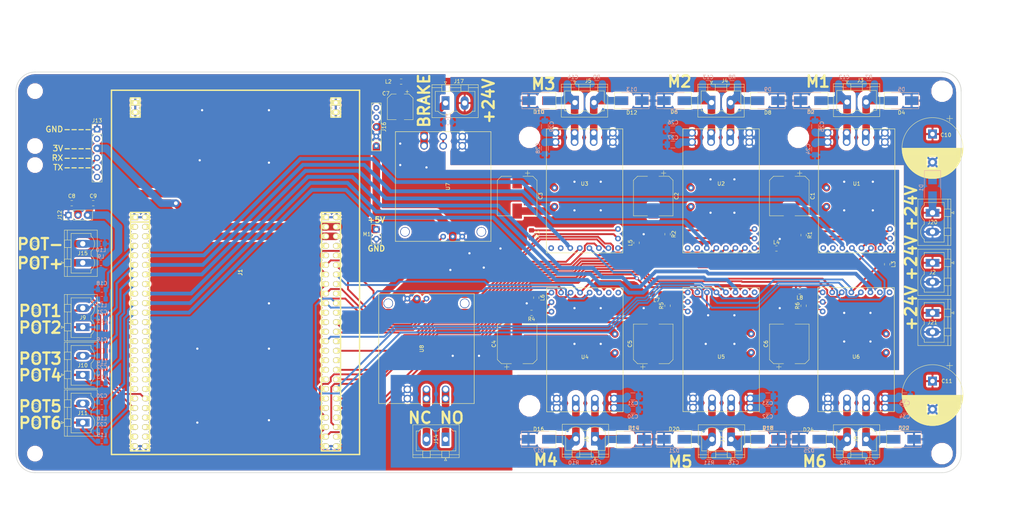
<source format=kicad_pcb>
(kicad_pcb (version 20171130) (host pcbnew 5.0.0)
  (title_block (title "Roboarm motor controller") (date 2018-09-21) (rev A) (company "Guild of Automation and Systems Technology") (comment 1 "Aapo 'Eipou' Oksman"))
  (layers (0 F.Cu signal) (31 B.Cu signal) (34 B.Paste user) (35 F.Paste user) (36 B.SilkS user hide) (37 F.SilkS user) (38 B.Mask user) (39 F.Mask user) (44 Edge.Cuts user))
  (net 0 "")
  (net 1 "Net-(C1-Pad2)")
  (net 2 "Net-(C1-Pad1)")
  (net 3 "Net-(C2-Pad2)")
  (net 4 "Net-(C2-Pad1)")
  (net 5 "Net-(C3-Pad2)")
  (net 6 "Net-(C3-Pad1)")
  (net 7 "Net-(C4-Pad1)")
  (net 8 "Net-(C4-Pad2)")
  (net 9 "Net-(C5-Pad1)")
  (net 10 "Net-(C5-Pad2)")
  (net 11 "Net-(C6-Pad1)")
  (net 12 "Net-(C6-Pad2)")
  (net 13 "Net-(R1-Pad2)")
  (net 14 "Net-(R1-Pad1)")
  (net 15 "Net-(R2-Pad1)")
  (net 16 "Net-(R2-Pad2)")
  (net 17 "Net-(R3-Pad2)")
  (net 18 "Net-(R3-Pad1)")
  (net 19 "Net-(R4-Pad1)")
  (net 20 "Net-(R4-Pad2)")
  (net 21 "Net-(R5-Pad2)")
  (net 22 "Net-(R5-Pad1)")
  (net 23 "Net-(R6-Pad1)")
  (net 24 "Net-(R6-Pad2)")
  (net 25 "Net-(U1-Pad1)")
  (net 26 "Net-(U1-Pad2)")
  (net 27 motor_current_1)
  (net 28 motor_sleep_all)
  (net 29 motor_pwm_1)
  (net 30 motor_dir_1)
  (net 31 GND)
  (net 32 "Net-(U2-Pad1)")
  (net 33 "Net-(U2-Pad2)")
  (net 34 motor_current_2)
  (net 35 motor_pwm_2)
  (net 36 motor_dir_2)
  (net 37 "Net-(U3-Pad1)")
  (net 38 "Net-(U3-Pad2)")
  (net 39 motor_current_3)
  (net 40 motor_pwm_3)
  (net 41 motor_dir_3)
  (net 42 motor_dir_4)
  (net 43 motor_pwm_4)
  (net 44 motor_current_4)
  (net 45 "Net-(U4-Pad2)")
  (net 46 "Net-(U4-Pad1)")
  (net 47 motor_dir_5)
  (net 48 motor_pwm_5)
  (net 49 motor_current_5)
  (net 50 "Net-(U5-Pad2)")
  (net 51 "Net-(U5-Pad1)")
  (net 52 motor_dir_6)
  (net 53 motor_pwm_6)
  (net 54 motor_current_6)
  (net 55 "Net-(U6-Pad2)")
  (net 56 "Net-(U6-Pad1)")
  (net 57 "Net-(J1-Pad59)")
  (net 58 "Net-(J1-Pad61)")
  (net 59 "Net-(J1-Pad63)")
  (net 60 "Net-(J1-Pad65)")
  (net 61 "Net-(J1-Pad67)")
  (net 62 "Net-(J1-Pad69)")
  (net 63 "Net-(J1-Pad71)")
  (net 64 "Net-(J1-Pad75)")
  (net 65 "Net-(J1-Pad77)")
  (net 66 "Net-(J1-Pad79)")
  (net 67 "Net-(J1-Pad91)")
  (net 68 "Net-(J1-Pad93)")
  (net 69 "Net-(J1-Pad94)")
  (net 70 "Net-(J1-Pad92)")
  (net 71 "Net-(J1-Pad86)")
  (net 72 "Net-(J1-Pad84)")
  (net 73 "Net-(J1-Pad80)")
  (net 74 "Net-(J1-Pad74)")
  (net 75 "Net-(J1-Pad70)")
  (net 76 "Net-(J1-Pad58)")
  (net 77 "Net-(J1-Pad54)")
  (net 78 "Net-(J1-Pad48)")
  (net 79 "Net-(J1-Pad46)")
  (net 80 "Net-(J1-Pad44)")
  (net 81 "Net-(J1-Pad42)")
  (net 82 "Net-(J1-Pad38)")
  (net 83 "Net-(J1-Pad36)")
  (net 84 "Net-(J1-Pad34)")
  (net 85 "Net-(J1-Pad32)")
  (net 86 "Net-(J1-Pad30)")
  (net 87 "Net-(J1-Pad28)")
  (net 88 "Net-(J1-Pad26)")
  (net 89 "Net-(J1-Pad24)")
  (net 90 "Net-(J1-Pad16)")
  (net 91 "Net-(J1-Pad8)")
  (net 92 "Net-(J1-Pad6)")
  (net 93 "Net-(J1-Pad9)")
  (net 94 "Net-(J1-Pad17)")
  (net 95 "Net-(J1-Pad25)")
  (net 96 "Net-(J1-Pad27)")
  (net 97 "Net-(J1-Pad29)")
  (net 98 "Net-(J1-Pad31)")
  (net 99 "Net-(J1-Pad33)")
  (net 100 "Net-(J1-Pad35)")
  (net 101 "Net-(J1-Pad37)")
  (net 102 "Net-(J1-Pad39)")
  (net 103 "Net-(J1-Pad43)")
  (net 104 "Net-(J1-Pad45)")
  (net 105 "Net-(J1-Pad47)")
  (net 106 +24V)
  (net 107 VDD)
  (net 108 +5V)
  (net 109 "Net-(J16-Pad4)")
  (net 110 "Net-(J16-Pad5)")
  (net 111 "Net-(J17-Pad1)")
  (net 112 "Net-(J1-Pad3)")
  (net 113 "Net-(J1-Pad4)")
  (net 114 POT+)
  (net 115 relay_brake)
  (net 116 relay_gripper)
  (net 117 uart_rx)
  (net 118 motor_pot_5)
  (net 119 motor_pot_4)
  (net 120 motor_pot_3)
  (net 121 motor_pot_2)
  (net 122 motor_pot_1)
  (net 123 motor_pot_6)
  (net 124 uart_tx)
  (net 125 "Net-(J13-Pad2)")
  (net 126 "Net-(J13-Pad6)")
  (net 127 motor_fault_4)
  (net 128 motor_fault_1)
  (net 129 motor_fault_3)
  (net 130 motor_fault_2)
  (net 131 motor_fault_6)
  (net 132 motor_fault_5)
  (net 133 GNDPWR)
  (net 134 "Net-(C7-Pad1)")
  (net 135 "Net-(J14-Pad1)")
  (net 136 "Net-(J14-Pad2)")
  (net 137 "Net-(U7-Pad5)")
  (net 138 "Net-(C12-Pad2)")
  (net 139 "Net-(C12-Pad1)")
  (net 140 "Net-(C13-Pad2)")
  (net 141 "Net-(C13-Pad1)")
  (net 142 "Net-(C14-Pad2)")
  (net 143 "Net-(C14-Pad1)")
  (net 144 "Net-(C15-Pad1)")
  (net 145 "Net-(C15-Pad2)")
  (net 146 "Net-(C16-Pad1)")
  (net 147 "Net-(C16-Pad2)")
  (net 148 "Net-(C17-Pad1)")
  (net 149 "Net-(C17-Pad2)")
  (net 150 "Net-(D4-Pad1)")
  (net 151 "Net-(D8-Pad1)")
  (net 152 "Net-(D12-Pad1)")
  (net 153 "Net-(D16-Pad1)")
  (net 154 "Net-(D20-Pad1)")
  (net 155 "Net-(D24-Pad1)")
  (net 156 "Net-(L3-Pad1)")
  (net 157 "Net-(L4-Pad1)")
  (net 158 "Net-(L5-Pad1)")
  (net 159 "Net-(L6-Pad1)")
  (net 160 "Net-(L7-Pad1)")
  (net 161 "Net-(L8-Pad1)")
  (net 162 "Net-(J9-Pad2)")
  (net 163 "Net-(J9-Pad1)")
  (net 164 "Net-(J10-Pad2)")
  (net 165 "Net-(J10-Pad1)")
  (net 166 "Net-(J11-Pad2)")
  (net 167 "Net-(J11-Pad1)")
  (net 168 "Net-(J15-Pad2)")
  (net 169 "Net-(J15-Pad1)")
  (module roboarm_kicadlib:pololu_g2_samtec_hpf_hpm (layer F.Cu) (at 239.268 84.328 180)
    (fp_text reference U1 (at 0.368748 1.261284 180) (layer F.SilkS))
    (fp_text value pololu-g2)
    (pad 14 thru_hole circle (at 8.101748 14.812184 180) (size 2.032 2.032) (drill 1.3462) (layers *.Cu *.Mask) (net 106 +24V))
    (pad 14 thru_hole circle (at 8.101748 12.348384 180) (size 2.032 2.032) (drill 1.3462) (layers *.Cu *.Mask) (net 106 +24V))
    (pad 13 thru_hole circle (at 3.021748 14.812184 180) (size 2.032 2.032) (drill 1.3462) (layers *.Cu *.Mask) (net 138 "Net-(C12-Pad2)"))
    (pad 13 thru_hole circle (at 3.021748 12.348384 180) (size 2.032 2.032) (drill 1.3462) (layers *.Cu *.Mask) (net 138 "Net-(C12-Pad2)"))
    (pad 12 thru_hole circle (at -2.058252 14.812184 180) (size 2.032 2.032) (drill 1.3462) (layers *.Cu *.Mask) (net 150 "Net-(D4-Pad1)"))
    (pad 12 thru_hole circle (at -2.058252 12.348384 180) (size 2.032 2.032) (drill 1.3462) (layers *.Cu *.Mask) (net 150 "Net-(D4-Pad1)"))
    (pad 11 thru_hole circle (at -7.138252 14.812184 180) (size 2.032 2.032) (drill 1.3462) (layers *.Cu *.Mask) (net 133 GNDPWR))
    (pad 11 thru_hole circle (at -7.138252 12.348384 180) (size 2.032 2.032) (drill 1.3462) (layers *.Cu *.Mask) (net 133 GNDPWR))
    (pad 15 thru_hole circle (at 8.369748 0.165284 180) (size 1.524 1.524) (drill 0.762) (layers *.Cu *.Mask) (net 2 "Net-(C1-Pad1)"))
    (pad 16 thru_hole circle (at 8.369748 -4.834716 180) (size 1.524 1.524) (drill 0.762) (layers *.Cu *.Mask) (net 1 "Net-(C1-Pad2)"))
    (pad 10 thru_hole circle (at -8.521252 -10.803716 180) (size 1.524 1.524) (drill 0.762) (layers *.Cu *.Mask) (net 14 "Net-(R1-Pad1)"))
    (pad 9 thru_hole circle (at -8.521252 -13.343716 180) (size 1.524 1.524) (drill 0.762) (layers *.Cu *.Mask) (net 13 "Net-(R1-Pad2)"))
    (pad 8 thru_hole circle (at -8.521252 -15.883716 180) (size 1.524 1.524) (drill 0.762) (layers *.Cu *.Mask) (net 156 "Net-(L3-Pad1)"))
    (pad 7 thru_hole circle (at -5.981252 -15.883716 180) (size 1.524 1.524) (drill 0.762) (layers *.Cu *.Mask) (net 30 motor_dir_1))
    (pad 6 thru_hole circle (at -3.441252 -15.883716 180) (size 1.524 1.524) (drill 0.762) (layers *.Cu *.Mask) (net 29 motor_pwm_1))
    (pad 5 thru_hole circle (at -0.901252 -15.883716 180) (size 1.524 1.524) (drill 0.762) (layers *.Cu *.Mask) (net 28 motor_sleep_all))
    (pad 4 thru_hole circle (at 1.638748 -15.883716 180) (size 1.524 1.524) (drill 0.762) (layers *.Cu *.Mask) (net 128 motor_fault_1))
    (pad 3 thru_hole circle (at 4.178748 -15.883716 180) (size 1.524 1.524) (drill 0.762) (layers *.Cu *.Mask) (net 27 motor_current_1))
    (pad 2 thru_hole circle (at 6.718748 -15.883716 180) (size 1.524 1.524) (drill 0.762) (layers *.Cu *.Mask) (net 26 "Net-(U1-Pad2)"))
    (pad 1 thru_hole circle (at 9.258748 -15.883716 180) (size 1.524 1.524) (drill 0.762) (layers *.Cu *.Mask) (net 25 "Net-(U1-Pad1)"))
  )
  (module roboarm_kicadlib:stm32f4_discovery_header (layer F.Cu) (at 73.66 106.68 90)
    (fp_text reference J1 (at 0 1.27 90) (layer F.SilkS) (effects (font (size 1.016 1.016) (thickness 0.2032))))
    (fp_text value STM32F4_Discovery_Header hide)
    (pad 49 thru_hole rect (at 45.16 -26.67 90) (size 1.5 2.2) (drill 1.00076) (layers *.Cu *.Mask F.SilkS) (net 31 GND))
    (pad 50 thru_hole oval (at 42.62 -26.67 90) (size 1.5 2.2) (drill 1.00076) (layers *.Cu *.Mask F.SilkS) (net 31 GND))
    (pad 49 thru_hole oval (at -46.28 -26.67 90) (size 1.5 2) (drill 0.99822 (offset 0 -0.25)) (layers *.Cu *.Mask F.SilkS) (net 31 GND))
    (pad 47 thru_hole oval (at -43.74 -26.67 90) (size 1.5 2) (drill 0.99822 (offset 0 -0.25)) (layers *.Cu *.Mask F.SilkS) (net 105 "Net-(J1-Pad47)"))
    (pad 45 thru_hole oval (at -41.2 -26.67 90) (size 1.5 2) (drill 0.99822 (offset 0 -0.25)) (layers *.Cu *.Mask F.SilkS) (net 104 "Net-(J1-Pad45)"))
    (pad 43 thru_hole oval (at -38.66 -26.67 90) (size 1.5 2) (drill 0.99822 (offset 0 -0.25)) (layers *.Cu *.Mask F.SilkS) (net 103 "Net-(J1-Pad43)"))
    (pad 41 thru_hole oval (at -36.12 -26.67 90) (size 1.5 2) (drill 0.99822 (offset 0 -0.25)) (layers *.Cu *.Mask F.SilkS) (net 117 uart_rx))
    (pad 39 thru_hole oval (at -33.58 -26.67 90) (size 1.5 2) (drill 0.99822 (offset 0 -0.25)) (layers *.Cu *.Mask F.SilkS) (net 102 "Net-(J1-Pad39)"))
    (pad 37 thru_hole oval (at -31.04 -26.67 90) (size 1.5 2) (drill 0.99822 (offset 0 -0.25)) (layers *.Cu *.Mask F.SilkS) (net 101 "Net-(J1-Pad37)"))
    (pad 35 thru_hole oval (at -28.5 -26.67 90) (size 1.5 2) (drill 0.99822 (offset 0 -0.25)) (layers *.Cu *.Mask F.SilkS) (net 100 "Net-(J1-Pad35)"))
    (pad 33 thru_hole oval (at -25.96 -26.67 90) (size 1.5 2) (drill 0.99822 (offset 0 -0.25)) (layers *.Cu *.Mask F.SilkS) (net 99 "Net-(J1-Pad33)"))
    (pad 31 thru_hole oval (at -23.42 -26.67 90) (size 1.5 2) (drill 0.99822 (offset 0 -0.25)) (layers *.Cu *.Mask F.SilkS) (net 98 "Net-(J1-Pad31)"))
    (pad 29 thru_hole oval (at -20.88 -26.67 90) (size 1.5 2) (drill 0.99822 (offset 0 -0.25)) (layers *.Cu *.Mask F.SilkS) (net 97 "Net-(J1-Pad29)"))
    (pad 27 thru_hole oval (at -18.34 -26.67 90) (size 1.5 2) (drill 0.99822 (offset 0 -0.25)) (layers *.Cu *.Mask F.SilkS) (net 96 "Net-(J1-Pad27)"))
    (pad 25 thru_hole oval (at -15.8 -26.67 90) (size 1.5 2) (drill 0.99822 (offset 0 -0.25)) (layers *.Cu *.Mask F.SilkS) (net 95 "Net-(J1-Pad25)"))
    (pad 23 thru_hole oval (at -13.26 -26.67 90) (size 1.5 2) (drill 0.99822 (offset 0 -0.25)) (layers *.Cu *.Mask F.SilkS) (net 31 GND))
    (pad 21 thru_hole oval (at -10.72 -26.67 90) (size 1.5 2) (drill 0.99822 (offset 0 -0.25)) (layers *.Cu *.Mask F.SilkS) (net 118 motor_pot_5))
    (pad 19 thru_hole oval (at -8.18 -26.67 90) (size 1.5 2) (drill 0.99822 (offset 0 -0.25)) (layers *.Cu *.Mask F.SilkS) (net 123 motor_pot_6))
    (pad 17 thru_hole oval (at -5.64 -26.67 90) (size 1.5 2) (drill 0.99822 (offset 0 -0.25)) (layers *.Cu *.Mask F.SilkS) (net 94 "Net-(J1-Pad17)"))
    (pad 15 thru_hole oval (at -3.1 -26.67 90) (size 1.5 2) (drill 0.99822 (offset 0 -0.25)) (layers *.Cu *.Mask F.SilkS) (net 120 motor_pot_3))
    (pad 13 thru_hole oval (at -0.56 -26.67 90) (size 1.5 2) (drill 0.99822 (offset 0 -0.25)) (layers *.Cu *.Mask F.SilkS) (net 119 motor_pot_4))
    (pad 11 thru_hole oval (at 1.98 -26.67 90) (size 1.5 2) (drill 0.99822 (offset 0 -0.25)) (layers *.Cu *.Mask F.SilkS) (net 122 motor_pot_1))
    (pad 9 thru_hole oval (at 4.52 -26.67 90) (size 1.5 2) (drill 0.99822 (offset 0 -0.25)) (layers *.Cu *.Mask F.SilkS) (net 93 "Net-(J1-Pad9)"))
    (pad 7 thru_hole oval (at 7.06 -26.67 90) (size 1.5 2) (drill 0.99822 (offset 0 -0.25)) (layers *.Cu *.Mask F.SilkS) (net 121 motor_pot_2))
    (pad 5 thru_hole oval (at 9.6 -26.67 90) (size 1.5 2) (drill 0.99822 (offset 0 -0.25)) (layers *.Cu *.Mask F.SilkS) (net 31 GND))
    (pad 3 thru_hole oval (at 12.14 -26.67 90) (size 1.5 2) (drill 0.99822 (offset 0 -0.25)) (layers *.Cu *.Mask F.SilkS) (net 112 "Net-(J1-Pad3)"))
    (pad 1 thru_hole rect (at 14.68 -26.67 90) (size 1.5 2) (drill 1.00076 (offset 0 -0.25)) (layers *.Cu *.Mask F.SilkS) (net 31 GND))
    (pad 2 thru_hole oval (at 14.68 -24.13 90) (size 1.5 2) (drill 1.00076 (offset 0 0.25)) (layers *.Cu *.Mask F.SilkS) (net 31 GND))
    (pad 4 thru_hole oval (at 12.14 -24.13 90) (size 1.5 2) (drill 1.00076 (offset 0 0.25)) (layers *.Cu *.Mask F.SilkS) (net 113 "Net-(J1-Pad4)"))
    (pad 6 thru_hole oval (at 9.6 -24.13 90) (size 1.5 2) (drill 1.00076 (offset 0 0.25)) (layers *.Cu *.Mask F.SilkS) (net 92 "Net-(J1-Pad6)"))
    (pad 8 thru_hole oval (at 7.06 -24.13 90) (size 1.5 2) (drill 1.00076 (offset 0 0.25)) (layers *.Cu *.Mask F.SilkS) (net 91 "Net-(J1-Pad8)"))
    (pad 10 thru_hole oval (at 4.52 -24.13 90) (size 1.5 2) (drill 1.00076 (offset 0 0.25)) (layers *.Cu *.Mask F.SilkS) (net 27 motor_current_1))
    (pad 12 thru_hole oval (at 1.98 -24.13 90) (size 1.5 2) (drill 1.00076 (offset 0 0.25)) (layers *.Cu *.Mask F.SilkS) (net 34 motor_current_2))
    (pad 14 thru_hole oval (at -0.56 -24.13 90) (size 1.5 2) (drill 1.00076 (offset 0 0.25)) (layers *.Cu *.Mask F.SilkS) (net 39 motor_current_3))
    (pad 16 thru_hole oval (at -3.1 -24.13 90) (size 1.5 2) (drill 1.00076 (offset 0 0.25)) (layers *.Cu *.Mask F.SilkS) (net 90 "Net-(J1-Pad16)"))
    (pad 18 thru_hole oval (at -5.64 -24.13 90) (size 1.5 2) (drill 1.00076 (offset 0 0.25)) (layers *.Cu *.Mask F.SilkS) (net 54 motor_current_6))
    (pad 20 thru_hole oval (at -8.18 -24.13 90) (size 1.5 2) (drill 1.00076 (offset 0 0.25)) (layers *.Cu *.Mask F.SilkS) (net 49 motor_current_5))
    (pad 22 thru_hole oval (at -10.72 -24.13 90) (size 1.5 2) (drill 1.00076 (offset 0 0.25)) (layers *.Cu *.Mask F.SilkS) (net 44 motor_current_4))
    (pad 24 thru_hole oval (at -13.26 -24.13 90) (size 1.5 2) (drill 1.00076 (offset 0 0.25)) (layers *.Cu *.Mask F.SilkS) (net 89 "Net-(J1-Pad24)"))
    (pad 26 thru_hole oval (at -15.8 -24.13 90) (size 1.5 2) (drill 1.00076 (offset 0 0.25)) (layers *.Cu *.Mask F.SilkS) (net 88 "Net-(J1-Pad26)"))
    (pad 28 thru_hole oval (at -18.34 -24.13 90) (size 1.5 2) (drill 1.00076 (offset 0 0.25)) (layers *.Cu *.Mask F.SilkS) (net 87 "Net-(J1-Pad28)"))
    (pad 30 thru_hole oval (at -20.88 -24.13 90) (size 1.5 2) (drill 1.00076 (offset 0 0.25)) (layers *.Cu *.Mask F.SilkS) (net 86 "Net-(J1-Pad30)"))
    (pad 32 thru_hole oval (at -23.42 -24.13 90) (size 1.5 2) (drill 1.00076 (offset 0 0.25)) (layers *.Cu *.Mask F.SilkS) (net 85 "Net-(J1-Pad32)"))
    (pad 34 thru_hole oval (at -25.96 -24.13 90) (size 1.5 2) (drill 1.00076 (offset 0 0.25)) (layers *.Cu *.Mask F.SilkS) (net 84 "Net-(J1-Pad34)"))
    (pad 36 thru_hole oval (at -28.5 -24.13 90) (size 1.5 2) (drill 1.00076 (offset 0 0.25)) (layers *.Cu *.Mask F.SilkS) (net 83 "Net-(J1-Pad36)"))
    (pad 38 thru_hole oval (at -31.04 -24.13 90) (size 1.5 2) (drill 1.00076 (offset 0 0.25)) (layers *.Cu *.Mask F.SilkS) (net 82 "Net-(J1-Pad38)"))
    (pad 40 thru_hole oval (at -33.58 -24.13 90) (size 1.5 2) (drill 1.00076 (offset 0 0.25)) (layers *.Cu *.Mask F.SilkS) (net 124 uart_tx))
    (pad 42 thru_hole oval (at -36.12 -24.13 90) (size 1.5 2) (drill 1.00076 (offset 0 0.25)) (layers *.Cu *.Mask F.SilkS) (net 81 "Net-(J1-Pad42)"))
    (pad 44 thru_hole oval (at -38.66 -24.13 90) (size 1.5 2) (drill 1.00076 (offset 0 0.25)) (layers *.Cu *.Mask F.SilkS) (net 80 "Net-(J1-Pad44)"))
    (pad 46 thru_hole oval (at -41.2 -24.13 90) (size 1.5 2) (drill 1.00076 (offset 0 0.25)) (layers *.Cu *.Mask F.SilkS) (net 79 "Net-(J1-Pad46)"))
    (pad 48 thru_hole oval (at -43.74 -24.13 90) (size 1.5 2) (drill 1.00076 (offset 0 0.25)) (layers *.Cu *.Mask F.SilkS) (net 78 "Net-(J1-Pad48)"))
    (pad 50 thru_hole oval (at -46.28 -24.13 90) (size 1.5 2) (drill 1.00076 (offset 0 0.25)) (layers *.Cu *.Mask F.SilkS) (net 31 GND))
    (pad 52 thru_hole oval (at -46.28 26.67 90) (size 1.5 2) (drill 1.00076 (offset 0 0.25)) (layers *.Cu *.Mask F.SilkS) (net 31 GND))
    (pad 54 thru_hole oval (at -43.74 26.67 90) (size 1.5 2) (drill 1.00076 (offset 0 0.25)) (layers *.Cu *.Mask F.SilkS) (net 77 "Net-(J1-Pad54)"))
    (pad 56 thru_hole oval (at -41.2 26.67 90) (size 1.5 2) (drill 1.00076 (offset 0 0.25)) (layers *.Cu *.Mask F.SilkS) (net 53 motor_pwm_6))
    (pad 58 thru_hole oval (at -38.66 26.67 90) (size 1.5 2) (drill 1.00076 (offset 0 0.25)) (layers *.Cu *.Mask F.SilkS) (net 76 "Net-(J1-Pad58)"))
    (pad 60 thru_hole oval (at -36.12 26.67 90) (size 1.5 2) (drill 1.00076 (offset 0 0.25)) (layers *.Cu *.Mask F.SilkS) (net 42 motor_dir_4))
    (pad 62 thru_hole oval (at -33.58 26.67 90) (size 1.5 2) (drill 1.00076 (offset 0 0.25)) (layers *.Cu *.Mask F.SilkS) (net 47 motor_dir_5))
    (pad 64 thru_hole oval (at -31.04 26.67 90) (size 1.5 2) (drill 1.00076 (offset 0 0.25)) (layers *.Cu *.Mask F.SilkS) (net 131 motor_fault_6))
    (pad 66 thru_hole oval (at -28.5 26.67 90) (size 1.5 2) (drill 1.00076 (offset 0 0.25)) (layers *.Cu *.Mask F.SilkS) (net 52 motor_dir_6))
    (pad 68 thru_hole oval (at -25.96 26.67 90) (size 1.5 2) (drill 1.00076 (offset 0 0.25)) (layers *.Cu *.Mask F.SilkS) (net 30 motor_dir_1))
    (pad 70 thru_hole oval (at -23.42 26.67 90) (size 1.5 2) (drill 1.00076 (offset 0 0.25)) (layers *.Cu *.Mask F.SilkS) (net 75 "Net-(J1-Pad70)"))
    (pad 72 thru_hole oval (at -20.88 26.67 90) (size 1.5 2) (drill 1.00076 (offset 0 0.25)) (layers *.Cu *.Mask F.SilkS) (net 36 motor_dir_2))
    (pad 74 thru_hole oval (at -18.34 26.67 90) (size 1.5 2) (drill 1.00076 (offset 0 0.25)) (layers *.Cu *.Mask F.SilkS) (net 74 "Net-(J1-Pad74)"))
    (pad 76 thru_hole oval (at -15.8 26.67 90) (size 1.5 2) (drill 1.00076 (offset 0 0.25)) (layers *.Cu *.Mask F.SilkS) (net 35 motor_pwm_2))
    (pad 78 thru_hole oval (at -13.26 26.67 90) (size 1.5 2) (drill 1.00076 (offset 0 0.25)) (layers *.Cu *.Mask F.SilkS) (net 40 motor_pwm_3))
    (pad 80 thru_hole oval (at -10.72 26.67 90) (size 1.5 2) (drill 1.00076 (offset 0 0.25)) (layers *.Cu *.Mask F.SilkS) (net 73 "Net-(J1-Pad80)"))
    (pad 82 thru_hole oval (at -8.18 26.67 90) (size 1.5 2) (drill 1.00076 (offset 0 0.25)) (layers *.Cu *.Mask F.SilkS) (net 128 motor_fault_1))
    (pad 84 thru_hole oval (at -5.64 26.67 90) (size 1.5 2) (drill 1.00076 (offset 0 0.25)) (layers *.Cu *.Mask F.SilkS) (net 72 "Net-(J1-Pad84)"))
    (pad 86 thru_hole oval (at -3.1 26.67 90) (size 1.5 2) (drill 1.00076 (offset 0 0.25)) (layers *.Cu *.Mask F.SilkS) (net 71 "Net-(J1-Pad86)"))
    (pad 88 thru_hole oval (at -0.56 26.67 90) (size 1.5 2) (drill 1.00076 (offset 0 0.25)) (layers *.Cu *.Mask F.SilkS) (net 28 motor_sleep_all))
    (pad 90 thru_hole oval (at 1.98 26.67 90) (size 1.5 2) (drill 1.00076 (offset 0 0.25)) (layers *.Cu *.Mask F.SilkS) (net 130 motor_fault_2))
    (pad 92 thru_hole oval (at 4.52 26.67 90) (size 1.5 2) (drill 1.00076 (offset 0 0.25)) (layers *.Cu *.Mask F.SilkS) (net 70 "Net-(J1-Pad92)"))
    (pad 94 thru_hole oval (at 7.06 26.67 90) (size 1.5 2) (drill 1.00076 (offset 0 0.25)) (layers *.Cu *.Mask F.SilkS) (net 69 "Net-(J1-Pad94)"))
    (pad 96 thru_hole oval (at 9.6 26.67 90) (size 1.5 2) (drill 1.00076 (offset 0 0.25)) (layers *.Cu *.Mask F.SilkS) (net 107 VDD))
    (pad 98 thru_hole oval (at 12.14 26.67 90) (size 1.5 2) (drill 1.00076 (offset 0 0.25)) (layers *.Cu *.Mask F.SilkS) (net 108 +5V))
    (pad 100 thru_hole oval (at 14.68 26.67 90) (size 1.5 2) (drill 1.00076 (offset 0 0.25)) (layers *.Cu *.Mask F.SilkS) (net 31 GND))
    (pad 99 thru_hole rect (at 14.68 24.13 90) (size 1.5 2) (drill 1.00076 (offset 0 -0.25)) (layers *.Cu *.Mask F.SilkS) (net 31 GND))
    (pad 97 thru_hole oval (at 12.14 24.13 90) (size 1.5 2) (drill 0.99822 (offset 0 -0.25)) (layers *.Cu *.Mask F.SilkS) (net 108 +5V))
    (pad 95 thru_hole oval (at 9.6 24.13 90) (size 1.5 2) (drill 0.99822 (offset 0 -0.25)) (layers *.Cu *.Mask F.SilkS) (net 107 VDD))
    (pad 93 thru_hole oval (at 7.06 24.13 90) (size 1.5 2) (drill 0.99822 (offset 0 -0.25)) (layers *.Cu *.Mask F.SilkS) (net 68 "Net-(J1-Pad93)"))
    (pad 91 thru_hole oval (at 4.52 24.13 90) (size 1.5 2) (drill 0.99822 (offset 0 -0.25)) (layers *.Cu *.Mask F.SilkS) (net 67 "Net-(J1-Pad91)"))
    (pad 89 thru_hole oval (at 1.98 24.13 90) (size 1.5 2) (drill 0.99822 (offset 0 -0.25)) (layers *.Cu *.Mask F.SilkS) (net 116 relay_gripper))
    (pad 87 thru_hole oval (at -0.56 24.13 90) (size 1.5 2) (drill 0.99822 (offset 0 -0.25)) (layers *.Cu *.Mask F.SilkS) (net 115 relay_brake))
    (pad 85 thru_hole oval (at -3.1 24.13 90) (size 1.5 2) (drill 0.99822 (offset 0 -0.25)) (layers *.Cu *.Mask F.SilkS) (net 129 motor_fault_3))
    (pad 83 thru_hole oval (at -5.64 24.13 90) (size 1.5 2) (drill 0.99822 (offset 0 -0.25)) (layers *.Cu *.Mask F.SilkS) (net 41 motor_dir_3))
    (pad 81 thru_hole oval (at -8.18 24.13 90) (size 1.5 2) (drill 0.99822 (offset 0 -0.25)) (layers *.Cu *.Mask F.SilkS) (net 127 motor_fault_4))
    (pad 79 thru_hole oval (at -10.72 24.13 90) (size 1.5 2) (drill 0.99822 (offset 0 -0.25)) (layers *.Cu *.Mask F.SilkS) (net 66 "Net-(J1-Pad79)"))
    (pad 77 thru_hole oval (at -13.26 24.13 90) (size 1.5 2) (drill 0.99822 (offset 0 -0.25)) (layers *.Cu *.Mask F.SilkS) (net 65 "Net-(J1-Pad77)"))
    (pad 75 thru_hole oval (at -15.8 24.13 90) (size 1.5 2) (drill 0.99822 (offset 0 -0.25)) (layers *.Cu *.Mask F.SilkS) (net 64 "Net-(J1-Pad75)"))
    (pad 73 thru_hole oval (at -18.34 24.13 90) (size 1.5 2) (drill 0.99822 (offset 0 -0.25)) (layers *.Cu *.Mask F.SilkS) (net 132 motor_fault_5))
    (pad 71 thru_hole oval (at -20.88 24.13 90) (size 1.5 2) (drill 0.99822 (offset 0 -0.25)) (layers *.Cu *.Mask F.SilkS) (net 63 "Net-(J1-Pad71)"))
    (pad 69 thru_hole oval (at -23.42 24.13 90) (size 1.5 2) (drill 0.99822 (offset 0 -0.25)) (layers *.Cu *.Mask F.SilkS) (net 62 "Net-(J1-Pad69)"))
    (pad 67 thru_hole oval (at -25.96 24.13 90) (size 1.5 2) (drill 0.99822 (offset 0 -0.25)) (layers *.Cu *.Mask F.SilkS) (net 61 "Net-(J1-Pad67)"))
    (pad 65 thru_hole oval (at -28.5 24.13 90) (size 1.5 2) (drill 0.99822 (offset 0 -0.25)) (layers *.Cu *.Mask F.SilkS) (net 60 "Net-(J1-Pad65)"))
    (pad 63 thru_hole oval (at -31.04 24.13 90) (size 1.5 2) (drill 0.99822 (offset 0 -0.25)) (layers *.Cu *.Mask F.SilkS) (net 59 "Net-(J1-Pad63)"))
    (pad 61 thru_hole oval (at -33.58 24.13 90) (size 1.5 2) (drill 0.99822 (offset 0 -0.25)) (layers *.Cu *.Mask F.SilkS) (net 58 "Net-(J1-Pad61)"))
    (pad 59 thru_hole oval (at -36.12 24.13 90) (size 1.5 2) (drill 0.99822 (offset 0 -0.25)) (layers *.Cu *.Mask F.SilkS) (net 57 "Net-(J1-Pad59)"))
    (pad 57 thru_hole oval (at -38.66 24.13 90) (size 1.5 2) (drill 0.99822 (offset 0 -0.25)) (layers *.Cu *.Mask F.SilkS) (net 29 motor_pwm_1))
    (pad 55 thru_hole oval (at -41.2 24.13 90) (size 1.5 2) (drill 0.99822 (offset 0 -0.25)) (layers *.Cu *.Mask F.SilkS) (net 48 motor_pwm_5))
    (pad 53 thru_hole oval (at -43.74 24.13 90) (size 1.5 2) (drill 0.99822 (offset 0 -0.25)) (layers *.Cu *.Mask F.SilkS) (net 43 motor_pwm_4))
    (pad 51 thru_hole oval (at -46.28 24.13 90) (size 1.5 2) (drill 0.99822 (offset 0 -0.25)) (layers *.Cu *.Mask F.SilkS) (net 31 GND))
    (pad 52 thru_hole oval (at 42.62 26.67 90) (size 1.5 2.2) (drill 1.00076) (layers *.Cu *.Mask F.SilkS) (net 31 GND))
    (pad 51 thru_hole rect (at 45.16 26.67 90) (size 1.5 2.2) (drill 1.00076) (layers *.Cu *.Mask F.SilkS) (net 31 GND))
  )
  (module Capacitor_SMD:C_1206_3216Metric_Pad1.42x1.75mm_HandSolder (layer B.Cu) (at 199.39 56.515 180)
    (fp_text reference C13 (at 0 1.82 180) (layer B.SilkS) (effects (justify mirror)))
    (fp_text value C)
    (pad 2 smd roundrect (at 1.4875 0 180) (size 1.425 1.75) (layers B.Cu B.Paste B.Mask) (roundrect_rratio 0.175439) (net 140 "Net-(C13-Pad2)"))
    (pad 1 smd roundrect (at -1.4875 0 180) (size 1.425 1.75) (layers B.Cu B.Paste B.Mask) (roundrect_rratio 0.175439) (net 141 "Net-(C13-Pad1)"))
  )
  (module Capacitor_SMD:CP_Elec_10x10 (layer F.Cu) (at 220.98 86.36 270)
    (fp_text reference C1 (at 0 -6.2 270) (layer F.SilkS))
    (fp_text value CP)
    (pad 2 smd rect (at 4 0 270) (size 4 2.5) (layers F.Cu F.Paste F.Mask) (net 1 "Net-(C1-Pad2)"))
    (pad 1 smd rect (at -4 0 270) (size 4 2.5) (layers F.Cu F.Paste F.Mask) (net 2 "Net-(C1-Pad1)"))
  )
  (module Capacitor_SMD:CP_Elec_10x10 (layer F.Cu) (at 184.785 86.36 270)
    (fp_text reference C2 (at 0 -6.2 270) (layer F.SilkS))
    (fp_text value CP)
    (pad 2 smd rect (at 4 0 270) (size 4 2.5) (layers F.Cu F.Paste F.Mask) (net 3 "Net-(C2-Pad2)"))
    (pad 1 smd rect (at -4 0 270) (size 4 2.5) (layers F.Cu F.Paste F.Mask) (net 4 "Net-(C2-Pad1)"))
  )
  (module Capacitor_SMD:CP_Elec_10x10 (layer F.Cu) (at 148.59 86.36 270)
    (fp_text reference C3 (at 0 -6.2 270) (layer F.SilkS))
    (fp_text value CP)
    (pad 2 smd rect (at 4 0 270) (size 4 2.5) (layers F.Cu F.Paste F.Mask) (net 5 "Net-(C3-Pad2)"))
    (pad 1 smd rect (at -4 0 270) (size 4 2.5) (layers F.Cu F.Paste F.Mask) (net 6 "Net-(C3-Pad1)"))
  )
  (module Capacitor_SMD:CP_Elec_10x10 (layer F.Cu) (at 148.59 125.73 90)
    (fp_text reference C4 (at 0 -6.2 90) (layer F.SilkS))
    (fp_text value CP)
    (pad 2 smd rect (at 4 0 90) (size 4 2.5) (layers F.Cu F.Paste F.Mask) (net 8 "Net-(C4-Pad2)"))
    (pad 1 smd rect (at -4 0 90) (size 4 2.5) (layers F.Cu F.Paste F.Mask) (net 7 "Net-(C4-Pad1)"))
  )
  (module Capacitor_SMD:CP_Elec_10x10 (layer F.Cu) (at 184.785 125.73 90)
    (fp_text reference C5 (at 0 -6.2 90) (layer F.SilkS))
    (fp_text value CP)
    (pad 2 smd rect (at 4 0 90) (size 4 2.5) (layers F.Cu F.Paste F.Mask) (net 10 "Net-(C5-Pad2)"))
    (pad 1 smd rect (at -4 0 90) (size 4 2.5) (layers F.Cu F.Paste F.Mask) (net 9 "Net-(C5-Pad1)"))
  )
  (module Capacitor_SMD:CP_Elec_10x10 (layer F.Cu) (at 220.98 125.73 90)
    (fp_text reference C6 (at 0 -6.2 90) (layer F.SilkS))
    (fp_text value CP)
    (pad 2 smd rect (at 4 0 90) (size 4 2.5) (layers F.Cu F.Paste F.Mask) (net 12 "Net-(C6-Pad2)"))
    (pad 1 smd rect (at -4 0 90) (size 4 2.5) (layers F.Cu F.Paste F.Mask) (net 11 "Net-(C6-Pad1)"))
  )
  (module Resistor_SMD:R_0805_2012Metric_Pad1.15x1.40mm_HandSolder (layer F.Cu) (at 224.79 96.765 270)
    (fp_text reference R1 (at 0 -1.65 270) (layer F.SilkS))
    (fp_text value 70k)
    (pad 2 smd roundrect (at 1.025 0 270) (size 1.15 1.4) (layers F.Cu F.Paste F.Mask) (roundrect_rratio 0.217391) (net 13 "Net-(R1-Pad2)"))
    (pad 1 smd roundrect (at -1.025 0 270) (size 1.15 1.4) (layers F.Cu F.Paste F.Mask) (roundrect_rratio 0.217391) (net 14 "Net-(R1-Pad1)"))
  )
  (module Resistor_SMD:R_0805_2012Metric_Pad1.15x1.40mm_HandSolder (layer F.Cu) (at 188.595 96.52 270)
    (fp_text reference R2 (at 0 -1.65 270) (layer F.SilkS))
    (fp_text value 70k)
    (pad 2 smd roundrect (at 1.025 0 270) (size 1.15 1.4) (layers F.Cu F.Paste F.Mask) (roundrect_rratio 0.217391) (net 16 "Net-(R2-Pad2)"))
    (pad 1 smd roundrect (at -1.025 0 270) (size 1.15 1.4) (layers F.Cu F.Paste F.Mask) (roundrect_rratio 0.217391) (net 15 "Net-(R2-Pad1)"))
  )
  (module Resistor_SMD:R_0805_2012Metric_Pad1.15x1.40mm_HandSolder (layer F.Cu) (at 152.4 96.52 270)
    (fp_text reference R3 (at 0 -1.65 270) (layer F.SilkS))
    (fp_text value 70k)
    (pad 2 smd roundrect (at 1.025 0 270) (size 1.15 1.4) (layers F.Cu F.Paste F.Mask) (roundrect_rratio 0.217391) (net 17 "Net-(R3-Pad2)"))
    (pad 1 smd roundrect (at -1.025 0 270) (size 1.15 1.4) (layers F.Cu F.Paste F.Mask) (roundrect_rratio 0.217391) (net 18 "Net-(R3-Pad1)"))
  )
  (module Resistor_SMD:R_0805_2012Metric_Pad1.15x1.40mm_HandSolder (layer F.Cu) (at 152.4 117.475 180)
    (fp_text reference R4 (at 0 -1.65 180) (layer F.SilkS))
    (fp_text value 70k)
    (pad 2 smd roundrect (at 1.025 0 180) (size 1.15 1.4) (layers F.Cu F.Paste F.Mask) (roundrect_rratio 0.217391) (net 20 "Net-(R4-Pad2)"))
    (pad 1 smd roundrect (at -1.025 0 180) (size 1.15 1.4) (layers F.Cu F.Paste F.Mask) (roundrect_rratio 0.217391) (net 19 "Net-(R4-Pad1)"))
  )
  (module Resistor_SMD:R_0805_2012Metric_Pad1.15x1.40mm_HandSolder (layer F.Cu) (at 188.595 115.57 90)
    (fp_text reference R5 (at 0 -1.65 90) (layer F.SilkS))
    (fp_text value 70k)
    (pad 2 smd roundrect (at 1.025 0 90) (size 1.15 1.4) (layers F.Cu F.Paste F.Mask) (roundrect_rratio 0.217391) (net 21 "Net-(R5-Pad2)"))
    (pad 1 smd roundrect (at -1.025 0 90) (size 1.15 1.4) (layers F.Cu F.Paste F.Mask) (roundrect_rratio 0.217391) (net 22 "Net-(R5-Pad1)"))
  )
  (module Resistor_SMD:R_0805_2012Metric_Pad1.15x1.40mm_HandSolder (layer F.Cu) (at 224.79 115.57 90)
    (fp_text reference R6 (at 0 -1.65 90) (layer F.SilkS))
    (fp_text value 70k)
    (pad 2 smd roundrect (at 1.025 0 90) (size 1.15 1.4) (layers F.Cu F.Paste F.Mask) (roundrect_rratio 0.217391) (net 24 "Net-(R6-Pad2)"))
    (pad 1 smd roundrect (at -1.025 0 90) (size 1.15 1.4) (layers F.Cu F.Paste F.Mask) (roundrect_rratio 0.217391) (net 23 "Net-(R6-Pad1)"))
  )
  (module Connector_Phoenix_MSTB:PhoenixContact_MSTBVA_2,5_2-G-5,08_1x02_P5.08mm_Vertical (layer F.Cu) (at 259.08 104.14 270)
    (fp_text reference J2 (at 2.54 0) (layer F.SilkS))
    (fp_text value Conn_01x02_Male)
    (pad 2 thru_hole oval (at 5.08 0 270) (size 2.08 3.6) (drill 1.4) (layers *.Cu *.Mask) (net 133 GNDPWR))
    (pad 1 thru_hole rect (at 0 0 270) (size 2.08 3.6) (drill 1.4) (layers *.Cu *.Mask) (net 106 +24V))
  )
  (module Connector_Phoenix_MSTB:PhoenixContact_MSTBVA_2,5_2-G-5,08_1x02_P5.08mm_Vertical (layer F.Cu) (at 236.347 61.341)
    (fp_text reference J3 (at 3.54 -5.8) (layer F.SilkS))
    (fp_text value Conn_01x02_Female)
    (pad 2 thru_hole oval (at 5.08 0) (size 2.08 3.6) (drill 1.4) (layers *.Cu *.Mask) (net 150 "Net-(D4-Pad1)"))
    (pad 1 thru_hole rect (at 0 0) (size 2.08 3.6) (drill 1.4) (layers *.Cu *.Mask) (net 138 "Net-(C12-Pad2)"))
  )
  (module Connector_Phoenix_MSTB:PhoenixContact_MSTBVA_2,5_2-G-5,08_1x02_P5.08mm_Vertical (layer F.Cu) (at 200.279 61.468)
    (fp_text reference J4 (at 3.54 -5.8) (layer F.SilkS))
    (fp_text value Conn_01x02_Female)
    (pad 2 thru_hole oval (at 5.08 0) (size 2.08 3.6) (drill 1.4) (layers *.Cu *.Mask) (net 151 "Net-(D8-Pad1)"))
    (pad 1 thru_hole rect (at 0 0) (size 2.08 3.6) (drill 1.4) (layers *.Cu *.Mask) (net 140 "Net-(C13-Pad2)"))
  )
  (module Connector_Phoenix_MSTB:PhoenixContact_MSTBVA_2,5_2-G-5,08_1x02_P5.08mm_Vertical (layer F.Cu) (at 163.957 61.468)
    (fp_text reference J5 (at 3.54 -5.8) (layer F.SilkS))
    (fp_text value Conn_01x02_Female)
    (pad 2 thru_hole oval (at 5.08 0) (size 2.08 3.6) (drill 1.4) (layers *.Cu *.Mask) (net 152 "Net-(D12-Pad1)"))
    (pad 1 thru_hole rect (at 0 0) (size 2.08 3.6) (drill 1.4) (layers *.Cu *.Mask) (net 142 "Net-(C14-Pad2)"))
  )
  (module Connector_Phoenix_MSTB:PhoenixContact_MSTBVA_2,5_2-G-5,08_1x02_P5.08mm_Vertical (layer F.Cu) (at 169.291 151.003 180)
    (fp_text reference J6 (at 2.286 -0.127 270) (layer F.SilkS))
    (fp_text value Conn_01x02_Female)
    (pad 2 thru_hole oval (at 5.08 0 180) (size 2.08 3.6) (drill 1.4) (layers *.Cu *.Mask) (net 153 "Net-(D16-Pad1)"))
    (pad 1 thru_hole rect (at 0 0 180) (size 2.08 3.6) (drill 1.4) (layers *.Cu *.Mask) (net 145 "Net-(C15-Pad2)"))
  )
  (module Connector_Phoenix_MSTB:PhoenixContact_MSTBVA_2,5_2-G-5,08_1x02_P5.08mm_Vertical (layer F.Cu) (at 205.486 151.13 180)
    (fp_text reference J7 (at 2.286 0 270) (layer F.SilkS))
    (fp_text value Conn_01x02_Female)
    (pad 2 thru_hole oval (at 5.08 0 180) (size 2.08 3.6) (drill 1.4) (layers *.Cu *.Mask) (net 154 "Net-(D20-Pad1)"))
    (pad 1 thru_hole rect (at 0 0 180) (size 2.08 3.6) (drill 1.4) (layers *.Cu *.Mask) (net 147 "Net-(C16-Pad2)"))
  )
  (module Connector_Phoenix_MSTB:PhoenixContact_MSTBVA_2,5_2-G-5,08_1x02_P5.08mm_Vertical (layer F.Cu) (at 241.427 151.13 180)
    (fp_text reference J8 (at 2.667 0 270) (layer F.SilkS))
    (fp_text value Conn_01x02_Female)
    (pad 2 thru_hole oval (at 5.08 0 180) (size 2.08 3.6) (drill 1.4) (layers *.Cu *.Mask) (net 155 "Net-(D24-Pad1)"))
    (pad 1 thru_hole rect (at 0 0 180) (size 2.08 3.6) (drill 1.4) (layers *.Cu *.Mask) (net 149 "Net-(C17-Pad2)"))
  )
  (module Connector_Phoenix_MSTB:PhoenixContact_MSTBVA_2,5_2-G-5,08_1x02_P5.08mm_Vertical (layer F.Cu) (at 33.02 121.285 90)
    (fp_text reference J9 (at 2.54 0 180) (layer F.SilkS))
    (fp_text value Conn_01x02_Male)
    (pad 2 thru_hole oval (at 5.08 0 90) (size 2.08 3.6) (drill 1.4) (layers *.Cu *.Mask) (net 162 "Net-(J9-Pad2)"))
    (pad 1 thru_hole rect (at 0 0 90) (size 2.08 3.6) (drill 1.4) (layers *.Cu *.Mask) (net 163 "Net-(J9-Pad1)"))
  )
  (module Connector_Phoenix_MSTB:PhoenixContact_MSTBVA_2,5_2-G-5,08_1x02_P5.08mm_Vertical (layer F.Cu) (at 33.02 133.985 90)
    (fp_text reference J10 (at 2.54 0 180) (layer F.SilkS))
    (fp_text value Conn_01x02_Male)
    (pad 2 thru_hole oval (at 5.08 0 90) (size 2.08 3.6) (drill 1.4) (layers *.Cu *.Mask) (net 164 "Net-(J10-Pad2)"))
    (pad 1 thru_hole rect (at 0 0 90) (size 2.08 3.6) (drill 1.4) (layers *.Cu *.Mask) (net 165 "Net-(J10-Pad1)"))
  )
  (module Connector_Phoenix_MSTB:PhoenixContact_MSTBVA_2,5_2-G-5,08_1x02_P5.08mm_Vertical (layer F.Cu) (at 33.02 146.685 90)
    (fp_text reference J11 (at 2.54 0 180) (layer F.SilkS))
    (fp_text value Conn_01x02_Male)
    (pad 2 thru_hole oval (at 5.08 0 90) (size 2.08 3.6) (drill 1.4) (layers *.Cu *.Mask) (net 166 "Net-(J11-Pad2)"))
    (pad 1 thru_hole rect (at 0 0 90) (size 2.08 3.6) (drill 1.4) (layers *.Cu *.Mask) (net 167 "Net-(J11-Pad1)"))
  )
  (module Connector_Phoenix_MSTB:PhoenixContact_MSTBVA_2,5_2-G-5,08_1x02_P5.08mm_Vertical (layer F.Cu) (at 33.02 104.14 90)
    (fp_text reference J15 (at 2.54 0 180) (layer F.SilkS))
    (fp_text value Conn_01x02_Male)
    (pad 2 thru_hole oval (at 5.08 0 90) (size 2.08 3.6) (drill 1.4) (layers *.Cu *.Mask) (net 168 "Net-(J15-Pad2)"))
    (pad 1 thru_hole rect (at 0 0 90) (size 2.08 3.6) (drill 1.4) (layers *.Cu *.Mask) (net 169 "Net-(J15-Pad1)"))
  )
  (module Capacitor_SMD:CP_Elec_6.3x5.9 (layer F.Cu) (at 117.475 62.605 270)
    (fp_text reference C7 (at -3.55 3.81) (layer F.SilkS))
    (fp_text value "33µ 50V")
    (pad 2 smd rect (at 2.8 0 270) (size 3.5 1.6) (layers F.Cu F.Paste F.Mask) (net 31 GND))
    (pad 1 smd rect (at -2.8 0 270) (size 3.5 1.6) (layers F.Cu F.Paste F.Mask) (net 134 "Net-(C7-Pad1)"))
  )
  (module Connector_Phoenix_MSTB:PhoenixContact_MSTBVA_2,5_2-G-5,08_1x02_P5.08mm_Vertical (layer F.Cu) (at 129.54 61.595)
    (fp_text reference J17 (at 3.54 -5.8) (layer F.SilkS))
    (fp_text value Conn_01x02_Male)
    (pad 2 thru_hole oval (at 5.08 0) (size 2.08 3.6) (drill 1.4) (layers *.Cu *.Mask) (net 106 +24V))
    (pad 1 thru_hole rect (at 0 0) (size 2.08 3.6) (drill 1.4) (layers *.Cu *.Mask) (net 111 "Net-(J17-Pad1)"))
  )
  (module MountingHole:MountingHole_3.2mm_M3_DIN965 (layer F.Cu) (at 20.32 58.42)
    (fp_text reference MH1)
    (fp_text value MountingHole)
    (pad 1 np_thru_hole circle (at 0 0) (size 3.2 3.2) (drill 3.2) (layers *.Cu *.Mask))
  )
  (module MountingHole:MountingHole_3.2mm_M3_DIN965 (layer F.Cu) (at 261.62 58.42)
    (fp_text reference MH2)
    (fp_text value MountingHole)
    (pad 1 np_thru_hole circle (at 0 0) (size 3.2 3.2) (drill 3.2) (layers *.Cu *.Mask))
  )
  (module MountingHole:MountingHole_3.2mm_M3_DIN965 (layer F.Cu) (at 20.32 154.94)
    (fp_text reference MH3)
    (fp_text value MountingHole)
    (pad 1 np_thru_hole circle (at 0 0) (size 3.2 3.2) (drill 3.2) (layers *.Cu *.Mask))
  )
  (module MountingHole:MountingHole_3.2mm_M3_DIN965 (layer F.Cu) (at 261.62 154.94)
    (fp_text reference MH4)
    (fp_text value MountingHole)
    (pad 1 np_thru_hole circle (at 0 0) (size 3.2 3.2) (drill 3.2) (layers *.Cu *.Mask))
  )
  (module Connector_Phoenix_MSTB:PhoenixContact_MSTBVA_2,5_2-G-5,08_1x02_P5.08mm_Vertical (layer F.Cu) (at 259.08 90.805 270)
    (fp_text reference J20 (at 2.54 0) (layer F.SilkS))
    (fp_text value Conn_01x02_Male)
    (pad 2 thru_hole oval (at 5.08 0 270) (size 2.08 3.6) (drill 1.4) (layers *.Cu *.Mask) (net 133 GNDPWR))
    (pad 1 thru_hole rect (at 0 0 270) (size 2.08 3.6) (drill 1.4) (layers *.Cu *.Mask) (net 106 +24V))
  )
  (module Connector_Phoenix_MSTB:PhoenixContact_MSTBVA_2,5_2-G-5,08_1x02_P5.08mm_Vertical (layer F.Cu) (at 259.08 117.475 270)
    (fp_text reference J21 (at 2.54 0) (layer F.SilkS))
    (fp_text value Conn_01x02_Male)
    (pad 2 thru_hole oval (at 5.08 0 270) (size 2.08 3.6) (drill 1.4) (layers *.Cu *.Mask) (net 133 GNDPWR))
    (pad 1 thru_hole rect (at 0 0 270) (size 2.08 3.6) (drill 1.4) (layers *.Cu *.Mask) (net 106 +24V))
  )
  (module Connector_PinHeader_2.54mm:PinHeader_1x03_P2.54mm_Vertical (layer F.Cu) (at 29.21 91.44 90)
    (fp_text reference J12 (at 0 -2.33 90) (layer F.SilkS))
    (fp_text value Conn_01x03_Male)
    (pad 3 thru_hole oval (at 0 5.08 90) (size 1.7 1.7) (drill 1) (layers *.Cu *.Mask) (net 114 POT+))
    (pad 2 thru_hole oval (at 0 2.54 90) (size 1.7 1.7) (drill 1) (layers *.Cu *.Mask) (net 108 +5V))
    (pad 1 thru_hole rect (at 0 0 90) (size 1.7 1.7) (drill 1) (layers *.Cu *.Mask) (net 31 GND))
  )
  (module Capacitor_SMD:C_0805_2012Metric_Pad1.15x1.40mm_HandSolder (layer F.Cu) (at 30.09 88.265 180)
    (fp_text reference C8 (at 0 1.905 180) (layer F.SilkS))
    (fp_text value C)
    (pad 2 smd roundrect (at 1.025 0 180) (size 1.15 1.4) (layers F.Cu F.Paste F.Mask) (roundrect_rratio 0.217391) (net 31 GND))
    (pad 1 smd roundrect (at -1.025 0 180) (size 1.15 1.4) (layers F.Cu F.Paste F.Mask) (roundrect_rratio 0.217391) (net 108 +5V))
  )
  (module Capacitor_SMD:C_0805_2012Metric_Pad1.15x1.40mm_HandSolder (layer F.Cu) (at 35.805 88.265)
    (fp_text reference C9 (at 0 -1.905) (layer F.SilkS))
    (fp_text value C)
    (pad 2 smd roundrect (at 1.025 0) (size 1.15 1.4) (layers F.Cu F.Paste F.Mask) (roundrect_rratio 0.217391) (net 31 GND))
    (pad 1 smd roundrect (at -1.025 0) (size 1.15 1.4) (layers F.Cu F.Paste F.Mask) (roundrect_rratio 0.217391) (net 114 POT+))
  )
  (module MountingHole:MountingHole_3.2mm_M3_DIN965 (layer F.Cu) (at 20.32 73.025)
    (fp_text reference MH5)
    (fp_text value MountingHole)
    (pad 1 np_thru_hole circle (at 0 0) (size 3.2 3.2) (drill 3.2) (layers *.Cu *.Mask))
  )
  (module MountingHole:MountingHole_3.2mm_M3_DIN965 (layer F.Cu) (at 20.32 78.105)
    (fp_text reference MH6)
    (fp_text value MountingHole)
    (pad 1 np_thru_hole circle (at 0 0) (size 3.2 3.2) (drill 3.2) (layers *.Cu *.Mask))
  )
  (module Connector_PinHeader_2.54mm:PinHeader_1x06_P2.54mm_Vertical (layer F.Cu) (at 36.83 68.58)
    (fp_text reference J13 (at 0 -2.33) (layer F.SilkS))
    (fp_text value Conn_01x06_Male)
    (pad 6 thru_hole oval (at 0 12.7) (size 1.7 1.7) (drill 1) (layers *.Cu *.Mask) (net 126 "Net-(J13-Pad6)"))
    (pad 5 thru_hole oval (at 0 10.16) (size 1.7 1.7) (drill 1) (layers *.Cu *.Mask) (net 124 uart_tx))
    (pad 4 thru_hole oval (at 0 7.62) (size 1.7 1.7) (drill 1) (layers *.Cu *.Mask) (net 117 uart_rx))
    (pad 3 thru_hole oval (at 0 5.08) (size 1.7 1.7) (drill 1) (layers *.Cu *.Mask) (net 107 VDD))
    (pad 2 thru_hole oval (at 0 2.54) (size 1.7 1.7) (drill 1) (layers *.Cu *.Mask) (net 125 "Net-(J13-Pad2)"))
    (pad 1 thru_hole rect (at 0 0) (size 1.7 1.7) (drill 1) (layers *.Cu *.Mask) (net 31 GND))
  )
  (module roboarm_kicadlib:pololu_g2_samtec_hpf_hpm (layer F.Cu) (at 203.2 84.328 180)
    (fp_text reference U2 (at 0.368748 1.261284 180) (layer F.SilkS))
    (fp_text value pololu-g2)
    (pad 14 thru_hole circle (at 8.101748 14.812184 180) (size 2.032 2.032) (drill 1.3462) (layers *.Cu *.Mask) (net 106 +24V))
    (pad 14 thru_hole circle (at 8.101748 12.348384 180) (size 2.032 2.032) (drill 1.3462) (layers *.Cu *.Mask) (net 106 +24V))
    (pad 13 thru_hole circle (at 3.021748 14.812184 180) (size 2.032 2.032) (drill 1.3462) (layers *.Cu *.Mask) (net 140 "Net-(C13-Pad2)"))
    (pad 13 thru_hole circle (at 3.021748 12.348384 180) (size 2.032 2.032) (drill 1.3462) (layers *.Cu *.Mask) (net 140 "Net-(C13-Pad2)"))
    (pad 12 thru_hole circle (at -2.058252 14.812184 180) (size 2.032 2.032) (drill 1.3462) (layers *.Cu *.Mask) (net 151 "Net-(D8-Pad1)"))
    (pad 12 thru_hole circle (at -2.058252 12.348384 180) (size 2.032 2.032) (drill 1.3462) (layers *.Cu *.Mask) (net 151 "Net-(D8-Pad1)"))
    (pad 11 thru_hole circle (at -7.138252 14.812184 180) (size 2.032 2.032) (drill 1.3462) (layers *.Cu *.Mask) (net 133 GNDPWR))
    (pad 11 thru_hole circle (at -7.138252 12.348384 180) (size 2.032 2.032) (drill 1.3462) (layers *.Cu *.Mask) (net 133 GNDPWR))
    (pad 15 thru_hole circle (at 8.369748 0.165284 180) (size 1.524 1.524) (drill 0.762) (layers *.Cu *.Mask) (net 4 "Net-(C2-Pad1)"))
    (pad 16 thru_hole circle (at 8.369748 -4.834716 180) (size 1.524 1.524) (drill 0.762) (layers *.Cu *.Mask) (net 3 "Net-(C2-Pad2)"))
    (pad 10 thru_hole circle (at -8.521252 -10.803716 180) (size 1.524 1.524) (drill 0.762) (layers *.Cu *.Mask) (net 15 "Net-(R2-Pad1)"))
    (pad 9 thru_hole circle (at -8.521252 -13.343716 180) (size 1.524 1.524) (drill 0.762) (layers *.Cu *.Mask) (net 16 "Net-(R2-Pad2)"))
    (pad 8 thru_hole circle (at -8.521252 -15.883716 180) (size 1.524 1.524) (drill 0.762) (layers *.Cu *.Mask) (net 157 "Net-(L4-Pad1)"))
    (pad 7 thru_hole circle (at -5.981252 -15.883716 180) (size 1.524 1.524) (drill 0.762) (layers *.Cu *.Mask) (net 36 motor_dir_2))
    (pad 6 thru_hole circle (at -3.441252 -15.883716 180) (size 1.524 1.524) (drill 0.762) (layers *.Cu *.Mask) (net 35 motor_pwm_2))
    (pad 5 thru_hole circle (at -0.901252 -15.883716 180) (size 1.524 1.524) (drill 0.762) (layers *.Cu *.Mask) (net 28 motor_sleep_all))
    (pad 4 thru_hole circle (at 1.638748 -15.883716 180) (size 1.524 1.524) (drill 0.762) (layers *.Cu *.Mask) (net 130 motor_fault_2))
    (pad 3 thru_hole circle (at 4.178748 -15.883716 180) (size 1.524 1.524) (drill 0.762) (layers *.Cu *.Mask) (net 34 motor_current_2))
    (pad 2 thru_hole circle (at 6.718748 -15.883716 180) (size 1.524 1.524) (drill 0.762) (layers *.Cu *.Mask) (net 33 "Net-(U2-Pad2)"))
    (pad 1 thru_hole circle (at 9.258748 -15.883716 180) (size 1.524 1.524) (drill 0.762) (layers *.Cu *.Mask) (net 32 "Net-(U2-Pad1)"))
  )
  (module roboarm_kicadlib:pololu_g2_samtec_hpf_hpm (layer F.Cu) (at 166.888999 84.332999 180)
    (fp_text reference U3 (at 0.368748 1.261284 180) (layer F.SilkS))
    (fp_text value pololu-g2)
    (pad 14 thru_hole circle (at 8.101748 14.812184 180) (size 2.032 2.032) (drill 1.3462) (layers *.Cu *.Mask) (net 106 +24V))
    (pad 14 thru_hole circle (at 8.101748 12.348384 180) (size 2.032 2.032) (drill 1.3462) (layers *.Cu *.Mask) (net 106 +24V))
    (pad 13 thru_hole circle (at 3.021748 14.812184 180) (size 2.032 2.032) (drill 1.3462) (layers *.Cu *.Mask) (net 142 "Net-(C14-Pad2)"))
    (pad 13 thru_hole circle (at 3.021748 12.348384 180) (size 2.032 2.032) (drill 1.3462) (layers *.Cu *.Mask) (net 142 "Net-(C14-Pad2)"))
    (pad 12 thru_hole circle (at -2.058252 14.812184 180) (size 2.032 2.032) (drill 1.3462) (layers *.Cu *.Mask) (net 152 "Net-(D12-Pad1)"))
    (pad 12 thru_hole circle (at -2.058252 12.348384 180) (size 2.032 2.032) (drill 1.3462) (layers *.Cu *.Mask) (net 152 "Net-(D12-Pad1)"))
    (pad 11 thru_hole circle (at -7.138252 14.812184 180) (size 2.032 2.032) (drill 1.3462) (layers *.Cu *.Mask) (net 133 GNDPWR))
    (pad 11 thru_hole circle (at -7.138252 12.348384 180) (size 2.032 2.032) (drill 1.3462) (layers *.Cu *.Mask) (net 133 GNDPWR))
    (pad 15 thru_hole circle (at 8.369748 0.165284 180) (size 1.524 1.524) (drill 0.762) (layers *.Cu *.Mask) (net 6 "Net-(C3-Pad1)"))
    (pad 16 thru_hole circle (at 8.369748 -4.834716 180) (size 1.524 1.524) (drill 0.762) (layers *.Cu *.Mask) (net 5 "Net-(C3-Pad2)"))
    (pad 10 thru_hole circle (at -8.521252 -10.803716 180) (size 1.524 1.524) (drill 0.762) (layers *.Cu *.Mask) (net 18 "Net-(R3-Pad1)"))
    (pad 9 thru_hole circle (at -8.521252 -13.343716 180) (size 1.524 1.524) (drill 0.762) (layers *.Cu *.Mask) (net 17 "Net-(R3-Pad2)"))
    (pad 8 thru_hole circle (at -8.521252 -15.883716 180) (size 1.524 1.524) (drill 0.762) (layers *.Cu *.Mask) (net 158 "Net-(L5-Pad1)"))
    (pad 7 thru_hole circle (at -5.981252 -15.883716 180) (size 1.524 1.524) (drill 0.762) (layers *.Cu *.Mask) (net 41 motor_dir_3))
    (pad 6 thru_hole circle (at -3.441252 -15.883716 180) (size 1.524 1.524) (drill 0.762) (layers *.Cu *.Mask) (net 40 motor_pwm_3))
    (pad 5 thru_hole circle (at -0.901252 -15.883716 180) (size 1.524 1.524) (drill 0.762) (layers *.Cu *.Mask) (net 28 motor_sleep_all))
    (pad 4 thru_hole circle (at 1.638748 -15.883716 180) (size 1.524 1.524) (drill 0.762) (layers *.Cu *.Mask) (net 129 motor_fault_3))
    (pad 3 thru_hole circle (at 4.178748 -15.883716 180) (size 1.524 1.524) (drill 0.762) (layers *.Cu *.Mask) (net 39 motor_current_3))
    (pad 2 thru_hole circle (at 6.718748 -15.883716 180) (size 1.524 1.524) (drill 0.762) (layers *.Cu *.Mask) (net 38 "Net-(U3-Pad2)"))
    (pad 1 thru_hole circle (at 9.258748 -15.883716 180) (size 1.524 1.524) (drill 0.762) (layers *.Cu *.Mask) (net 37 "Net-(U3-Pad1)"))
  )
  (module roboarm_kicadlib:pololu_g2_samtec_hpf_hpm (layer F.Cu) (at 166.232001 127.955001)
    (fp_text reference U4 (at 0.368748 1.261284) (layer F.SilkS))
    (fp_text value pololu-g2)
    (pad 14 thru_hole circle (at 8.101748 14.812184) (size 2.032 2.032) (drill 1.3462) (layers *.Cu *.Mask) (net 106 +24V))
    (pad 14 thru_hole circle (at 8.101748 12.348384) (size 2.032 2.032) (drill 1.3462) (layers *.Cu *.Mask) (net 106 +24V))
    (pad 13 thru_hole circle (at 3.021748 14.812184) (size 2.032 2.032) (drill 1.3462) (layers *.Cu *.Mask) (net 145 "Net-(C15-Pad2)"))
    (pad 13 thru_hole circle (at 3.021748 12.348384) (size 2.032 2.032) (drill 1.3462) (layers *.Cu *.Mask) (net 145 "Net-(C15-Pad2)"))
    (pad 12 thru_hole circle (at -2.058252 14.812184) (size 2.032 2.032) (drill 1.3462) (layers *.Cu *.Mask) (net 153 "Net-(D16-Pad1)"))
    (pad 12 thru_hole circle (at -2.058252 12.348384) (size 2.032 2.032) (drill 1.3462) (layers *.Cu *.Mask) (net 153 "Net-(D16-Pad1)"))
    (pad 11 thru_hole circle (at -7.138252 14.812184) (size 2.032 2.032) (drill 1.3462) (layers *.Cu *.Mask) (net 133 GNDPWR))
    (pad 11 thru_hole circle (at -7.138252 12.348384) (size 2.032 2.032) (drill 1.3462) (layers *.Cu *.Mask) (net 133 GNDPWR))
    (pad 15 thru_hole circle (at 8.369748 0.165284) (size 1.524 1.524) (drill 0.762) (layers *.Cu *.Mask) (net 7 "Net-(C4-Pad1)"))
    (pad 16 thru_hole circle (at 8.369748 -4.834716) (size 1.524 1.524) (drill 0.762) (layers *.Cu *.Mask) (net 8 "Net-(C4-Pad2)"))
    (pad 10 thru_hole circle (at -8.521252 -10.803716) (size 1.524 1.524) (drill 0.762) (layers *.Cu *.Mask) (net 19 "Net-(R4-Pad1)"))
    (pad 9 thru_hole circle (at -8.521252 -13.343716) (size 1.524 1.524) (drill 0.762) (layers *.Cu *.Mask) (net 20 "Net-(R4-Pad2)"))
    (pad 8 thru_hole circle (at -8.521252 -15.883716) (size 1.524 1.524) (drill 0.762) (layers *.Cu *.Mask) (net 159 "Net-(L6-Pad1)"))
    (pad 7 thru_hole circle (at -5.981252 -15.883716) (size 1.524 1.524) (drill 0.762) (layers *.Cu *.Mask) (net 42 motor_dir_4))
    (pad 6 thru_hole circle (at -3.441252 -15.883716) (size 1.524 1.524) (drill 0.762) (layers *.Cu *.Mask) (net 43 motor_pwm_4))
    (pad 5 thru_hole circle (at -0.901252 -15.883716) (size 1.524 1.524) (drill 0.762) (layers *.Cu *.Mask) (net 28 motor_sleep_all))
    (pad 4 thru_hole circle (at 1.638748 -15.883716) (size 1.524 1.524) (drill 0.762) (layers *.Cu *.Mask) (net 127 motor_fault_4))
    (pad 3 thru_hole circle (at 4.178748 -15.883716) (size 1.524 1.524) (drill 0.762) (layers *.Cu *.Mask) (net 44 motor_current_4))
    (pad 2 thru_hole circle (at 6.718748 -15.883716) (size 1.524 1.524) (drill 0.762) (layers *.Cu *.Mask) (net 45 "Net-(U4-Pad2)"))
    (pad 1 thru_hole circle (at 9.258748 -15.883716) (size 1.524 1.524) (drill 0.762) (layers *.Cu *.Mask) (net 46 "Net-(U4-Pad1)"))
  )
  (module roboarm_kicadlib:pololu_g2_samtec_hpf_hpm (layer F.Cu) (at 202.487001 127.889)
    (fp_text reference U5 (at 0.368748 1.261284) (layer F.SilkS))
    (fp_text value pololu-g2)
    (pad 14 thru_hole circle (at 8.101748 14.812184) (size 2.032 2.032) (drill 1.3462) (layers *.Cu *.Mask) (net 106 +24V))
    (pad 14 thru_hole circle (at 8.101748 12.348384) (size 2.032 2.032) (drill 1.3462) (layers *.Cu *.Mask) (net 106 +24V))
    (pad 13 thru_hole circle (at 3.021748 14.812184) (size 2.032 2.032) (drill 1.3462) (layers *.Cu *.Mask) (net 147 "Net-(C16-Pad2)"))
    (pad 13 thru_hole circle (at 3.021748 12.348384) (size 2.032 2.032) (drill 1.3462) (layers *.Cu *.Mask) (net 147 "Net-(C16-Pad2)"))
    (pad 12 thru_hole circle (at -2.058252 14.812184) (size 2.032 2.032) (drill 1.3462) (layers *.Cu *.Mask) (net 154 "Net-(D20-Pad1)"))
    (pad 12 thru_hole circle (at -2.058252 12.348384) (size 2.032 2.032) (drill 1.3462) (layers *.Cu *.Mask) (net 154 "Net-(D20-Pad1)"))
    (pad 11 thru_hole circle (at -7.138252 14.812184) (size 2.032 2.032) (drill 1.3462) (layers *.Cu *.Mask) (net 133 GNDPWR))
    (pad 11 thru_hole circle (at -7.138252 12.348384) (size 2.032 2.032) (drill 1.3462) (layers *.Cu *.Mask) (net 133 GNDPWR))
    (pad 15 thru_hole circle (at 8.369748 0.165284) (size 1.524 1.524) (drill 0.762) (layers *.Cu *.Mask) (net 9 "Net-(C5-Pad1)"))
    (pad 16 thru_hole circle (at 8.369748 -4.834716) (size 1.524 1.524) (drill 0.762) (layers *.Cu *.Mask) (net 10 "Net-(C5-Pad2)"))
    (pad 10 thru_hole circle (at -8.521252 -10.803716) (size 1.524 1.524) (drill 0.762) (layers *.Cu *.Mask) (net 22 "Net-(R5-Pad1)"))
    (pad 9 thru_hole circle (at -8.521252 -13.343716) (size 1.524 1.524) (drill 0.762) (layers *.Cu *.Mask) (net 21 "Net-(R5-Pad2)"))
    (pad 8 thru_hole circle (at -8.521252 -15.883716) (size 1.524 1.524) (drill 0.762) (layers *.Cu *.Mask) (net 160 "Net-(L7-Pad1)"))
    (pad 7 thru_hole circle (at -5.981252 -15.883716) (size 1.524 1.524) (drill 0.762) (layers *.Cu *.Mask) (net 47 motor_dir_5))
    (pad 6 thru_hole circle (at -3.441252 -15.883716) (size 1.524 1.524) (drill 0.762) (layers *.Cu *.Mask) (net 48 motor_pwm_5))
    (pad 5 thru_hole circle (at -0.901252 -15.883716) (size 1.524 1.524) (drill 0.762) (layers *.Cu *.Mask) (net 28 motor_sleep_all))
    (pad 4 thru_hole circle (at 1.638748 -15.883716) (size 1.524 1.524) (drill 0.762) (layers *.Cu *.Mask) (net 132 motor_fault_5))
    (pad 3 thru_hole circle (at 4.178748 -15.883716) (size 1.524 1.524) (drill 0.762) (layers *.Cu *.Mask) (net 49 motor_current_5))
    (pad 2 thru_hole circle (at 6.718748 -15.883716) (size 1.524 1.524) (drill 0.762) (layers *.Cu *.Mask) (net 50 "Net-(U5-Pad2)"))
    (pad 1 thru_hole circle (at 9.258748 -15.883716) (size 1.524 1.524) (drill 0.762) (layers *.Cu *.Mask) (net 51 "Net-(U5-Pad1)"))
  )
  (module roboarm_kicadlib:pololu_g2_samtec_hpf_hpm (layer F.Cu) (at 238.379 127.889)
    (fp_text reference U6 (at 0.368748 1.261284) (layer F.SilkS))
    (fp_text value pololu-g2)
    (pad 14 thru_hole circle (at 8.101748 14.812184) (size 2.032 2.032) (drill 1.3462) (layers *.Cu *.Mask) (net 106 +24V))
    (pad 14 thru_hole circle (at 8.101748 12.348384) (size 2.032 2.032) (drill 1.3462) (layers *.Cu *.Mask) (net 106 +24V))
    (pad 13 thru_hole circle (at 3.021748 14.812184) (size 2.032 2.032) (drill 1.3462) (layers *.Cu *.Mask) (net 149 "Net-(C17-Pad2)"))
    (pad 13 thru_hole circle (at 3.021748 12.348384) (size 2.032 2.032) (drill 1.3462) (layers *.Cu *.Mask) (net 149 "Net-(C17-Pad2)"))
    (pad 12 thru_hole circle (at -2.058252 14.812184) (size 2.032 2.032) (drill 1.3462) (layers *.Cu *.Mask) (net 155 "Net-(D24-Pad1)"))
    (pad 12 thru_hole circle (at -2.058252 12.348384) (size 2.032 2.032) (drill 1.3462) (layers *.Cu *.Mask) (net 155 "Net-(D24-Pad1)"))
    (pad 11 thru_hole circle (at -7.138252 14.812184) (size 2.032 2.032) (drill 1.3462) (layers *.Cu *.Mask) (net 133 GNDPWR))
    (pad 11 thru_hole circle (at -7.138252 12.348384) (size 2.032 2.032) (drill 1.3462) (layers *.Cu *.Mask) (net 133 GNDPWR))
    (pad 15 thru_hole circle (at 8.369748 0.165284) (size 1.524 1.524) (drill 0.762) (layers *.Cu *.Mask) (net 11 "Net-(C6-Pad1)"))
    (pad 16 thru_hole circle (at 8.369748 -4.834716) (size 1.524 1.524) (drill 0.762) (layers *.Cu *.Mask) (net 12 "Net-(C6-Pad2)"))
    (pad 10 thru_hole circle (at -8.521252 -10.803716) (size 1.524 1.524) (drill 0.762) (layers *.Cu *.Mask) (net 23 "Net-(R6-Pad1)"))
    (pad 9 thru_hole circle (at -8.521252 -13.343716) (size 1.524 1.524) (drill 0.762) (layers *.Cu *.Mask) (net 24 "Net-(R6-Pad2)"))
    (pad 8 thru_hole circle (at -8.521252 -15.883716) (size 1.524 1.524) (drill 0.762) (layers *.Cu *.Mask) (net 161 "Net-(L8-Pad1)"))
    (pad 7 thru_hole circle (at -5.981252 -15.883716) (size 1.524 1.524) (drill 0.762) (layers *.Cu *.Mask) (net 52 motor_dir_6))
    (pad 6 thru_hole circle (at -3.441252 -15.883716) (size 1.524 1.524) (drill 0.762) (layers *.Cu *.Mask) (net 53 motor_pwm_6))
    (pad 5 thru_hole circle (at -0.901252 -15.883716) (size 1.524 1.524) (drill 0.762) (layers *.Cu *.Mask) (net 28 motor_sleep_all))
    (pad 4 thru_hole circle (at 1.638748 -15.883716) (size 1.524 1.524) (drill 0.762) (layers *.Cu *.Mask) (net 131 motor_fault_6))
    (pad 3 thru_hole circle (at 4.178748 -15.883716) (size 1.524 1.524) (drill 0.762) (layers *.Cu *.Mask) (net 54 motor_current_6))
    (pad 2 thru_hole circle (at 6.718748 -15.883716) (size 1.524 1.524) (drill 0.762) (layers *.Cu *.Mask) (net 55 "Net-(U6-Pad2)"))
    (pad 1 thru_hole circle (at 9.258748 -15.883716) (size 1.524 1.524) (drill 0.762) (layers *.Cu *.Mask) (net 56 "Net-(U6-Pad1)"))
  )
  (module roboarm_kicadlib:pololu_5v_spdt (layer F.Cu) (at 128.905 83.82 90)
    (fp_text reference U7 (at 0 1.27 90) (layer F.SilkS))
    (fp_text value pololu_5v_spdt)
    (pad 6 thru_hole circle (at 13.2969 5.08 90) (size 2.032 2.032) (drill 1.3462) (layers *.Cu *.Mask) (net 133 GNDPWR))
    (pad 6 thru_hole circle (at 10.8331 5.08 90) (size 2.032 2.032) (drill 1.3462) (layers *.Cu *.Mask) (net 133 GNDPWR))
    (pad 5 thru_hole circle (at 13.2969 0 90) (size 2.032 2.032) (drill 1.3462) (layers *.Cu *.Mask) (net 137 "Net-(U7-Pad5)"))
    (pad 5 thru_hole circle (at 10.8331 0 90) (size 2.032 2.032) (drill 1.3462) (layers *.Cu *.Mask) (net 137 "Net-(U7-Pad5)"))
    (pad 4 thru_hole circle (at 13.2969 -5.08 90) (size 2.032 2.032) (drill 1.3462) (layers *.Cu *.Mask) (net 111 "Net-(J17-Pad1)"))
    (pad 4 thru_hole circle (at 10.8331 -5.08 90) (size 2.032 2.032) (drill 1.3462) (layers *.Cu *.Mask) (net 111 "Net-(J17-Pad1)"))
    (pad "" thru_hole circle (at -12.065 -10.16 90) (size 2.54 2.54) (drill 2.1844) (layers *.Cu *.Mask))
    (pad "" thru_hole circle (at -12.065 10.16 90) (size 2.54 2.54) (drill 2.1844) (layers *.Cu *.Mask))
    (pad 3 thru_hole circle (at -13.335 5.08 90) (size 1.524 1.524) (drill 0.762) (layers *.Cu *.Mask) (net 31 GND))
    (pad 2 thru_hole circle (at -13.335 2.54 90) (size 1.524 1.524) (drill 0.762) (layers *.Cu *.Mask) (net 108 +5V))
    (pad 1 thru_hole circle (at -13.335 0 90) (size 1.524 1.524) (drill 0.762) (layers *.Cu *.Mask) (net 115 relay_brake))
  )
  (module roboarm_kicadlib:pololu_5v_spdt (layer F.Cu) (at 124.46 127 270)
    (fp_text reference U8 (at 0 1.27 270) (layer F.SilkS))
    (fp_text value pololu_5v_spdt)
    (pad 6 thru_hole circle (at 13.2969 5.08 270) (size 2.032 2.032) (drill 1.3462) (layers *.Cu *.Mask) (net 133 GNDPWR))
    (pad 6 thru_hole circle (at 10.8331 5.08 270) (size 2.032 2.032) (drill 1.3462) (layers *.Cu *.Mask) (net 133 GNDPWR))
    (pad 5 thru_hole circle (at 13.2969 0 270) (size 2.032 2.032) (drill 1.3462) (layers *.Cu *.Mask) (net 136 "Net-(J14-Pad2)"))
    (pad 5 thru_hole circle (at 10.8331 0 270) (size 2.032 2.032) (drill 1.3462) (layers *.Cu *.Mask) (net 136 "Net-(J14-Pad2)"))
    (pad 4 thru_hole circle (at 13.2969 -5.08 270) (size 2.032 2.032) (drill 1.3462) (layers *.Cu *.Mask) (net 135 "Net-(J14-Pad1)"))
    (pad 4 thru_hole circle (at 10.8331 -5.08 270) (size 2.032 2.032) (drill 1.3462) (layers *.Cu *.Mask) (net 135 "Net-(J14-Pad1)"))
    (pad "" thru_hole circle (at -12.065 -10.16 270) (size 2.54 2.54) (drill 2.1844) (layers *.Cu *.Mask))
    (pad "" thru_hole circle (at -12.065 10.16 270) (size 2.54 2.54) (drill 2.1844) (layers *.Cu *.Mask))
    (pad 3 thru_hole circle (at -13.335 5.08 270) (size 1.524 1.524) (drill 0.762) (layers *.Cu *.Mask) (net 31 GND))
    (pad 2 thru_hole circle (at -13.335 2.54 270) (size 1.524 1.524) (drill 0.762) (layers *.Cu *.Mask) (net 108 +5V))
    (pad 1 thru_hole circle (at -13.335 0 270) (size 1.524 1.524) (drill 0.762) (layers *.Cu *.Mask) (net 116 relay_gripper))
  )
  (module roboarm_kicadlib:pololu-d24v10f5 (layer F.Cu) (at 113.665 67.945 270)
    (fp_text reference J16 (at 0 0.5 270) (layer F.SilkS))
    (fp_text value pololu-D24V10F5)
    (pad 5 thru_hole circle (at -5.08 2.54 270) (size 1.524 1.524) (drill 0.762) (layers *.Cu *.Mask) (net 110 "Net-(J16-Pad5)"))
    (pad 4 thru_hole circle (at -2.54 2.54 270) (size 1.524 1.524) (drill 0.762) (layers *.Cu *.Mask) (net 109 "Net-(J16-Pad4)"))
    (pad 3 thru_hole circle (at 0 2.54 270) (size 1.524 1.524) (drill 0.762) (layers *.Cu *.Mask) (net 134 "Net-(C7-Pad1)"))
    (pad 2 thru_hole circle (at 2.54 2.54 270) (size 1.524 1.524) (drill 0.762) (layers *.Cu *.Mask) (net 31 GND))
    (pad 1 thru_hole rect (at 5.08 2.54 270) (size 1.524 1.524) (drill 0.762) (layers *.Cu *.Mask) (net 108 +5V))
  )
  (module Inductor_SMD:L_0805_2012Metric_Pad1.15x1.40mm_HandSolder (layer B.Cu) (at 130.175 66.675 180)
    (fp_text reference L1 (at 0 1.65 180) (layer B.SilkS) (effects (justify mirror)))
    (fp_text value Ferrite_Bead)
    (pad 1 smd roundrect (at -1.025 0 180) (size 1.15 1.4) (layers B.Cu B.Paste B.Mask) (roundrect_rratio 0.217391) (net 133 GNDPWR))
    (pad 2 smd roundrect (at 1.025 0 180) (size 1.15 1.4) (layers B.Cu B.Paste B.Mask) (roundrect_rratio 0.217391) (net 31 GND))
  )
  (module Inductor_SMD:L_0805_2012Metric_Pad1.15x1.40mm_HandSolder (layer F.Cu) (at 117.72 55.88 180)
    (fp_text reference L2 (at 3.42 0 180) (layer F.SilkS))
    (fp_text value Ferrite_Bead)
    (pad 1 smd roundrect (at -1.025 0 180) (size 1.15 1.4) (layers F.Cu F.Paste F.Mask) (roundrect_rratio 0.217391) (net 106 +24V))
    (pad 2 smd roundrect (at 1.025 0 180) (size 1.15 1.4) (layers F.Cu F.Paste F.Mask) (roundrect_rratio 0.217391) (net 134 "Net-(C7-Pad1)"))
  )
  (module Connector_Phoenix_MSTB:PhoenixContact_MSTBVA_2,5_2-G-5,08_1x02_P5.08mm_Vertical (layer F.Cu) (at 129.54 151.13 180)
    (fp_text reference J14 (at 2.54 0 270) (layer F.SilkS))
    (fp_text value Conn_01x02_Male)
    (pad 1 thru_hole rect (at 0 0 180) (size 2.08 3.6) (drill 1.4) (layers *.Cu *.Mask) (net 135 "Net-(J14-Pad1)"))
    (pad 2 thru_hole oval (at 5.08 0 180) (size 2.08 3.6) (drill 1.4) (layers *.Cu *.Mask) (net 136 "Net-(J14-Pad2)"))
  )
  (module Connector_PinHeader_2.54mm:PinHeader_1x02_P2.54mm_Vertical (layer F.Cu) (at 111.125 95.25)
    (fp_text reference M1 (at -2.54 1.27) (layer F.SilkS))
    (fp_text value Fan)
    (pad 1 thru_hole rect (at 0 0) (size 1.7 1.7) (drill 1) (layers *.Cu *.Mask) (net 108 +5V))
    (pad 2 thru_hole oval (at 0 2.54) (size 1.7 1.7) (drill 1) (layers *.Cu *.Mask) (net 31 GND))
  )
  (module MountingHole:MountingHole_3.2mm_M3_DIN965 (layer F.Cu) (at 151.89 70.74)
    (fp_text reference MH7)
    (fp_text value MountingHole)
    (pad 1 np_thru_hole circle (at 0 0) (size 3.2 3.2) (drill 3.2) (layers *.Cu *.Mask))
  )
  (module MountingHole:MountingHole_3.2mm_M3_DIN965 (layer F.Cu) (at 151.89 142.24)
    (fp_text reference MH8)
    (fp_text value MountingHole)
    (pad "" np_thru_hole circle (at 0 0) (size 3.2 3.2) (drill 3.2) (layers *.Cu *.Mask) (clearance 1.27))
  )
  (module MountingHole:MountingHole_3.2mm_M3_DIN965 (layer F.Cu) (at 223.39 70.74)
    (fp_text reference MH9)
    (fp_text value MountingHole)
    (pad 1 np_thru_hole circle (at 0 0) (size 3.2 3.2) (drill 3.2) (layers *.Cu *.Mask))
  )
  (module MountingHole:MountingHole_3.2mm_M3_DIN965 (layer F.Cu) (at 223.39 142.24)
    (fp_text reference MH10)
    (fp_text value MountingHole)
    (pad 1 np_thru_hole circle (at 0 0) (size 3.2 3.2) (drill 3.2) (layers *.Cu *.Mask))
  )
  (module Capacitor_SMD:C_1206_3216Metric_Pad1.42x1.75mm_HandSolder (layer B.Cu) (at 235.585 56.515 180)
    (fp_text reference C12 (at 0 1.82 180) (layer B.SilkS) (effects (justify mirror)))
    (fp_text value C)
    (pad 2 smd roundrect (at 1.4875 0 180) (size 1.425 1.75) (layers B.Cu B.Paste B.Mask) (roundrect_rratio 0.175439) (net 138 "Net-(C12-Pad2)"))
    (pad 1 smd roundrect (at -1.4875 0 180) (size 1.425 1.75) (layers B.Cu B.Paste B.Mask) (roundrect_rratio 0.175439) (net 139 "Net-(C12-Pad1)"))
  )
  (module Capacitor_SMD:C_1206_3216Metric_Pad1.42x1.75mm_HandSolder (layer B.Cu) (at 163.4125 56.515 180)
    (fp_text reference C14 (at 0 1.82 180) (layer B.SilkS) (effects (justify mirror)))
    (fp_text value C)
    (pad 2 smd roundrect (at 1.4875 0 180) (size 1.425 1.75) (layers B.Cu B.Paste B.Mask) (roundrect_rratio 0.175439) (net 142 "Net-(C14-Pad2)"))
    (pad 1 smd roundrect (at -1.4875 0 180) (size 1.425 1.75) (layers B.Cu B.Paste B.Mask) (roundrect_rratio 0.175439) (net 143 "Net-(C14-Pad1)"))
  )
  (module Capacitor_SMD:C_1206_3216Metric_Pad1.42x1.75mm_HandSolder (layer B.Cu) (at 169.545 155.575)
    (fp_text reference C15 (at 0 1.82) (layer B.SilkS) (effects (justify mirror)))
    (fp_text value C)
    (pad 1 smd roundrect (at -1.4875 0) (size 1.425 1.75) (layers B.Cu B.Paste B.Mask) (roundrect_rratio 0.175439) (net 144 "Net-(C15-Pad1)"))
    (pad 2 smd roundrect (at 1.4875 0) (size 1.425 1.75) (layers B.Cu B.Paste B.Mask) (roundrect_rratio 0.175439) (net 145 "Net-(C15-Pad2)"))
  )
  (module Capacitor_SMD:C_1206_3216Metric_Pad1.42x1.75mm_HandSolder (layer B.Cu) (at 206.1575 155.575)
    (fp_text reference C16 (at 0 1.82) (layer B.SilkS) (effects (justify mirror)))
    (fp_text value C)
    (pad 1 smd roundrect (at -1.4875 0) (size 1.425 1.75) (layers B.Cu B.Paste B.Mask) (roundrect_rratio 0.175439) (net 146 "Net-(C16-Pad1)"))
    (pad 2 smd roundrect (at 1.4875 0) (size 1.425 1.75) (layers B.Cu B.Paste B.Mask) (roundrect_rratio 0.175439) (net 147 "Net-(C16-Pad2)"))
  )
  (module Capacitor_SMD:C_1206_3216Metric_Pad1.42x1.75mm_HandSolder (layer B.Cu) (at 242.3525 155.575)
    (fp_text reference C17 (at 0 1.82) (layer B.SilkS) (effects (justify mirror)))
    (fp_text value C)
    (pad 1 smd roundrect (at -1.4875 0) (size 1.425 1.75) (layers B.Cu B.Paste B.Mask) (roundrect_rratio 0.175439) (net 148 "Net-(C17-Pad1)"))
    (pad 2 smd roundrect (at 1.4875 0) (size 1.425 1.75) (layers B.Cu B.Paste B.Mask) (roundrect_rratio 0.175439) (net 149 "Net-(C17-Pad2)"))
  )
  (module Resistor_SMD:R_1206_3216Metric_Pad1.42x1.75mm_HandSolder (layer B.Cu) (at 242.1525 56.515 180)
    (fp_text reference R7 (at 0 1.82 180) (layer B.SilkS) (effects (justify mirror)))
    (fp_text value R)
    (pad 2 smd roundrect (at 1.4875 0 180) (size 1.425 1.75) (layers B.Cu B.Paste B.Mask) (roundrect_rratio 0.175439) (net 139 "Net-(C12-Pad1)"))
    (pad 1 smd roundrect (at -1.4875 0 180) (size 1.425 1.75) (layers B.Cu B.Paste B.Mask) (roundrect_rratio 0.175439) (net 150 "Net-(D4-Pad1)"))
  )
  (module Resistor_SMD:R_1206_3216Metric_Pad1.42x1.75mm_HandSolder (layer B.Cu) (at 205.74 56.515 180)
    (fp_text reference R8 (at 0 1.82 180) (layer B.SilkS) (effects (justify mirror)))
    (fp_text value R)
    (pad 2 smd roundrect (at 1.4875 0 180) (size 1.425 1.75) (layers B.Cu B.Paste B.Mask) (roundrect_rratio 0.175439) (net 141 "Net-(C13-Pad1)"))
    (pad 1 smd roundrect (at -1.4875 0 180) (size 1.425 1.75) (layers B.Cu B.Paste B.Mask) (roundrect_rratio 0.175439) (net 151 "Net-(D8-Pad1)"))
  )
  (module Resistor_SMD:R_1206_3216Metric_Pad1.42x1.75mm_HandSolder (layer B.Cu) (at 169.7625 56.515 180)
    (fp_text reference R9 (at 0 1.82 180) (layer B.SilkS) (effects (justify mirror)))
    (fp_text value R)
    (pad 1 smd roundrect (at -1.4875 0 180) (size 1.425 1.75) (layers B.Cu B.Paste B.Mask) (roundrect_rratio 0.175439) (net 152 "Net-(D12-Pad1)"))
    (pad 2 smd roundrect (at 1.4875 0 180) (size 1.425 1.75) (layers B.Cu B.Paste B.Mask) (roundrect_rratio 0.175439) (net 143 "Net-(C14-Pad1)"))
  )
  (module Resistor_SMD:R_1206_3216Metric_Pad1.42x1.75mm_HandSolder (layer B.Cu) (at 163.6125 155.575)
    (fp_text reference R10 (at 0 1.82) (layer B.SilkS) (effects (justify mirror)))
    (fp_text value R)
    (pad 1 smd roundrect (at -1.4875 0) (size 1.425 1.75) (layers B.Cu B.Paste B.Mask) (roundrect_rratio 0.175439) (net 153 "Net-(D16-Pad1)"))
    (pad 2 smd roundrect (at 1.4875 0) (size 1.425 1.75) (layers B.Cu B.Paste B.Mask) (roundrect_rratio 0.175439) (net 144 "Net-(C15-Pad1)"))
  )
  (module Resistor_SMD:R_1206_3216Metric_Pad1.42x1.75mm_HandSolder (layer B.Cu) (at 199.6075 155.575)
    (fp_text reference R11 (at 0 1.82) (layer B.SilkS) (effects (justify mirror)))
    (fp_text value R)
    (pad 1 smd roundrect (at -1.4875 0) (size 1.425 1.75) (layers B.Cu B.Paste B.Mask) (roundrect_rratio 0.175439) (net 154 "Net-(D20-Pad1)"))
    (pad 2 smd roundrect (at 1.4875 0) (size 1.425 1.75) (layers B.Cu B.Paste B.Mask) (roundrect_rratio 0.175439) (net 146 "Net-(C16-Pad1)"))
  )
  (module Resistor_SMD:R_1206_3216Metric_Pad1.42x1.75mm_HandSolder (layer B.Cu) (at 235.8025 155.575)
    (fp_text reference R12 (at 0 1.82) (layer B.SilkS) (effects (justify mirror)))
    (fp_text value R)
    (pad 2 smd roundrect (at 1.4875 0) (size 1.425 1.75) (layers B.Cu B.Paste B.Mask) (roundrect_rratio 0.175439) (net 148 "Net-(C17-Pad1)"))
    (pad 1 smd roundrect (at -1.4875 0) (size 1.425 1.75) (layers B.Cu B.Paste B.Mask) (roundrect_rratio 0.175439) (net 155 "Net-(D24-Pad1)"))
  )
  (module Diode_SMD:D_SMB_Handsoldering (layer B.Cu) (at 259.08 84.168 270)
    (fp_text reference D1 (at 0 3 270) (layer B.SilkS) (effects (justify mirror)))
    (fp_text value DIODE)
    (pad 1 smd rect (at -2.7 0 270) (size 3.5 2.3) (layers B.Cu B.Paste B.Mask) (net 133 GNDPWR))
    (pad 2 smd rect (at 2.7 0 270) (size 3.5 2.3) (layers B.Cu B.Paste B.Mask) (net 106 +24V))
  )
  (module Diode_SMD:D_SMB_Handsoldering (layer F.Cu) (at 226.695 60.96 180)
    (fp_text reference D2 (at 0 -3 180) (layer F.SilkS))
    (fp_text value DIODE)
    (pad 1 smd rect (at -2.7 0 180) (size 3.5 2.3) (layers F.Cu F.Paste F.Mask) (net 138 "Net-(C12-Pad2)"))
    (pad 2 smd rect (at 2.7 0 180) (size 3.5 2.3) (layers F.Cu F.Paste F.Mask) (net 106 +24V))
  )
  (module Diode_SMD:D_SMB_Handsoldering (layer B.Cu) (at 226.695 60.96)
    (fp_text reference D3 (at 0 3) (layer B.SilkS) (effects (justify mirror)))
    (fp_text value DIODE)
    (pad 2 smd rect (at 2.7 0) (size 3.5 2.3) (layers B.Cu B.Paste B.Mask) (net 138 "Net-(C12-Pad2)"))
    (pad 1 smd rect (at -2.7 0) (size 3.5 2.3) (layers B.Cu B.Paste B.Mask) (net 133 GNDPWR))
  )
  (module Diode_SMD:D_SMB_Handsoldering (layer F.Cu) (at 250.825 60.96)
    (fp_text reference D4 (at 0 3.175) (layer F.SilkS))
    (fp_text value DIODE)
    (pad 2 smd rect (at 2.7 0) (size 3.5 2.3) (layers F.Cu F.Paste F.Mask) (net 106 +24V))
    (pad 1 smd rect (at -2.7 0) (size 3.5 2.3) (layers F.Cu F.Paste F.Mask) (net 150 "Net-(D4-Pad1)"))
  )
  (module Diode_SMD:D_SMB_Handsoldering (layer B.Cu) (at 250.825 60.96 180)
    (fp_text reference D5 (at 0 3 180) (layer B.SilkS) (effects (justify mirror)))
    (fp_text value DIODE)
    (pad 1 smd rect (at -2.7 0 180) (size 3.5 2.3) (layers B.Cu B.Paste B.Mask) (net 133 GNDPWR))
    (pad 2 smd rect (at 2.7 0 180) (size 3.5 2.3) (layers B.Cu B.Paste B.Mask) (net 150 "Net-(D4-Pad1)"))
  )
  (module Diode_SMD:D_SMB_Handsoldering (layer F.Cu) (at 190.34 60.96 180)
    (fp_text reference D6 (at 0 -3 180) (layer F.SilkS))
    (fp_text value DIODE)
    (pad 2 smd rect (at 2.7 0 180) (size 3.5 2.3) (layers F.Cu F.Paste F.Mask) (net 106 +24V))
    (pad 1 smd rect (at -2.7 0 180) (size 3.5 2.3) (layers F.Cu F.Paste F.Mask) (net 140 "Net-(C13-Pad2)"))
  )
  (module Diode_SMD:D_SMB_Handsoldering (layer B.Cu) (at 190.34 60.96)
    (fp_text reference D7 (at 0 3) (layer B.SilkS) (effects (justify mirror)))
    (fp_text value DIODE)
    (pad 1 smd rect (at -2.7 0) (size 3.5 2.3) (layers B.Cu B.Paste B.Mask) (net 133 GNDPWR))
    (pad 2 smd rect (at 2.7 0) (size 3.5 2.3) (layers B.Cu B.Paste B.Mask) (net 140 "Net-(C13-Pad2)"))
  )
  (module Diode_SMD:D_SMB_Handsoldering (layer F.Cu) (at 215.265 60.96)
    (fp_text reference D8 (at 0 3.175) (layer F.SilkS))
    (fp_text value DIODE)
    (pad 1 smd rect (at -2.7 0) (size 3.5 2.3) (layers F.Cu F.Paste F.Mask) (net 151 "Net-(D8-Pad1)"))
    (pad 2 smd rect (at 2.7 0) (size 3.5 2.3) (layers F.Cu F.Paste F.Mask) (net 106 +24V))
  )
  (module Diode_SMD:D_SMB_Handsoldering (layer B.Cu) (at 215.265 60.96 180)
    (fp_text reference D9 (at 0 3 180) (layer B.SilkS) (effects (justify mirror)))
    (fp_text value DIODE)
    (pad 2 smd rect (at 2.7 0 180) (size 3.5 2.3) (layers B.Cu B.Paste B.Mask) (net 151 "Net-(D8-Pad1)"))
    (pad 1 smd rect (at -2.7 0 180) (size 3.5 2.3) (layers B.Cu B.Paste B.Mask) (net 133 GNDPWR))
  )
  (module Diode_SMD:D_SMB_Handsoldering (layer F.Cu) (at 154.305 60.96 180)
    (fp_text reference D10 (at 0 -3 180) (layer F.SilkS))
    (fp_text value DIODE)
    (pad 2 smd rect (at 2.7 0 180) (size 3.5 2.3) (layers F.Cu F.Paste F.Mask) (net 106 +24V))
    (pad 1 smd rect (at -2.7 0 180) (size 3.5 2.3) (layers F.Cu F.Paste F.Mask) (net 142 "Net-(C14-Pad2)"))
  )
  (module Diode_SMD:D_SMB_Handsoldering (layer B.Cu) (at 154.465 60.96)
    (fp_text reference D11 (at 0 3) (layer B.SilkS) (effects (justify mirror)))
    (fp_text value DIODE)
    (pad 1 smd rect (at -2.7 0) (size 3.5 2.3) (layers B.Cu B.Paste B.Mask) (net 133 GNDPWR))
    (pad 2 smd rect (at 2.7 0) (size 3.5 2.3) (layers B.Cu B.Paste B.Mask) (net 142 "Net-(C14-Pad2)"))
  )
  (module Diode_SMD:D_SMB_Handsoldering (layer F.Cu) (at 179.07 60.96)
    (fp_text reference D12 (at 0 3.175) (layer F.SilkS))
    (fp_text value DIODE)
    (pad 1 smd rect (at -2.7 0) (size 3.5 2.3) (layers F.Cu F.Paste F.Mask) (net 152 "Net-(D12-Pad1)"))
    (pad 2 smd rect (at 2.7 0) (size 3.5 2.3) (layers F.Cu F.Paste F.Mask) (net 106 +24V))
  )
  (module Diode_SMD:D_SMB_Handsoldering (layer B.Cu) (at 179.07 60.96 180)
    (fp_text reference D13 (at 0 3 180) (layer B.SilkS) (effects (justify mirror)))
    (fp_text value DIODE)
    (pad 2 smd rect (at 2.7 0 180) (size 3.5 2.3) (layers B.Cu B.Paste B.Mask) (net 152 "Net-(D12-Pad1)"))
    (pad 1 smd rect (at -2.7 0 180) (size 3.5 2.3) (layers B.Cu B.Paste B.Mask) (net 133 GNDPWR))
  )
  (module Diode_SMD:D_SMB_Handsoldering (layer F.Cu) (at 179.545 151.13)
    (fp_text reference D14 (at 0 -3) (layer F.SilkS))
    (fp_text value DIODE)
    (pad 1 smd rect (at -2.7 0) (size 3.5 2.3) (layers F.Cu F.Paste F.Mask) (net 145 "Net-(C15-Pad2)"))
    (pad 2 smd rect (at 2.7 0) (size 3.5 2.3) (layers F.Cu F.Paste F.Mask) (net 106 +24V))
  )
  (module Diode_SMD:D_SMB_Handsoldering (layer B.Cu) (at 179.705 151.13 180)
    (fp_text reference D15 (at 0 3 180) (layer B.SilkS) (effects (justify mirror)))
    (fp_text value DIODE)
    (pad 1 smd rect (at -2.7 0 180) (size 3.5 2.3) (layers B.Cu B.Paste B.Mask) (net 133 GNDPWR))
    (pad 2 smd rect (at 2.7 0 180) (size 3.5 2.3) (layers B.Cu B.Paste B.Mask) (net 145 "Net-(C15-Pad2)"))
  )
  (module Diode_SMD:D_SMB_Handsoldering (layer F.Cu) (at 154.305 151.13 180)
    (fp_text reference D16 (at 0 2.715 180) (layer F.SilkS))
    (fp_text value DIODE)
    (pad 1 smd rect (at -2.7 0 180) (size 3.5 2.3) (layers F.Cu F.Paste F.Mask) (net 153 "Net-(D16-Pad1)"))
    (pad 2 smd rect (at 2.7 0 180) (size 3.5 2.3) (layers F.Cu F.Paste F.Mask) (net 106 +24V))
  )
  (module Diode_SMD:D_SMB_Handsoldering (layer B.Cu) (at 154.305 151.13)
    (fp_text reference D17 (at 0 3) (layer B.SilkS) (effects (justify mirror)))
    (fp_text value DIODE)
    (pad 2 smd rect (at 2.7 0) (size 3.5 2.3) (layers B.Cu B.Paste B.Mask) (net 153 "Net-(D16-Pad1)"))
    (pad 1 smd rect (at -2.7 0) (size 3.5 2.3) (layers B.Cu B.Paste B.Mask) (net 133 GNDPWR))
  )
  (module Diode_SMD:D_SMB_Handsoldering (layer F.Cu) (at 215.265 151.13)
    (fp_text reference D18 (at 0 -3) (layer F.SilkS))
    (fp_text value DIODE)
    (pad 1 smd rect (at -2.7 0) (size 3.5 2.3) (layers F.Cu F.Paste F.Mask) (net 147 "Net-(C16-Pad2)"))
    (pad 2 smd rect (at 2.7 0) (size 3.5 2.3) (layers F.Cu F.Paste F.Mask) (net 106 +24V))
  )
  (module Diode_SMD:D_SMB_Handsoldering (layer B.Cu) (at 215.425 151.13 180)
    (fp_text reference D19 (at 0 3 180) (layer B.SilkS) (effects (justify mirror)))
    (fp_text value DIODE)
    (pad 2 smd rect (at 2.7 0 180) (size 3.5 2.3) (layers B.Cu B.Paste B.Mask) (net 147 "Net-(C16-Pad2)"))
    (pad 1 smd rect (at -2.7 0 180) (size 3.5 2.3) (layers B.Cu B.Paste B.Mask) (net 133 GNDPWR))
  )
  (module Diode_SMD:D_SMB_Handsoldering (layer F.Cu) (at 190.34 151.13 180)
    (fp_text reference D20 (at 0 2.715 180) (layer F.SilkS))
    (fp_text value DIODE)
    (pad 2 smd rect (at 2.7 0 180) (size 3.5 2.3) (layers F.Cu F.Paste F.Mask) (net 106 +24V))
    (pad 1 smd rect (at -2.7 0 180) (size 3.5 2.3) (layers F.Cu F.Paste F.Mask) (net 154 "Net-(D20-Pad1)"))
  )
  (module Diode_SMD:D_SMB_Handsoldering (layer B.Cu) (at 190.34 151.13)
    (fp_text reference D21 (at 0 3) (layer B.SilkS) (effects (justify mirror)))
    (fp_text value DIODE)
    (pad 2 smd rect (at 2.7 0) (size 3.5 2.3) (layers B.Cu B.Paste B.Mask) (net 154 "Net-(D20-Pad1)"))
    (pad 1 smd rect (at -2.7 0) (size 3.5 2.3) (layers B.Cu B.Paste B.Mask) (net 133 GNDPWR))
  )
  (module Diode_SMD:D_SMB_Handsoldering (layer F.Cu) (at 251.46 151.13)
    (fp_text reference D22 (at 0 -3) (layer F.SilkS))
    (fp_text value DIODE)
    (pad 1 smd rect (at -2.7 0) (size 3.5 2.3) (layers F.Cu F.Paste F.Mask) (net 149 "Net-(C17-Pad2)"))
    (pad 2 smd rect (at 2.7 0) (size 3.5 2.3) (layers F.Cu F.Paste F.Mask) (net 106 +24V))
  )
  (module Diode_SMD:D_SMB_Handsoldering (layer B.Cu) (at 251.46 151.13 180)
    (fp_text reference D23 (at 0 3 180) (layer B.SilkS) (effects (justify mirror)))
    (fp_text value DIODE)
    (pad 2 smd rect (at 2.7 0 180) (size 3.5 2.3) (layers B.Cu B.Paste B.Mask) (net 149 "Net-(C17-Pad2)"))
    (pad 1 smd rect (at -2.7 0 180) (size 3.5 2.3) (layers B.Cu B.Paste B.Mask) (net 133 GNDPWR))
  )
  (module Diode_SMD:D_SMB_Handsoldering (layer F.Cu) (at 226.22 151.13 180)
    (fp_text reference D24 (at 0.16 2.54 180) (layer F.SilkS))
    (fp_text value DIODE)
    (pad 2 smd rect (at 2.7 0 180) (size 3.5 2.3) (layers F.Cu F.Paste F.Mask) (net 106 +24V))
    (pad 1 smd rect (at -2.7 0 180) (size 3.5 2.3) (layers F.Cu F.Paste F.Mask) (net 155 "Net-(D24-Pad1)"))
  )
  (module Diode_SMD:D_SMB_Handsoldering (layer B.Cu) (at 226.22 151.13)
    (fp_text reference D25 (at 0 3) (layer B.SilkS) (effects (justify mirror)))
    (fp_text value DIODE)
    (pad 1 smd rect (at -2.7 0) (size 3.5 2.3) (layers B.Cu B.Paste B.Mask) (net 133 GNDPWR))
    (pad 2 smd rect (at 2.7 0) (size 3.5 2.3) (layers B.Cu B.Paste B.Mask) (net 155 "Net-(D24-Pad1)"))
  )
  (module Inductor_SMD:L_0805_2012Metric_Pad1.15x1.40mm_HandSolder (layer F.Cu) (at 247.015 104.53 270)
    (fp_text reference L3 (at 0 -1.65 270) (layer F.SilkS))
    (fp_text value Ferrite_Bead_Small)
    (pad 1 smd roundrect (at -1.025 0 270) (size 1.15 1.4) (layers F.Cu F.Paste F.Mask) (roundrect_rratio 0.217391) (net 156 "Net-(L3-Pad1)"))
    (pad 2 smd roundrect (at 1.025 0 270) (size 1.15 1.4) (layers F.Cu F.Paste F.Mask) (roundrect_rratio 0.217391) (net 31 GND))
  )
  (module Inductor_SMD:L_0805_2012Metric_Pad1.15x1.40mm_HandSolder (layer F.Cu) (at 217.56 100.33)
    (fp_text reference L4 (at 0 -1.65) (layer F.SilkS))
    (fp_text value Ferrite_Bead_Small)
    (pad 1 smd roundrect (at -1.025 0) (size 1.15 1.4) (layers F.Cu F.Paste F.Mask) (roundrect_rratio 0.217391) (net 157 "Net-(L4-Pad1)"))
    (pad 2 smd roundrect (at 1.025 0) (size 1.15 1.4) (layers F.Cu F.Paste F.Mask) (roundrect_rratio 0.217391) (net 31 GND))
  )
  (module Inductor_SMD:L_0805_2012Metric_Pad1.15x1.40mm_HandSolder (layer F.Cu) (at 180.34 98.815 90)
    (fp_text reference L5 (at 0 -1.65 90) (layer F.SilkS))
    (fp_text value Ferrite_Bead_Small)
    (pad 2 smd roundrect (at 1.025 0 90) (size 1.15 1.4) (layers F.Cu F.Paste F.Mask) (roundrect_rratio 0.217391) (net 31 GND))
    (pad 1 smd roundrect (at -1.025 0 90) (size 1.15 1.4) (layers F.Cu F.Paste F.Mask) (roundrect_rratio 0.217391) (net 158 "Net-(L5-Pad1)"))
  )
  (module Inductor_SMD:L_0805_2012Metric_Pad1.15x1.40mm_HandSolder (layer F.Cu) (at 153.67 113.42 270)
    (fp_text reference L6 (at 0 -1.65 270) (layer F.SilkS))
    (fp_text value Ferrite_Bead_Small)
    (pad 2 smd roundrect (at 1.025 0 270) (size 1.15 1.4) (layers F.Cu F.Paste F.Mask) (roundrect_rratio 0.217391) (net 31 GND))
    (pad 1 smd roundrect (at -1.025 0 270) (size 1.15 1.4) (layers F.Cu F.Paste F.Mask) (roundrect_rratio 0.217391) (net 159 "Net-(L6-Pad1)"))
  )
  (module Inductor_SMD:L_0805_2012Metric_Pad1.15x1.40mm_HandSolder (layer F.Cu) (at 185.665 112.395 180)
    (fp_text reference L7 (at 0 -1.65 180) (layer F.SilkS))
    (fp_text value Ferrite_Bead_Small)
    (pad 2 smd roundrect (at 1.025 0 180) (size 1.15 1.4) (layers F.Cu F.Paste F.Mask) (roundrect_rratio 0.217391) (net 31 GND))
    (pad 1 smd roundrect (at -1.025 0 180) (size 1.15 1.4) (layers F.Cu F.Paste F.Mask) (roundrect_rratio 0.217391) (net 160 "Net-(L7-Pad1)"))
  )
  (module Inductor_SMD:L_0805_2012Metric_Pad1.15x1.40mm_HandSolder (layer F.Cu) (at 223.765 111.76 180)
    (fp_text reference L8 (at 0 -1.65 180) (layer F.SilkS))
    (fp_text value Ferrite_Bead_Small)
    (pad 1 smd roundrect (at -1.025 0 180) (size 1.15 1.4) (layers F.Cu F.Paste F.Mask) (roundrect_rratio 0.217391) (net 161 "Net-(L8-Pad1)"))
    (pad 2 smd roundrect (at 1.025 0 180) (size 1.15 1.4) (layers F.Cu F.Paste F.Mask) (roundrect_rratio 0.217391) (net 31 GND))
  )
  (module Inductor_SMD:L_0805_2012Metric_Pad1.15x1.40mm_HandSolder (layer B.Cu) (at 37.855 104.14 180)
    (fp_text reference L9 (at 0 1.65 180) (layer B.SilkS) (effects (justify mirror)))
    (fp_text value Ferrite)
    (pad 1 smd roundrect (at -1.025 0 180) (size 1.15 1.4) (layers B.Cu B.Paste B.Mask) (roundrect_rratio 0.217391) (net 114 POT+))
    (pad 2 smd roundrect (at 1.025 0 180) (size 1.15 1.4) (layers B.Cu B.Paste B.Mask) (roundrect_rratio 0.217391) (net 169 "Net-(J15-Pad1)"))
  )
  (module Inductor_SMD:L_0805_2012Metric_Pad1.15x1.40mm_HandSolder (layer B.Cu) (at 37.855 99.06)
    (fp_text reference L10 (at 0 1.65) (layer B.SilkS) (effects (justify mirror)))
    (fp_text value Ferrite)
    (pad 2 smd roundrect (at 1.025 0) (size 1.15 1.4) (layers B.Cu B.Paste B.Mask) (roundrect_rratio 0.217391) (net 31 GND))
    (pad 1 smd roundrect (at -1.025 0) (size 1.15 1.4) (layers B.Cu B.Paste B.Mask) (roundrect_rratio 0.217391) (net 168 "Net-(J15-Pad2)"))
  )
  (module Inductor_SMD:L_0805_2012Metric_Pad1.15x1.40mm_HandSolder (layer B.Cu) (at 38.1 121.285 180)
    (fp_text reference L11 (at 0 1.65 180) (layer B.SilkS) (effects (justify mirror)))
    (fp_text value Ferrite)
    (pad 1 smd roundrect (at -1.025 0 180) (size 1.15 1.4) (layers B.Cu B.Paste B.Mask) (roundrect_rratio 0.217391) (net 122 motor_pot_1))
    (pad 2 smd roundrect (at 1.025 0 180) (size 1.15 1.4) (layers B.Cu B.Paste B.Mask) (roundrect_rratio 0.217391) (net 163 "Net-(J9-Pad1)"))
  )
  (module Inductor_SMD:L_0805_2012Metric_Pad1.15x1.40mm_HandSolder (layer B.Cu) (at 38.091 113.792)
    (fp_text reference L12 (at 0 1.65) (layer B.SilkS) (effects (justify mirror)))
    (fp_text value Ferrite)
    (pad 2 smd roundrect (at 1.025 0) (size 1.15 1.4) (layers B.Cu B.Paste B.Mask) (roundrect_rratio 0.217391) (net 121 motor_pot_2))
    (pad 1 smd roundrect (at -1.025 0) (size 1.15 1.4) (layers B.Cu B.Paste B.Mask) (roundrect_rratio 0.217391) (net 162 "Net-(J9-Pad2)"))
  )
  (module Inductor_SMD:L_0805_2012Metric_Pad1.15x1.40mm_HandSolder (layer B.Cu) (at 38.091 136.144 180)
    (fp_text reference L13 (at 0 1.65 180) (layer B.SilkS) (effects (justify mirror)))
    (fp_text value Ferrite)
    (pad 1 smd roundrect (at -1.025 0 180) (size 1.15 1.4) (layers B.Cu B.Paste B.Mask) (roundrect_rratio 0.217391) (net 120 motor_pot_3))
    (pad 2 smd roundrect (at 1.025 0 180) (size 1.15 1.4) (layers B.Cu B.Paste B.Mask) (roundrect_rratio 0.217391) (net 165 "Net-(J10-Pad1)"))
  )
  (module Inductor_SMD:L_0805_2012Metric_Pad1.15x1.40mm_HandSolder (layer B.Cu) (at 38.1 128.905)
    (fp_text reference L14 (at 0 1.65) (layer B.SilkS) (effects (justify mirror)))
    (fp_text value Ferrite)
    (pad 2 smd roundrect (at 1.025 0) (size 1.15 1.4) (layers B.Cu B.Paste B.Mask) (roundrect_rratio 0.217391) (net 119 motor_pot_4))
    (pad 1 smd roundrect (at -1.025 0) (size 1.15 1.4) (layers B.Cu B.Paste B.Mask) (roundrect_rratio 0.217391) (net 164 "Net-(J10-Pad2)"))
  )
  (module Inductor_SMD:L_0805_2012Metric_Pad1.15x1.40mm_HandSolder (layer B.Cu) (at 38.091 151.638 180)
    (fp_text reference L15 (at 0 1.65 180) (layer B.SilkS) (effects (justify mirror)))
    (fp_text value Ferrite)
    (pad 1 smd roundrect (at -1.025 0 180) (size 1.15 1.4) (layers B.Cu B.Paste B.Mask) (roundrect_rratio 0.217391) (net 118 motor_pot_5))
    (pad 2 smd roundrect (at 1.025 0 180) (size 1.15 1.4) (layers B.Cu B.Paste B.Mask) (roundrect_rratio 0.217391) (net 167 "Net-(J11-Pad1)"))
  )
  (module Inductor_SMD:L_0805_2012Metric_Pad1.15x1.40mm_HandSolder (layer B.Cu) (at 38.091 143.891)
    (fp_text reference L16 (at 0 1.65) (layer B.SilkS) (effects (justify mirror)))
    (fp_text value Ferrite)
    (pad 2 smd roundrect (at 1.025 0) (size 1.15 1.4) (layers B.Cu B.Paste B.Mask) (roundrect_rratio 0.217391) (net 123 motor_pot_6))
    (pad 1 smd roundrect (at -1.025 0) (size 1.15 1.4) (layers B.Cu B.Paste B.Mask) (roundrect_rratio 0.217391) (net 166 "Net-(J11-Pad2)"))
  )
  (module TestPoint:TestPoint_Pad_D1.0mm (layer F.Cu) (at 20.32 104.14)
    (fp_text reference TP1)
    (fp_text value TestPoint)
    (pad 1 smd circle (at 0 0) (size 1 1) (layers F.Cu F.Mask) (net 169 "Net-(J15-Pad1)"))
  )
  (module TestPoint:TestPoint_Pad_D1.0mm (layer F.Cu) (at 20.32 99.06)
    (fp_text reference TP2)
    (fp_text value TestPoint)
    (pad 1 smd circle (at 0 0) (size 1 1) (layers F.Cu F.Mask) (net 168 "Net-(J15-Pad2)"))
  )
  (module TestPoint:TestPoint_Pad_D1.0mm (layer F.Cu) (at 20.574 121.285)
    (fp_text reference TP3)
    (fp_text value TestPoint)
    (pad 1 smd circle (at 0 0) (size 1 1) (layers F.Cu F.Mask) (net 163 "Net-(J9-Pad1)"))
  )
  (module TestPoint:TestPoint_Pad_D1.0mm (layer F.Cu) (at 20.574 116.84)
    (fp_text reference TP4)
    (fp_text value TestPoint)
    (pad 1 smd circle (at 0 0) (size 1 1) (layers F.Cu F.Mask) (net 162 "Net-(J9-Pad2)"))
  )
  (module TestPoint:TestPoint_Pad_D1.0mm (layer F.Cu) (at 20.574 133.985)
    (fp_text reference TP5)
    (fp_text value TestPoint)
    (pad 1 smd circle (at 0 0) (size 1 1) (layers F.Cu F.Mask) (net 165 "Net-(J10-Pad1)"))
  )
  (module TestPoint:TestPoint_Pad_D1.0mm (layer F.Cu) (at 20.574 129.54)
    (fp_text reference TP6)
    (fp_text value TestPoint)
    (pad 1 smd circle (at 0 0) (size 1 1) (layers F.Cu F.Mask) (net 164 "Net-(J10-Pad2)"))
  )
  (module TestPoint:TestPoint_Pad_D1.0mm (layer F.Cu) (at 20.574 146.685)
    (fp_text reference TP7)
    (fp_text value TestPoint)
    (pad 1 smd circle (at 0 0) (size 1 1) (layers F.Cu F.Mask) (net 167 "Net-(J11-Pad1)"))
  )
  (module TestPoint:TestPoint_Pad_D1.0mm (layer F.Cu) (at 20.574 142.24)
    (fp_text reference TP8)
    (fp_text value TestPoint)
    (pad 1 smd circle (at 0 0) (size 1 1) (layers F.Cu F.Mask) (net 166 "Net-(J11-Pad2)"))
  )
  (module Capacitor_SMD:C_0805_2012Metric_Pad1.15x1.40mm_HandSolder (layer B.Cu) (at 38.091 111.252 180)
    (fp_text reference C18 (at 0 1.65 180) (layer B.SilkS) (effects (justify mirror)))
    (fp_text value C)
    (pad 2 smd roundrect (at 1.025 0 180) (size 1.15 1.4) (layers B.Cu B.Paste B.Mask) (roundrect_rratio 0.217391) (net 31 GND))
    (pad 1 smd roundrect (at -1.025 0 180) (size 1.15 1.4) (layers B.Cu B.Paste B.Mask) (roundrect_rratio 0.217391) (net 121 motor_pot_2))
  )
  (module Capacitor_SMD:C_0805_2012Metric_Pad1.15x1.40mm_HandSolder (layer B.Cu) (at 38.109 126.238 180)
    (fp_text reference C19 (at 0 1.65 180) (layer B.SilkS) (effects (justify mirror)))
    (fp_text value C)
    (pad 1 smd roundrect (at -1.025 0 180) (size 1.15 1.4) (layers B.Cu B.Paste B.Mask) (roundrect_rratio 0.217391) (net 119 motor_pot_4))
    (pad 2 smd roundrect (at 1.025 0 180) (size 1.15 1.4) (layers B.Cu B.Paste B.Mask) (roundrect_rratio 0.217391) (net 31 GND))
  )
  (module Capacitor_SMD:C_0805_2012Metric_Pad1.15x1.40mm_HandSolder (layer B.Cu) (at 38.091 141.224 180)
    (fp_text reference C20 (at 0 1.65 180) (layer B.SilkS) (effects (justify mirror)))
    (fp_text value C)
    (pad 2 smd roundrect (at 1.025 0 180) (size 1.15 1.4) (layers B.Cu B.Paste B.Mask) (roundrect_rratio 0.217391) (net 31 GND))
    (pad 1 smd roundrect (at -1.025 0 180) (size 1.15 1.4) (layers B.Cu B.Paste B.Mask) (roundrect_rratio 0.217391) (net 123 motor_pot_6))
  )
  (module Capacitor_SMD:C_0805_2012Metric_Pad1.15x1.40mm_HandSolder (layer B.Cu) (at 38.109 118.872 180)
    (fp_text reference C21 (at 0 1.65 180) (layer B.SilkS) (effects (justify mirror)))
    (fp_text value C)
    (pad 1 smd roundrect (at -1.025 0 180) (size 1.15 1.4) (layers B.Cu B.Paste B.Mask) (roundrect_rratio 0.217391) (net 122 motor_pot_1))
    (pad 2 smd roundrect (at 1.025 0 180) (size 1.15 1.4) (layers B.Cu B.Paste B.Mask) (roundrect_rratio 0.217391) (net 31 GND))
  )
  (module Capacitor_SMD:C_0805_2012Metric_Pad1.15x1.40mm_HandSolder (layer B.Cu) (at 38.091 133.604 180)
    (fp_text reference C22 (at 0 1.65 180) (layer B.SilkS) (effects (justify mirror)))
    (fp_text value C)
    (pad 2 smd roundrect (at 1.025 0 180) (size 1.15 1.4) (layers B.Cu B.Paste B.Mask) (roundrect_rratio 0.217391) (net 31 GND))
    (pad 1 smd roundrect (at -1.025 0 180) (size 1.15 1.4) (layers B.Cu B.Paste B.Mask) (roundrect_rratio 0.217391) (net 120 motor_pot_3))
  )
  (module Capacitor_SMD:C_0805_2012Metric_Pad1.15x1.40mm_HandSolder (layer B.Cu) (at 38.091 148.844 180)
    (fp_text reference C23 (at 0 1.65 180) (layer B.SilkS) (effects (justify mirror)))
    (fp_text value C)
    (pad 1 smd roundrect (at -1.025 0 180) (size 1.15 1.4) (layers B.Cu B.Paste B.Mask) (roundrect_rratio 0.217391) (net 118 motor_pot_5))
    (pad 2 smd roundrect (at 1.025 0 180) (size 1.15 1.4) (layers B.Cu B.Paste B.Mask) (roundrect_rratio 0.217391) (net 31 GND))
  )
  (module Capacitor_SMD:C_1206_3216Metric_Pad1.42x1.75mm_HandSolder (layer B.Cu) (at 227.838 73.8775 270)
    (fp_text reference C24 (at 0 1.82 270) (layer B.SilkS) (effects (justify mirror)))
    (fp_text value C)
    (pad 2 smd roundrect (at 1.4875 0 270) (size 1.425 1.75) (layers B.Cu B.Paste B.Mask) (roundrect_rratio 0.175439) (net 133 GNDPWR))
    (pad 1 smd roundrect (at -1.4875 0 270) (size 1.425 1.75) (layers B.Cu B.Paste B.Mask) (roundrect_rratio 0.175439) (net 106 +24V))
  )
  (module Capacitor_SMD:C_1206_3216Metric_Pad1.42x1.75mm_HandSolder (layer B.Cu) (at 227.838 67.8545 90)
    (fp_text reference C25 (at 0 1.82 90) (layer B.SilkS) (effects (justify mirror)))
    (fp_text value C)
    (pad 1 smd roundrect (at -1.4875 0 90) (size 1.425 1.75) (layers B.Cu B.Paste B.Mask) (roundrect_rratio 0.175439) (net 106 +24V))
    (pad 2 smd roundrect (at 1.4875 0 90) (size 1.425 1.75) (layers B.Cu B.Paste B.Mask) (roundrect_rratio 0.175439) (net 133 GNDPWR))
  )
  (module Capacitor_SMD:C_1206_3216Metric_Pad1.42x1.75mm_HandSolder (layer B.Cu) (at 190.0285 68.58 180)
    (fp_text reference C26 (at 0 1.82 180) (layer B.SilkS) (effects (justify mirror)))
    (fp_text value C)
    (pad 2 smd roundrect (at 1.4875 0 180) (size 1.425 1.75) (layers B.Cu B.Paste B.Mask) (roundrect_rratio 0.175439) (net 133 GNDPWR))
    (pad 1 smd roundrect (at -1.4875 0 180) (size 1.425 1.75) (layers B.Cu B.Paste B.Mask) (roundrect_rratio 0.175439) (net 106 +24V))
  )
  (module Capacitor_SMD:C_1206_3216Metric_Pad1.42x1.75mm_HandSolder (layer B.Cu) (at 190.0285 72.644 180)
    (fp_text reference C27 (at 0 1.82 180) (layer B.SilkS) (effects (justify mirror)))
    (fp_text value C)
    (pad 1 smd roundrect (at -1.4875 0 180) (size 1.425 1.75) (layers B.Cu B.Paste B.Mask) (roundrect_rratio 0.175439) (net 106 +24V))
    (pad 2 smd roundrect (at 1.4875 0 180) (size 1.425 1.75) (layers B.Cu B.Paste B.Mask) (roundrect_rratio 0.175439) (net 133 GNDPWR))
  )
  (module Capacitor_SMD:C_1206_3216Metric_Pad1.42x1.75mm_HandSolder (layer B.Cu) (at 155.956 73.6235 270)
    (fp_text reference C28 (at 0 1.82 270) (layer B.SilkS) (effects (justify mirror)))
    (fp_text value C)
    (pad 2 smd roundrect (at 1.4875 0 270) (size 1.425 1.75) (layers B.Cu B.Paste B.Mask) (roundrect_rratio 0.175439) (net 133 GNDPWR))
    (pad 1 smd roundrect (at -1.4875 0 270) (size 1.425 1.75) (layers B.Cu B.Paste B.Mask) (roundrect_rratio 0.175439) (net 106 +24V))
  )
  (module Capacitor_SMD:C_1206_3216Metric_Pad1.42x1.75mm_HandSolder (layer B.Cu) (at 155.956 67.8545 90)
    (fp_text reference C29 (at 0 1.82 90) (layer B.SilkS) (effects (justify mirror)))
    (fp_text value C)
    (pad 1 smd roundrect (at -1.4875 0 90) (size 1.425 1.75) (layers B.Cu B.Paste B.Mask) (roundrect_rratio 0.175439) (net 106 +24V))
    (pad 2 smd roundrect (at 1.4875 0 90) (size 1.425 1.75) (layers B.Cu B.Paste B.Mask) (roundrect_rratio 0.175439) (net 133 GNDPWR))
  )
  (module Capacitor_SMD:C_1206_3216Metric_Pad1.42x1.75mm_HandSolder (layer B.Cu) (at 179.3605 143.256)
    (fp_text reference C30 (at 0 1.82) (layer B.SilkS) (effects (justify mirror)))
    (fp_text value C)
    (pad 1 smd roundrect (at -1.4875 0) (size 1.425 1.75) (layers B.Cu B.Paste B.Mask) (roundrect_rratio 0.175439) (net 106 +24V))
    (pad 2 smd roundrect (at 1.4875 0) (size 1.425 1.75) (layers B.Cu B.Paste B.Mask) (roundrect_rratio 0.175439) (net 133 GNDPWR))
  )
  (module Capacitor_SMD:C_1206_3216Metric_Pad1.42x1.75mm_HandSolder (layer B.Cu) (at 179.3605 139.7)
    (fp_text reference C31 (at 0 1.82) (layer B.SilkS) (effects (justify mirror)))
    (fp_text value C)
    (pad 2 smd roundrect (at 1.4875 0) (size 1.425 1.75) (layers B.Cu B.Paste B.Mask) (roundrect_rratio 0.175439) (net 133 GNDPWR))
    (pad 1 smd roundrect (at -1.4875 0) (size 1.425 1.75) (layers B.Cu B.Paste B.Mask) (roundrect_rratio 0.175439) (net 106 +24V))
  )
  (module Capacitor_SMD:C_1206_3216Metric_Pad1.42x1.75mm_HandSolder (layer B.Cu) (at 215.240001 143.256)
    (fp_text reference C32 (at 0 1.82) (layer B.SilkS) (effects (justify mirror)))
    (fp_text value C)
    (pad 2 smd roundrect (at 1.4875 0) (size 1.425 1.75) (layers B.Cu B.Paste B.Mask) (roundrect_rratio 0.175439) (net 133 GNDPWR))
    (pad 1 smd roundrect (at -1.4875 0) (size 1.425 1.75) (layers B.Cu B.Paste B.Mask) (roundrect_rratio 0.175439) (net 106 +24V))
  )
  (module Capacitor_SMD:C_1206_3216Metric_Pad1.42x1.75mm_HandSolder (layer B.Cu) (at 215.240001 139.7)
    (fp_text reference C33 (at 0 1.82) (layer B.SilkS) (effects (justify mirror)))
    (fp_text value C)
    (pad 1 smd roundrect (at -1.4875 0) (size 1.425 1.75) (layers B.Cu B.Paste B.Mask) (roundrect_rratio 0.175439) (net 106 +24V))
    (pad 2 smd roundrect (at 1.4875 0) (size 1.425 1.75) (layers B.Cu B.Paste B.Mask) (roundrect_rratio 0.175439) (net 133 GNDPWR))
  )
  (module Capacitor_SMD:C_1206_3216Metric_Pad1.42x1.75mm_HandSolder (layer B.Cu) (at 251.6775 143.256)
    (fp_text reference C34 (at 0 1.82) (layer B.SilkS) (effects (justify mirror)))
    (fp_text value C)
    (pad 1 smd roundrect (at -1.4875 0) (size 1.425 1.75) (layers B.Cu B.Paste B.Mask) (roundrect_rratio 0.175439) (net 106 +24V))
    (pad 2 smd roundrect (at 1.4875 0) (size 1.425 1.75) (layers B.Cu B.Paste B.Mask) (roundrect_rratio 0.175439) (net 133 GNDPWR))
  )
  (module Capacitor_SMD:C_1206_3216Metric_Pad1.42x1.75mm_HandSolder (layer B.Cu) (at 251.6775 139.7)
    (fp_text reference C35 (at 0 1.82) (layer B.SilkS) (effects (justify mirror)))
    (fp_text value C)
    (pad 2 smd roundrect (at 1.4875 0) (size 1.425 1.75) (layers B.Cu B.Paste B.Mask) (roundrect_rratio 0.175439) (net 133 GNDPWR))
    (pad 1 smd roundrect (at -1.4875 0) (size 1.425 1.75) (layers B.Cu B.Paste B.Mask) (roundrect_rratio 0.175439) (net 106 +24V))
  )
  (module Capacitor_THT:CP_Radial_D16.0mm_P7.50mm (layer F.Cu) (at 259.08 69.85 270)
    (fp_text reference C10 (at 0.254 -3.556) (layer F.SilkS))
    (fp_text value CP)
    (pad 1 thru_hole rect (at 0 0 270) (size 2.4 2.4) (drill 1.2) (layers *.Cu *.Mask) (net 106 +24V))
    (pad 2 thru_hole circle (at 7.5 0 270) (size 2.4 2.4) (drill 1.2) (layers *.Cu *.Mask) (net 133 GNDPWR))
  )
  (module Capacitor_THT:CP_Radial_D16.0mm_P7.50mm (layer F.Cu) (at 259.08 135.636 270)
    (fp_text reference C11 (at 0 -3.81) (layer F.SilkS))
    (fp_text value CP)
    (pad 2 thru_hole circle (at 7.5 0 270) (size 2.4 2.4) (drill 1.2) (layers *.Cu *.Mask) (net 133 GNDPWR))
    (pad 1 thru_hole rect (at 0 0 270) (size 2.4 2.4) (drill 1.2) (layers *.Cu *.Mask) (net 106 +24V))
  )
  (gr_text GND (at 111.125 100.33) (layer F.SilkS) (effects (font (size 1.5 1.5) (thickness 0.3))))
  (gr_text +5V (at 111.125 92.71) (layer F.SilkS) (effects (font (size 1.5 1.5) (thickness 0.3))))
  (gr_text "NC NO" (at 127 145.415) (layer F.SilkS) (effects (font (size 3 3) (thickness 0.6))))
  (gr_text ---- (at 35.56 78.74) (layer F.SilkS) (effects (font (size 1.5 1.5) (thickness 0.3)) (justify right)))
  (gr_text ---- (at 35.56 76.2) (layer F.SilkS) (effects (font (size 1.5 1.5) (thickness 0.3)) (justify right)))
  (gr_text ---- (at 35.56 73.66) (layer F.SilkS) (effects (font (size 1.5 1.5) (thickness 0.3)) (justify right)))
  (gr_text ---- (at 35.56 68.58) (layer F.SilkS) (effects (font (size 1.5 1.5) (thickness 0.3)) (justify right)))
  (gr_text TX (at 27.94 78.74) (layer F.SilkS) (effects (font (size 1.524 1.524) (thickness 0.254)) (justify right)))
  (gr_text RX (at 27.94 76.2) (layer F.SilkS) (effects (font (size 1.524 1.524) (thickness 0.254)) (justify right)))
  (gr_text 3V (at 27.94 73.66) (layer F.SilkS) (effects (font (size 1.524 1.524) (thickness 0.254)) (justify right)))
  (gr_text GND (at 27.94 68.58) (layer F.SilkS) (effects (font (size 1.524 1.524) (thickness 0.254)) (justify right)))
  (gr_text POT- (at 21.717 99.187) (layer F.SilkS) (effects (font (size 3 3) (thickness 0.6))))
  (gr_text POT5 (at 21.717 142.367) (layer F.SilkS) (effects (font (size 3 3) (thickness 0.6))))
  (gr_text POT3 (at 21.717 129.667) (layer F.SilkS) (effects (font (size 3 3) (thickness 0.6))))
  (gr_text POT1 (at 21.717 116.967) (layer F.SilkS) (effects (font (size 3 3) (thickness 0.6))))
  (gr_text +24V (at 253.365 116.205 90) (layer F.SilkS) (effects (font (size 3 3) (thickness 0.6))))
  (gr_text +24V (at 253.365 89.535 90) (layer F.SilkS) (effects (font (size 3 3) (thickness 0.6))))
  (gr_text BRAKE (at 123.825 60.96 90) (layer F.SilkS) (effects (font (size 3 3) (thickness 0.6))))
  (gr_text +24V (at 140.97 61.087 90) (layer F.SilkS) (effects (font (size 3 3) (thickness 0.6))))
  (gr_text POT6 (at 21.717 146.812) (layer F.SilkS) (effects (font (size 3 3) (thickness 0.6))))
  (gr_text POT4 (at 21.717 134.112) (layer F.SilkS) (effects (font (size 3 3) (thickness 0.6))))
  (gr_text POT2 (at 21.717 121.412) (layer F.SilkS) (effects (font (size 3 3) (thickness 0.6))))
  (gr_text POT+ (at 21.717 104.267) (layer F.SilkS) (effects (font (size 3 3) (thickness 0.6))))
  (gr_text +24V (at 253.365 102.87 90) (layer F.SilkS) (effects (font (size 3 3) (thickness 0.6))))
  (gr_text M5 (at 192.024 157.099) (layer F.SilkS) (effects (font (size 3 3) (thickness 0.6))))
  (gr_text M4 (at 156.21 156.591) (layer F.SilkS) (effects (font (size 3 3) (thickness 0.6))))
  (gr_text M6 (at 227.711 156.972) (layer F.SilkS) (effects (font (size 3 3) (thickness 0.6))))
  (gr_text M3 (at 155.575 56.515) (layer F.SilkS) (effects (font (size 3 3) (thickness 0.6))))
  (gr_text "M2\n" (at 191.77 55.88) (layer F.SilkS) (effects (font (size 3 3) (thickness 0.6))))
  (gr_text M1 (at 228.6 55.88) (layer F.SilkS) (effects (font (size 3 3) (thickness 0.6))))
  (gr_arc (start 20.32 58.42) (end 20.32 53.34) (angle -90) (layer Edge.Cuts) (width 0.15))
  (gr_arc (start 20.32 154.94) (end 15.24 154.94) (angle -90) (layer Edge.Cuts) (width 0.15))
  (gr_arc (start 261.62 154.94) (end 261.62 160.02) (angle -90) (layer Edge.Cuts) (width 0.15))
  (gr_arc (start 261.62 58.42) (end 266.7 58.42) (angle -90) (layer Edge.Cuts) (width 0.2))
  (gr_line (start 20.32 160.02) (end 20.32 160.02) (layer Edge.Cuts) (width 0.15))
  (gr_line (start 20.32 53.34) (end 20.32 53.34) (layer Edge.Cuts) (width 0.15))
  (gr_line (start 20.32 53.34) (end 261.62 53.34) (layer Edge.Cuts) (width 0.15))
  (gr_line (start 15.24 154.94) (end 15.24 58.42) (layer Edge.Cuts) (width 0.15))
  (gr_line (start 261.62 160.02) (end 20.32 160.02) (layer Edge.Cuts) (width 0.15))
  (gr_line (start 266.7 58.42) (end 266.7 154.94) (layer Edge.Cuts) (width 0.15))
  (gr_line (start 20.32 53.34) (end 20.32 53.34) (layer Edge.Cuts) (width 0.15))
  (segment (start 229.700968 90.36) (end 230.898252 89.162716) (width 2) (layer F.Cu) (net 1))
  (segment (start 220.98 90.36) (end 229.700968 90.36) (width 2) (layer F.Cu) (net 1))
  (segment (start 229.095536 82.36) (end 230.898252 84.162716) (width 2) (layer F.Cu) (net 2))
  (segment (start 220.98 82.36) (end 229.095536 82.36) (width 2) (layer F.Cu) (net 2))
  (segment (start 193.632968 90.36) (end 194.830252 89.162716) (width 2) (layer F.Cu) (net 3))
  (segment (start 184.785 90.36) (end 193.632968 90.36) (width 2) (layer F.Cu) (net 3))
  (segment (start 193.027536 82.36) (end 194.830252 84.162716) (width 2) (layer F.Cu) (net 4))
  (segment (start 184.785 82.36) (end 193.027536 82.36) (width 2) (layer F.Cu) (net 4))
  (segment (start 157.326966 90.36) (end 158.519251 89.167715) (width 2) (layer F.Cu) (net 5))
  (segment (start 148.59 90.36) (end 157.326966 90.36) (width 2) (layer F.Cu) (net 5))
  (segment (start 156.711536 82.36) (end 158.519251 84.167715) (width 2) (layer F.Cu) (net 6))
  (segment (start 148.59 82.36) (end 156.711536 82.36) (width 2) (layer F.Cu) (net 6))
  (segment (start 172.992034 129.73) (end 174.601749 128.120285) (width 2) (layer F.Cu) (net 7))
  (segment (start 148.59 129.73) (end 172.992034 129.73) (width 2) (layer F.Cu) (net 7))
  (segment (start 173.211464 121.73) (end 174.601749 123.120285) (width 2) (layer F.Cu) (net 8))
  (segment (start 148.59 121.73) (end 173.211464 121.73) (width 2) (layer F.Cu) (net 8))
  (segment (start 209.181033 129.73) (end 210.856749 128.054284) (width 2) (layer F.Cu) (net 9))
  (segment (start 184.785 129.73) (end 209.181033 129.73) (width 2) (layer F.Cu) (net 9))
  (segment (start 209.532465 121.73) (end 210.856749 123.054284) (width 2) (layer F.Cu) (net 10))
  (segment (start 184.785 121.73) (end 209.532465 121.73) (width 2) (layer F.Cu) (net 10))
  (segment (start 245.986749 128.816283) (end 246.748748 128.054284) (width 2) (layer F.Cu) (net 11))
  (segment (start 245.073032 129.73) (end 245.986749 128.816283) (width 2) (layer F.Cu) (net 11))
  (segment (start 220.98 129.73) (end 245.073032 129.73) (width 2) (layer F.Cu) (net 11))
  (segment (start 245.424464 121.73) (end 246.748748 123.054284) (width 2) (layer F.Cu) (net 12))
  (segment (start 220.98 121.73) (end 245.424464 121.73) (width 2) (layer F.Cu) (net 12))
  (segment (start 246.711622 97.671716) (end 247.789252 97.671716) (width 0.5) (layer F.Cu) (net 13))
  (segment (start 246.206534 97.166628) (end 246.711622 97.671716) (width 0.5) (layer F.Cu) (net 13))
  (segment (start 225.413372 97.166628) (end 246.206534 97.166628) (width 0.5) (layer F.Cu) (net 13))
  (segment (start 224.79 97.79) (end 225.413372 97.166628) (width 0.5) (layer F.Cu) (net 13))
  (segment (start 247.180968 95.74) (end 247.789252 95.131716) (width 0.5) (layer F.Cu) (net 14))
  (segment (start 224.79 95.74) (end 247.180968 95.74) (width 0.5) (layer F.Cu) (net 14))
  (segment (start 211.357968 95.495) (end 211.721252 95.131716) (width 0.5) (layer F.Cu) (net 15))
  (segment (start 188.595 95.495) (end 211.357968 95.495) (width 0.5) (layer F.Cu) (net 15))
  (segment (start 188.858284 97.671716) (end 188.595 97.935) (width 0.25) (layer F.Cu) (net 16))
  (segment (start 211.594536 97.545) (end 211.721252 97.671716) (width 0.5) (layer F.Cu) (net 16))
  (segment (start 188.595 97.545) (end 211.594536 97.545) (width 0.5) (layer F.Cu) (net 16))
  (segment (start 174.648252 96.914716) (end 175.410251 97.676715) (width 0.5) (layer F.Cu) (net 17))
  (segment (start 153.440318 96.504682) (end 174.238218 96.504682) (width 0.5) (layer F.Cu) (net 17))
  (segment (start 152.4 97.545) (end 153.440318 96.504682) (width 0.5) (layer F.Cu) (net 17))
  (segment (start 174.238218 96.504682) (end 174.648252 96.914716) (width 0.5) (layer F.Cu) (net 17))
  (segment (start 175.051966 95.495) (end 175.410251 95.136715) (width 0.5) (layer F.Cu) (net 18))
  (segment (start 152.4 95.495) (end 175.051966 95.495) (width 0.5) (layer F.Cu) (net 18))
  (segment (start 157.399464 116.84) (end 157.710749 117.151285) (width 0.25) (layer F.Cu) (net 19))
  (segment (start 157.387034 117.475) (end 157.710749 117.151285) (width 0.5) (layer F.Cu) (net 19))
  (segment (start 153.425 117.475) (end 157.387034 117.475) (width 0.5) (layer F.Cu) (net 19))
  (segment (start 151.375 117.475) (end 152.645 116.205) (width 0.5) (layer F.Cu) (net 20))
  (segment (start 156.117034 116.205) (end 157.710749 114.611285) (width 0.5) (layer F.Cu) (net 20))
  (segment (start 152.645 116.205) (end 156.117034 116.205) (width 0.5) (layer F.Cu) (net 20))
  (segment (start 194.727465 114.545) (end 194.854749 114.672284) (width 0.25) (layer F.Cu) (net 21))
  (segment (start 193.965465 114.545) (end 193.965749 114.545284) (width 0.25) (layer F.Cu) (net 21))
  (segment (start 188.595 114.545) (end 193.965465 114.545) (width 0.25) (layer F.Cu) (net 21))
  (segment (start 194.237465 116.595) (end 194.854749 117.212284) (width 0.25) (layer F.Cu) (net 22))
  (segment (start 193.475465 116.595) (end 193.965749 117.085284) (width 0.25) (layer F.Cu) (net 22))
  (segment (start 188.595 116.595) (end 193.475465 116.595) (width 0.25) (layer F.Cu) (net 22))
  (segment (start 229.367464 116.595) (end 229.857748 117.085284) (width 0.25) (layer F.Cu) (net 23))
  (segment (start 224.79 116.595) (end 229.367464 116.595) (width 0.25) (layer F.Cu) (net 23))
  (segment (start 230.239032 115.18) (end 230.746748 114.672284) (width 0.25) (layer F.Cu) (net 24))
  (segment (start 229.857464 114.545) (end 229.857748 114.545284) (width 0.25) (layer F.Cu) (net 24))
  (segment (start 224.79 114.545) (end 229.857464 114.545) (width 0.25) (layer F.Cu) (net 24))
  (segment (start 235.089252 99.134086) (end 235.089252 100.211716) (width 1) (layer B.Cu) (net 27))
  (segment (start 223.255881 87.300715) (end 235.089252 99.134086) (width 1) (layer B.Cu) (net 27))
  (segment (start 154.535527 87.300715) (end 223.255881 87.300715) (width 1) (layer B.Cu) (net 27))
  (segment (start 65.215217 102.16) (end 90.92027 76.454946) (width 1) (layer B.Cu) (net 27))
  (segment (start 90.92027 76.454946) (end 110.109946 76.454946) (width 1) (layer B.Cu) (net 27))
  (segment (start 49.53 102.16) (end 65.215217 102.16) (width 1) (layer B.Cu) (net 27))
  (segment (start 110.109946 76.454946) (end 116.280188 82.625188) (width 1) (layer B.Cu) (net 27))
  (segment (start 116.280188 82.625188) (end 149.86 82.625188) (width 1) (layer B.Cu) (net 27))
  (segment (start 149.86 82.625188) (end 154.535527 87.300715) (width 1) (layer B.Cu) (net 27))
  (segment (start 238.239747 111.243285) (end 237.477748 112.005284) (width 0.5) (layer F.Cu) (net 28))
  (segment (start 243.921253 105.561779) (end 238.239747 111.243285) (width 0.5) (layer F.Cu) (net 28))
  (segment (start 243.921253 99.629955) (end 243.921253 105.561779) (width 0.5) (layer F.Cu) (net 28))
  (segment (start 243.291013 98.999715) (end 243.921253 99.629955) (width 0.5) (layer F.Cu) (net 28))
  (segment (start 241.381253 98.999715) (end 243.291013 98.999715) (width 0.5) (layer F.Cu) (net 28))
  (segment (start 240.169252 100.211716) (end 241.381253 98.999715) (width 0.5) (layer F.Cu) (net 28))
  (segment (start 216.962818 108.581978) (end 211.927511 113.617285) (width 0.5) (layer B.Cu) (net 28))
  (segment (start 237.477748 110.927654) (end 235.132072 108.581978) (width 0.5) (layer B.Cu) (net 28))
  (segment (start 235.132072 108.581978) (end 216.962818 108.581978) (width 0.5) (layer B.Cu) (net 28))
  (segment (start 211.927511 113.617285) (end 203.19775 113.617285) (width 0.5) (layer B.Cu) (net 28))
  (segment (start 202.347748 112.767283) (end 201.585749 112.005284) (width 0.5) (layer B.Cu) (net 28))
  (segment (start 203.19775 113.617285) (end 202.347748 112.767283) (width 0.5) (layer B.Cu) (net 28))
  (segment (start 237.477748 112.005284) (end 237.477748 110.927654) (width 0.5) (layer B.Cu) (net 28))
  (segment (start 163.303454 110.04399) (end 140.786992 110.04399) (width 0.5) (layer B.Cu) (net 28))
  (segment (start 140.786992 110.04399) (end 139.902001 109.158999) (width 0.5) (layer B.Cu) (net 28))
  (segment (start 165.330749 112.071285) (end 163.303454 110.04399) (width 0.5) (layer B.Cu) (net 28))
  (segment (start 139.902001 109.158999) (end 117.308037 109.158999) (width 0.5) (layer B.Cu) (net 28))
  (segment (start 103.13399 110.04399) (end 100.33 107.24) (width 0.5) (layer B.Cu) (net 28))
  (segment (start 117.308037 109.158999) (end 116.423046 110.04399) (width 0.5) (layer B.Cu) (net 28))
  (segment (start 116.423046 110.04399) (end 103.13399 110.04399) (width 0.5) (layer B.Cu) (net 28))
  (segment (start 165.330749 112.071285) (end 169.400027 108.002007) (width 0.5) (layer F.Cu) (net 28))
  (segment (start 167.790251 100.216715) (end 174.253536 106.68) (width 0.5) (layer B.Cu) (net 28))
  (segment (start 178.127976 108.25499) (end 179.722804 108.25499) (width 0.5) (layer F.Cu) (net 28))
  (segment (start 178.85492 106.68) (end 179.929911 107.754991) (width 0.5) (layer B.Cu) (net 28))
  (segment (start 174.253536 106.68) (end 178.85492 106.68) (width 0.5) (layer B.Cu) (net 28))
  (segment (start 179.722804 108.25499) (end 180.42991 108.25499) (width 0.5) (layer F.Cu) (net 28))
  (via (at 180.42991 108.25499) (size 1) (drill 0.6) (layers F.Cu B.Cu) (net 28))
  (segment (start 179.929911 107.754991) (end 180.42991 108.25499) (width 0.5) (layer B.Cu) (net 28))
  (segment (start 176.782983 108.25499) (end 180.42991 108.25499) (width 0.5) (layer F.Cu) (net 28))
  (segment (start 169.400027 108.002007) (end 176.53 108.002007) (width 0.5) (layer F.Cu) (net 28))
  (segment (start 176.53 108.002007) (end 176.782983 108.25499) (width 0.5) (layer F.Cu) (net 28))
  (segment (start 202.489251 101.823717) (end 203.339253 100.973715) (width 0.5) (layer F.Cu) (net 28))
  (segment (start 203.339253 100.973715) (end 204.101252 100.211716) (width 0.5) (layer F.Cu) (net 28))
  (segment (start 200.939215 101.823717) (end 202.489251 101.823717) (width 0.5) (layer F.Cu) (net 28))
  (segment (start 200.239205 102.523728) (end 200.939215 101.823717) (width 0.5) (layer F.Cu) (net 28))
  (segment (start 197.562536 102.128727) (end 197.957537 102.523728) (width 0.5) (layer F.Cu) (net 28))
  (segment (start 167.790251 100.216715) (end 169.702263 102.128727) (width 0.5) (layer F.Cu) (net 28))
  (segment (start 197.957537 102.523728) (end 200.239205 102.523728) (width 0.5) (layer F.Cu) (net 28))
  (segment (start 169.702263 102.128727) (end 197.562536 102.128727) (width 0.5) (layer F.Cu) (net 28))
  (segment (start 180.929909 108.754989) (end 180.42991 108.25499) (width 0.5) (layer F.Cu) (net 28))
  (segment (start 182.78491 110.60999) (end 180.929909 108.754989) (width 0.5) (layer F.Cu) (net 28))
  (segment (start 195.293748 111.539521) (end 194.364217 110.60999) (width 0.5) (layer F.Cu) (net 28))
  (segment (start 195.293748 112.587045) (end 195.293748 111.539521) (width 0.5) (layer F.Cu) (net 28))
  (segment (start 195.923988 113.217285) (end 195.293748 112.587045) (width 0.5) (layer F.Cu) (net 28))
  (segment (start 200.197465 110.617) (end 198.640271 110.617) (width 0.5) (layer F.Cu) (net 28))
  (segment (start 194.364217 110.60999) (end 182.78491 110.60999) (width 0.5) (layer F.Cu) (net 28))
  (segment (start 198.640271 110.617) (end 197.833748 111.423523) (width 0.5) (layer F.Cu) (net 28))
  (segment (start 197.833748 111.423523) (end 197.833748 112.808252) (width 0.5) (layer F.Cu) (net 28))
  (segment (start 201.585749 112.005284) (end 200.197465 110.617) (width 0.5) (layer F.Cu) (net 28))
  (segment (start 197.833748 112.808252) (end 197.424715 113.217285) (width 0.5) (layer F.Cu) (net 28))
  (segment (start 197.424715 113.217285) (end 195.923988 113.217285) (width 0.5) (layer F.Cu) (net 28))
  (segment (start 98.99001 135.67706) (end 98.99001 134.68294) (width 0.5) (layer F.Cu) (net 29))
  (segment (start 97.79 145.34) (end 96.08999 143.63999) (width 0.5) (layer F.Cu) (net 29))
  (segment (start 196.797721 105.323772) (end 237.597196 105.323772) (width 0.5) (layer F.Cu) (net 29))
  (segment (start 98.28706 136.38001) (end 98.99001 135.67706) (width 0.5) (layer F.Cu) (net 29))
  (segment (start 119.154119 124.785055) (end 122.734768 124.785055) (width 0.5) (layer F.Cu) (net 29))
  (segment (start 96.08999 137.22294) (end 96.93292 136.38001) (width 0.5) (layer F.Cu) (net 29))
  (segment (start 99.83294 133.84001) (end 110.099164 133.84001) (width 0.5) (layer F.Cu) (net 29))
  (segment (start 110.099164 133.84001) (end 119.154119 124.785055) (width 0.5) (layer F.Cu) (net 29))
  (segment (start 196.574003 105.100054) (end 196.797721 105.323772) (width 0.5) (layer F.Cu) (net 29))
  (segment (start 166.250051 105.100054) (end 196.574003 105.100054) (width 0.5) (layer F.Cu) (net 29))
  (segment (start 96.93292 136.38001) (end 98.28706 136.38001) (width 0.5) (layer F.Cu) (net 29))
  (segment (start 241.947253 100.973715) (end 242.709252 100.211716) (width 0.5) (layer F.Cu) (net 29))
  (segment (start 237.597196 105.323772) (end 241.947253 100.973715) (width 0.5) (layer F.Cu) (net 29))
  (segment (start 163.990876 107.359229) (end 166.250051 105.100054) (width 0.5) (layer F.Cu) (net 29))
  (segment (start 151.280491 107.359229) (end 163.990876 107.359229) (width 0.5) (layer F.Cu) (net 29))
  (segment (start 137.784654 120.855067) (end 151.280491 107.359229) (width 0.5) (layer F.Cu) (net 29))
  (segment (start 126.664756 120.855067) (end 137.784654 120.855067) (width 0.5) (layer F.Cu) (net 29))
  (segment (start 122.734768 124.785055) (end 126.664756 120.855067) (width 0.5) (layer F.Cu) (net 29))
  (segment (start 98.99001 134.68294) (end 99.83294 133.84001) (width 0.5) (layer F.Cu) (net 29))
  (segment (start 96.08999 143.63999) (end 96.08999 137.22294) (width 0.5) (layer F.Cu) (net 29))
  (segment (start 150.990537 106.659218) (end 163.700922 106.659218) (width 0.5) (layer F.Cu) (net 30))
  (segment (start 245.249252 99.134086) (end 245.249252 100.211716) (width 0.5) (layer F.Cu) (net 30))
  (segment (start 110.30921 132.64) (end 118.864165 124.085044) (width 0.5) (layer F.Cu) (net 30))
  (segment (start 220.077968 104.266998) (end 226.445262 97.899704) (width 0.5) (layer F.Cu) (net 30))
  (segment (start 226.445262 97.899704) (end 244.01487 97.899704) (width 0.5) (layer F.Cu) (net 30))
  (segment (start 244.01487 97.899704) (end 245.249252 99.134086) (width 0.5) (layer F.Cu) (net 30))
  (segment (start 197.087675 104.623761) (end 201.109067 104.623761) (width 0.5) (layer F.Cu) (net 30))
  (segment (start 201.109067 104.623761) (end 201.46583 104.266998) (width 0.5) (layer F.Cu) (net 30))
  (segment (start 165.960097 104.400043) (end 196.863957 104.400043) (width 0.5) (layer F.Cu) (net 30))
  (segment (start 201.46583 104.266998) (end 220.077968 104.266998) (width 0.5) (layer F.Cu) (net 30))
  (segment (start 163.700922 106.659218) (end 165.960097 104.400043) (width 0.5) (layer F.Cu) (net 30))
  (segment (start 137.4947 120.155056) (end 150.990537 106.659218) (width 0.5) (layer F.Cu) (net 30))
  (segment (start 126.374802 120.155056) (end 137.4947 120.155056) (width 0.5) (layer F.Cu) (net 30))
  (segment (start 122.444814 124.085044) (end 126.374802 120.155056) (width 0.5) (layer F.Cu) (net 30))
  (segment (start 118.864165 124.085044) (end 122.444814 124.085044) (width 0.5) (layer F.Cu) (net 30))
  (segment (start 100.33 132.64) (end 110.30921 132.64) (width 0.5) (layer F.Cu) (net 30))
  (segment (start 196.863957 104.400043) (end 197.087675 104.623761) (width 0.5) (layer F.Cu) (net 30))
  (via (at 144.145 100.33) (size 1) (drill 0.6) (layers F.Cu B.Cu) (net 31))
  (via (at 139.7 105.41) (size 1) (drill 0.6) (layers F.Cu B.Cu) (net 31))
  (via (at 135.89 101.6) (size 1) (drill 0.6) (layers F.Cu B.Cu) (net 31))
  (via (at 130.81 106.045) (size 1) (drill 0.6) (layers F.Cu B.Cu) (net 31))
  (via (at 163.83 116.205) (size 1) (drill 0.6) (layers F.Cu B.Cu) (net 31))
  (via (at 170.815 116.205) (size 1) (drill 0.6) (layers F.Cu B.Cu) (net 31))
  (via (at 163.83 90.17) (size 1) (drill 0.6) (layers F.Cu B.Cu) (net 31))
  (via (at 170.815 90.17) (size 1) (drill 0.6) (layers F.Cu B.Cu) (net 31))
  (via (at 163.83 82.55) (size 1) (drill 0.6) (layers F.Cu B.Cu) (net 31))
  (via (at 170.815 82.55) (size 1) (drill 0.6) (layers F.Cu B.Cu) (net 31))
  (via (at 163.83 125.73) (size 1) (drill 0.6) (layers F.Cu B.Cu) (net 31))
  (via (at 170.815 125.73) (size 1) (drill 0.6) (layers F.Cu B.Cu) (net 31))
  (via (at 199.39 118.11) (size 1) (drill 0.6) (layers F.Cu B.Cu) (net 31))
  (via (at 206.375 118.11) (size 1) (drill 0.6) (layers F.Cu B.Cu) (net 31))
  (via (at 198.755 125.73) (size 1) (drill 0.6) (layers F.Cu B.Cu) (net 31))
  (via (at 206.375 125.73) (size 1) (drill 0.6) (layers F.Cu B.Cu) (net 31))
  (via (at 235.585 117.475) (size 1) (drill 0.6) (layers F.Cu B.Cu) (net 31))
  (via (at 242.57 117.475) (size 1) (drill 0.6) (layers F.Cu B.Cu) (net 31))
  (via (at 235.585 125.095) (size 1) (drill 0.6) (layers F.Cu B.Cu) (net 31))
  (via (at 242.57 125.095) (size 1) (drill 0.6) (layers F.Cu B.Cu) (net 31))
  (via (at 235.585 82.55) (size 1) (drill 0.6) (layers F.Cu B.Cu) (net 31))
  (via (at 243.205 82.55) (size 1) (drill 0.6) (layers F.Cu B.Cu) (net 31))
  (via (at 243.205 90.17) (size 1) (drill 0.6) (layers F.Cu B.Cu) (net 31))
  (via (at 235.585 90.17) (size 1) (drill 0.6) (layers F.Cu B.Cu) (net 31))
  (via (at 206.375 90.805) (size 1) (drill 0.6) (layers F.Cu B.Cu) (net 31))
  (via (at 200.025 90.805) (size 1) (drill 0.6) (layers F.Cu B.Cu) (net 31))
  (via (at 200.025 81.915) (size 1) (drill 0.6) (layers F.Cu B.Cu) (net 31))
  (via (at 206.375 81.915) (size 1) (drill 0.6) (layers F.Cu B.Cu) (net 31))
  (via (at 131.445 128.905) (size 1) (drill 0.6) (layers F.Cu B.Cu) (net 31))
  (via (at 138.43 128.905) (size 1) (drill 0.6) (layers F.Cu B.Cu) (net 31))
  (via (at 124.46 78.74) (size 1) (drill 0.6) (layers F.Cu B.Cu) (net 31))
  (via (at 117.475 72.39) (size 1) (drill 0.6) (layers F.Cu B.Cu) (net 31))
  (via (at 117.475 78.105) (size 1) (drill 0.6) (layers F.Cu B.Cu) (net 31))
  (via (at 123.19 60.96) (size 1) (drill 0.6) (layers F.Cu B.Cu) (net 31))
  (via (at 64.77 63.5) (size 1) (drill 0.6) (layers F.Cu B.Cu) (net 31))
  (via (at 82.55 63.5) (size 1) (drill 0.6) (layers F.Cu B.Cu) (net 31))
  (via (at 82.55 77.47) (size 1) (drill 0.6) (layers F.Cu B.Cu) (net 31))
  (via (at 64.135 76.835) (size 1) (drill 0.6) (layers F.Cu B.Cu) (net 31))
  (via (at 82.55 114.935) (size 1) (drill 0.6) (layers F.Cu B.Cu) (net 31))
  (via (at 82.55 127) (size 1) (drill 0.6) (layers F.Cu B.Cu) (net 31))
  (via (at 63.5 127) (size 1) (drill 0.6) (layers F.Cu B.Cu) (net 31))
  (via (at 63.5 146.685) (size 1) (drill 0.6) (layers F.Cu B.Cu) (net 31))
  (via (at 82.55 146.05) (size 1) (drill 0.6) (layers F.Cu B.Cu) (net 31))
  (via (at 218.44 97.79) (size 1) (drill 0.6) (layers F.Cu B.Cu) (net 31))
  (via (at 218.44 116.205) (size 1) (drill 0.6) (layers F.Cu B.Cu) (net 31))
  (via (at 182.245 96.52) (size 1) (drill 0.6) (layers F.Cu B.Cu) (net 31))
  (via (at 182.245 116.205) (size 1) (drill 0.6) (layers F.Cu B.Cu) (net 31))
  (via (at 151.13 114.935) (size 1) (drill 0.6) (layers F.Cu B.Cu) (net 31))
  (segment (start 193.16188 93.274714) (end 199.021252 99.134086) (width 1) (layer B.Cu) (net 34))
  (segment (start 49.53 104.7) (end 64.937974 104.7) (width 1) (layer B.Cu) (net 34))
  (segment (start 64.937974 104.7) (end 91.583016 78.054957) (width 1) (layer B.Cu) (net 34))
  (segment (start 199.021252 99.134086) (end 199.021252 100.211716) (width 1) (layer B.Cu) (net 34))
  (segment (start 107.899957 78.054957) (end 114.935 85.09) (width 1) (layer B.Cu) (net 34))
  (segment (start 91.583016 78.054957) (end 107.899957 78.054957) (width 1) (layer B.Cu) (net 34))
  (segment (start 114.935 85.09) (end 150.062054 85.09) (width 1) (layer B.Cu) (net 34))
  (segment (start 158.246768 93.274714) (end 193.16188 93.274714) (width 1) (layer B.Cu) (net 34))
  (segment (start 150.062054 85.09) (end 158.246768 93.274714) (width 1) (layer B.Cu) (net 34))
  (segment (start 150.410629 105.259196) (end 163.121014 105.259196) (width 0.5) (layer F.Cu) (net 35))
  (segment (start 125.794894 118.755034) (end 136.914792 118.755034) (width 0.5) (layer F.Cu) (net 35))
  (segment (start 204.298958 102.55401) (end 205.879253 100.973715) (width 0.5) (layer F.Cu) (net 35))
  (segment (start 205.879253 100.973715) (end 206.641252 100.211716) (width 0.5) (layer F.Cu) (net 35))
  (segment (start 121.864906 122.685022) (end 125.794894 118.755034) (width 0.5) (layer F.Cu) (net 35))
  (segment (start 100.535022 122.685022) (end 121.864906 122.685022) (width 0.5) (layer F.Cu) (net 35))
  (segment (start 197.443865 103.000021) (end 197.667583 103.223739) (width 0.5) (layer F.Cu) (net 35))
  (segment (start 163.121014 105.259196) (end 165.380189 103.000021) (width 0.5) (layer F.Cu) (net 35))
  (segment (start 165.380189 103.000021) (end 197.443865 103.000021) (width 0.5) (layer F.Cu) (net 35))
  (segment (start 100.33 122.48) (end 100.535022 122.685022) (width 0.5) (layer F.Cu) (net 35))
  (segment (start 201.198887 102.55401) (end 204.298958 102.55401) (width 0.5) (layer F.Cu) (net 35))
  (segment (start 200.529159 103.223739) (end 201.198887 102.55401) (width 0.5) (layer F.Cu) (net 35))
  (segment (start 197.667583 103.223739) (end 200.529159 103.223739) (width 0.5) (layer F.Cu) (net 35))
  (segment (start 136.914792 118.755034) (end 150.410629 105.259196) (width 0.5) (layer F.Cu) (net 35))
  (segment (start 150.700583 105.959207) (end 163.410968 105.959207) (width 0.5) (layer F.Cu) (net 36))
  (segment (start 126.084848 119.455045) (end 137.204746 119.455045) (width 0.5) (layer F.Cu) (net 36))
  (segment (start 197.153911 103.700032) (end 197.377629 103.92375) (width 0.5) (layer F.Cu) (net 36))
  (segment (start 114.399245 127.56) (end 118.574211 123.385033) (width 0.5) (layer F.Cu) (net 36))
  (segment (start 122.15486 123.385033) (end 126.084848 119.455045) (width 0.5) (layer F.Cu) (net 36))
  (segment (start 137.204746 119.455045) (end 150.700583 105.959207) (width 0.5) (layer F.Cu) (net 36))
  (segment (start 163.410968 105.959207) (end 165.670143 103.700032) (width 0.5) (layer F.Cu) (net 36))
  (segment (start 205.864219 103.528749) (end 208.419253 100.973715) (width 0.5) (layer F.Cu) (net 36))
  (segment (start 165.670143 103.700032) (end 197.153911 103.700032) (width 0.5) (layer F.Cu) (net 36))
  (segment (start 118.574211 123.385033) (end 122.15486 123.385033) (width 0.5) (layer F.Cu) (net 36))
  (segment (start 197.377629 103.92375) (end 200.819113 103.92375) (width 0.5) (layer F.Cu) (net 36))
  (segment (start 208.419253 100.973715) (end 209.181252 100.211716) (width 0.5) (layer F.Cu) (net 36))
  (segment (start 200.819113 103.92375) (end 201.214114 103.528749) (width 0.5) (layer F.Cu) (net 36))
  (segment (start 201.214114 103.528749) (end 205.864219 103.528749) (width 0.5) (layer F.Cu) (net 36))
  (segment (start 100.33 127.56) (end 114.399245 127.56) (width 0.5) (layer F.Cu) (net 36))
  (segment (start 161.948252 99.454716) (end 162.710251 100.216715) (width 1) (layer B.Cu) (net 39))
  (segment (start 161.948252 99.238954) (end 161.948252 99.454716) (width 1) (layer B.Cu) (net 39))
  (segment (start 49.53 107.24) (end 64.66073 107.24) (width 1) (layer B.Cu) (net 39))
  (segment (start 64.66073 107.24) (end 92.245762 79.654968) (width 1) (layer B.Cu) (net 39))
  (segment (start 106.324968 79.654968) (end 113.665 86.995) (width 1) (layer B.Cu) (net 39))
  (segment (start 92.245762 79.654968) (end 106.324968 79.654968) (width 1) (layer B.Cu) (net 39))
  (segment (start 113.665 86.995) (end 149.704298 86.995) (width 1) (layer B.Cu) (net 39))
  (segment (start 149.704298 86.995) (end 161.948252 99.238954) (width 1) (layer B.Cu) (net 39))
  (segment (start 120.939954 121.985011) (end 102.375011 121.985011) (width 0.5) (layer F.Cu) (net 40))
  (segment (start 170.330251 100.216715) (end 169.11825 99.004715) (width 0.5) (layer F.Cu) (net 40))
  (segment (start 162.83106 104.559185) (end 150.120675 104.559185) (width 0.5) (layer F.Cu) (net 40))
  (segment (start 150.120675 104.559185) (end 136.624838 118.055023) (width 0.5) (layer F.Cu) (net 40))
  (segment (start 169.11825 99.004715) (end 167.208491 99.004715) (width 0.5) (layer F.Cu) (net 40))
  (segment (start 102.375011 121.985011) (end 100.33 119.94) (width 0.5) (layer F.Cu) (net 40))
  (segment (start 166.57825 100.811995) (end 162.83106 104.559185) (width 0.5) (layer F.Cu) (net 40))
  (segment (start 124.869942 118.055023) (end 120.939954 121.985011) (width 0.5) (layer F.Cu) (net 40))
  (segment (start 167.208491 99.004715) (end 166.57825 99.634956) (width 0.5) (layer F.Cu) (net 40))
  (segment (start 136.624838 118.055023) (end 124.869942 118.055023) (width 0.5) (layer F.Cu) (net 40))
  (segment (start 166.57825 99.634956) (end 166.57825 100.811995) (width 0.5) (layer F.Cu) (net 40))
  (segment (start 98.99001 111.11999) (end 97.79 112.32) (width 0.5) (layer F.Cu) (net 41))
  (segment (start 111.340024 120.584989) (end 101.875025 111.11999) (width 0.5) (layer F.Cu) (net 41))
  (segment (start 120.360047 120.584989) (end 111.340024 120.584989) (width 0.5) (layer F.Cu) (net 41))
  (segment (start 172.870251 100.216715) (end 172.124013 100.216715) (width 0.5) (layer F.Cu) (net 41))
  (segment (start 169.812002 97.904704) (end 154.795228 97.904703) (width 0.5) (layer F.Cu) (net 41))
  (segment (start 136.04493 116.655001) (end 124.290035 116.655001) (width 0.5) (layer F.Cu) (net 41))
  (segment (start 101.875025 111.11999) (end 98.99001 111.11999) (width 0.5) (layer F.Cu) (net 41))
  (segment (start 172.124013 100.216715) (end 169.812002 97.904704) (width 0.5) (layer F.Cu) (net 41))
  (segment (start 154.795228 97.904703) (end 136.04493 116.655001) (width 0.5) (layer F.Cu) (net 41))
  (segment (start 124.290035 116.655001) (end 120.360047 120.584989) (width 0.5) (layer F.Cu) (net 41))
  (segment (start 123.894584 127.585099) (end 127.824572 123.655111) (width 0.5) (layer F.Cu) (net 42))
  (segment (start 100.33 142.8) (end 105.099034 142.8) (width 0.5) (layer F.Cu) (net 42))
  (segment (start 120.313935 127.585099) (end 123.894584 127.585099) (width 0.5) (layer F.Cu) (net 42))
  (segment (start 127.824572 123.655111) (end 138.94447 123.655111) (width 0.5) (layer F.Cu) (net 42))
  (segment (start 159.416367 110.159273) (end 160.250749 110.993655) (width 0.5) (layer F.Cu) (net 42))
  (segment (start 160.250749 110.993655) (end 160.250749 112.071285) (width 0.5) (layer F.Cu) (net 42))
  (segment (start 105.099034 142.8) (end 120.313935 127.585099) (width 0.5) (layer F.Cu) (net 42))
  (segment (start 138.94447 123.655111) (end 152.440307 110.159273) (width 0.5) (layer F.Cu) (net 42))
  (segment (start 152.440307 110.159273) (end 159.416367 110.159273) (width 0.5) (layer F.Cu) (net 42))
  (segment (start 161.578748 113.283286) (end 159.668988 113.283286) (width 0.5) (layer F.Cu) (net 43))
  (segment (start 162.790749 112.071285) (end 161.578748 113.283286) (width 0.5) (layer F.Cu) (net 43))
  (segment (start 129.035913 124.355122) (end 104.171045 149.21999) (width 0.5) (layer F.Cu) (net 43))
  (segment (start 159.038748 111.413748) (end 158.484284 110.859284) (width 0.5) (layer F.Cu) (net 43))
  (segment (start 158.484284 110.859284) (end 152.730261 110.859284) (width 0.5) (layer F.Cu) (net 43))
  (segment (start 159.038748 112.653046) (end 159.038748 111.413748) (width 0.5) (layer F.Cu) (net 43))
  (segment (start 104.171045 149.21999) (end 98.99001 149.21999) (width 0.5) (layer F.Cu) (net 43))
  (segment (start 152.730261 110.859284) (end 139.234424 124.355122) (width 0.5) (layer F.Cu) (net 43))
  (segment (start 139.234424 124.355122) (end 129.035913 124.355122) (width 0.5) (layer F.Cu) (net 43))
  (segment (start 159.668988 113.283286) (end 159.038748 112.653046) (width 0.5) (layer F.Cu) (net 43))
  (segment (start 98.99001 149.21999) (end 97.79 150.42) (width 0.5) (layer F.Cu) (net 43))
  (segment (start 167.249205 108.693979) (end 169.64875 111.093524) (width 1) (layer B.Cu) (net 44))
  (segment (start 110.434508 92.100022) (end 142.265054 92.100022) (width 1) (layer B.Cu) (net 44))
  (segment (start 93.98 84.709) (end 103.043486 84.709) (width 1) (layer B.Cu) (net 44))
  (segment (start 142.265054 92.100022) (end 158.859011 108.693979) (width 1) (layer B.Cu) (net 44))
  (segment (start 49.53 117.4) (end 61.289 117.4) (width 1) (layer B.Cu) (net 44))
  (segment (start 169.64875 111.309286) (end 170.410749 112.071285) (width 1) (layer B.Cu) (net 44))
  (segment (start 103.043486 84.709) (end 110.434508 92.100022) (width 1) (layer B.Cu) (net 44))
  (segment (start 61.289 117.4) (end 93.98 84.709) (width 1) (layer B.Cu) (net 44))
  (segment (start 169.64875 111.093524) (end 169.64875 111.309286) (width 1) (layer B.Cu) (net 44))
  (segment (start 158.859011 108.693979) (end 167.249205 108.693979) (width 1) (layer B.Cu) (net 44))
  (segment (start 100.33 140.26) (end 106.649069 140.26) (width 0.5) (layer F.Cu) (net 47))
  (segment (start 120.023981 126.885088) (end 123.60463 126.885088) (width 0.5) (layer F.Cu) (net 47))
  (segment (start 138.654516 122.9551) (end 152.150353 109.459262) (width 0.5) (layer F.Cu) (net 47))
  (segment (start 152.150353 109.459262) (end 164.860738 109.459262) (width 0.5) (layer F.Cu) (net 47))
  (segment (start 181.519098 107.23842) (end 184.039951 109.759273) (width 0.5) (layer F.Cu) (net 47))
  (segment (start 184.039951 109.759273) (end 195.337368 109.759273) (width 0.5) (layer F.Cu) (net 47))
  (segment (start 106.649069 140.26) (end 120.023981 126.885088) (width 0.5) (layer F.Cu) (net 47))
  (segment (start 167.08158 107.23842) (end 181.519098 107.23842) (width 0.5) (layer F.Cu) (net 47))
  (segment (start 123.60463 126.885088) (end 127.534618 122.9551) (width 0.5) (layer F.Cu) (net 47))
  (segment (start 196.505749 110.927654) (end 196.505749 112.005284) (width 0.5) (layer F.Cu) (net 47))
  (segment (start 195.337368 109.759273) (end 196.505749 110.927654) (width 0.5) (layer F.Cu) (net 47))
  (segment (start 127.534618 122.9551) (end 138.654516 122.9551) (width 0.5) (layer F.Cu) (net 47))
  (segment (start 164.860738 109.459262) (end 167.08158 107.23842) (width 0.5) (layer F.Cu) (net 47))
  (segment (start 199.045749 115.914251) (end 199.045749 112.005284) (width 0.5) (layer F.Cu) (net 48))
  (segment (start 196.069868 118.890132) (end 199.045749 115.914251) (width 0.5) (layer F.Cu) (net 48))
  (segment (start 102.03001 152.717408) (end 129.692285 125.055133) (width 0.5) (layer F.Cu) (net 48))
  (segment (start 96.08999 149.58001) (end 96.08999 153.45706) (width 0.5) (layer F.Cu) (net 48))
  (segment (start 139.524378 125.055133) (end 145.689378 118.890132) (width 0.5) (layer F.Cu) (net 48))
  (segment (start 96.79294 154.16001) (end 101.32706 154.16001) (width 0.5) (layer F.Cu) (net 48))
  (segment (start 97.79 147.88) (end 96.08999 149.58001) (width 0.5) (layer F.Cu) (net 48))
  (segment (start 96.08999 153.45706) (end 96.79294 154.16001) (width 0.5) (layer F.Cu) (net 48))
  (segment (start 145.689378 118.890132) (end 196.069868 118.890132) (width 0.5) (layer F.Cu) (net 48))
  (segment (start 102.03001 153.45706) (end 102.03001 152.717408) (width 0.5) (layer F.Cu) (net 48))
  (segment (start 129.692285 125.055133) (end 139.524378 125.055133) (width 0.5) (layer F.Cu) (net 48))
  (segment (start 101.32706 154.16001) (end 102.03001 153.45706) (width 0.5) (layer F.Cu) (net 48))
  (segment (start 175.805248 109.630022) (end 170.590021 109.630022) (width 1) (layer B.Cu) (net 49))
  (segment (start 159.521756 107.093968) (end 142.927799 90.500011) (width 1) (layer B.Cu) (net 49))
  (segment (start 111.097254 90.500011) (end 103.452233 82.85499) (width 1) (layer B.Cu) (net 49))
  (segment (start 204.347368 108.609273) (end 198.792633 108.609273) (width 1) (layer B.Cu) (net 49))
  (segment (start 168.053968 107.093969) (end 159.521756 107.093968) (width 1) (layer B.Cu) (net 49))
  (segment (start 93.571254 82.85499) (end 61.566244 114.86) (width 1) (layer B.Cu) (net 49))
  (segment (start 182.035985 112.090011) (end 178.265237 112.090011) (width 1) (layer B.Cu) (net 49))
  (segment (start 186.082745 108.04325) (end 182.035985 112.090011) (width 1) (layer B.Cu) (net 49))
  (segment (start 206.665749 112.005284) (end 206.665749 110.927654) (width 1) (layer B.Cu) (net 49))
  (segment (start 142.927799 90.500011) (end 111.097254 90.500011) (width 1) (layer B.Cu) (net 49))
  (segment (start 198.22661 108.04325) (end 186.082745 108.04325) (width 1) (layer B.Cu) (net 49))
  (segment (start 206.665749 110.927654) (end 204.347368 108.609273) (width 1) (layer B.Cu) (net 49))
  (segment (start 170.590021 109.630022) (end 168.053968 107.093969) (width 1) (layer B.Cu) (net 49))
  (segment (start 61.566244 114.86) (end 49.53 114.86) (width 1) (layer B.Cu) (net 49))
  (segment (start 178.265237 112.090011) (end 175.805248 109.630022) (width 1) (layer B.Cu) (net 49))
  (segment (start 198.792633 108.609273) (end 198.22661 108.04325) (width 1) (layer B.Cu) (net 49))
  (segment (start 103.452233 82.85499) (end 93.571254 82.85499) (width 1) (layer B.Cu) (net 49))
  (segment (start 164.28083 108.05924) (end 166.540005 105.800065) (width 0.5) (layer F.Cu) (net 52))
  (segment (start 151.570445 108.05924) (end 164.28083 108.05924) (width 0.5) (layer F.Cu) (net 52))
  (segment (start 138.074608 121.555078) (end 151.570445 108.05924) (width 0.5) (layer F.Cu) (net 52))
  (segment (start 182.060675 105.800065) (end 184.619859 108.359251) (width 0.5) (layer F.Cu) (net 52))
  (segment (start 109.749139 135.18) (end 119.444073 125.485066) (width 0.5) (layer F.Cu) (net 52))
  (segment (start 100.33 135.18) (end 109.749139 135.18) (width 0.5) (layer F.Cu) (net 52))
  (segment (start 166.540005 105.800065) (end 182.060675 105.800065) (width 0.5) (layer F.Cu) (net 52))
  (segment (start 229.829345 108.359251) (end 232.397748 110.927654) (width 0.5) (layer F.Cu) (net 52))
  (segment (start 126.95471 121.555078) (end 138.074608 121.555078) (width 0.5) (layer F.Cu) (net 52))
  (segment (start 123.024722 125.485066) (end 126.95471 121.555078) (width 0.5) (layer F.Cu) (net 52))
  (segment (start 119.444073 125.485066) (end 123.024722 125.485066) (width 0.5) (layer F.Cu) (net 52))
  (segment (start 184.619859 108.359251) (end 229.829345 108.359251) (width 0.5) (layer F.Cu) (net 52))
  (segment (start 232.397748 110.927654) (end 232.397748 112.005284) (width 0.5) (layer F.Cu) (net 52))
  (segment (start 231.815987 113.217285) (end 233.725747 113.217285) (width 0.5) (layer F.Cu) (net 53))
  (segment (start 166.791626 106.538409) (end 181.809052 106.538409) (width 0.5) (layer F.Cu) (net 53))
  (segment (start 99.12999 137.22294) (end 99.97292 136.38001) (width 0.5) (layer F.Cu) (net 53))
  (segment (start 231.069749 112.471047) (end 231.815987 113.217285) (width 0.5) (layer F.Cu) (net 53))
  (segment (start 151.860399 108.759251) (end 164.570784 108.759251) (width 0.5) (layer F.Cu) (net 53))
  (segment (start 164.570784 108.759251) (end 166.791626 106.538409) (width 0.5) (layer F.Cu) (net 53))
  (segment (start 233.725747 113.217285) (end 234.175749 112.767283) (width 0.5) (layer F.Cu) (net 53))
  (segment (start 99.97292 136.38001) (end 109.539094 136.38001) (width 0.5) (layer F.Cu) (net 53))
  (segment (start 109.539094 136.38001) (end 119.734027 126.185077) (width 0.5) (layer F.Cu) (net 53))
  (segment (start 208.440738 109.22) (end 228.866226 109.22) (width 0.5) (layer F.Cu) (net 53))
  (segment (start 99.12999 146.67999) (end 99.12999 137.22294) (width 0.5) (layer F.Cu) (net 53))
  (segment (start 127.244664 122.255089) (end 138.364562 122.255089) (width 0.5) (layer F.Cu) (net 53))
  (segment (start 181.809052 106.538409) (end 184.329905 109.059262) (width 0.5) (layer F.Cu) (net 53))
  (segment (start 100.33 147.88) (end 99.12999 146.67999) (width 0.5) (layer F.Cu) (net 53))
  (segment (start 119.734027 126.185077) (end 123.314676 126.185077) (width 0.5) (layer F.Cu) (net 53))
  (segment (start 208.28 109.059262) (end 208.440738 109.22) (width 0.5) (layer F.Cu) (net 53))
  (segment (start 231.069749 111.423523) (end 231.069749 112.471047) (width 0.5) (layer F.Cu) (net 53))
  (segment (start 234.175749 112.767283) (end 234.937748 112.005284) (width 0.5) (layer F.Cu) (net 53))
  (segment (start 228.866226 109.22) (end 231.069749 111.423523) (width 0.5) (layer F.Cu) (net 53))
  (segment (start 184.329905 109.059262) (end 208.28 109.059262) (width 0.5) (layer F.Cu) (net 53))
  (segment (start 123.314676 126.185077) (end 127.244664 122.255089) (width 0.5) (layer F.Cu) (net 53))
  (segment (start 138.364562 122.255089) (end 151.860399 108.759251) (width 0.5) (layer F.Cu) (net 53))
  (segment (start 238.639356 107.009262) (end 242.557748 110.927654) (width 1) (layer B.Cu) (net 54))
  (segment (start 198.889356 106.443239) (end 199.455379 107.009262) (width 1) (layer B.Cu) (net 54))
  (segment (start 199.455379 107.009262) (end 238.639356 107.009262) (width 1) (layer B.Cu) (net 54))
  (segment (start 242.557748 110.927654) (end 242.557748 112.005284) (width 1) (layer B.Cu) (net 54))
  (segment (start 179.07 110.49) (end 181.373239 110.49) (width 1) (layer B.Cu) (net 54))
  (segment (start 167.640004 105.493961) (end 168.716714 105.493961) (width 1) (layer B.Cu) (net 54))
  (segment (start 167.64 105.493957) (end 167.640004 105.493961) (width 1) (layer B.Cu) (net 54))
  (segment (start 160.184502 105.493957) (end 167.64 105.493957) (width 1) (layer B.Cu) (net 54))
  (segment (start 104.749979 81.254979) (end 112.395 88.9) (width 1) (layer B.Cu) (net 54))
  (segment (start 92.908508 81.254979) (end 104.749979 81.254979) (width 1) (layer B.Cu) (net 54))
  (segment (start 168.716714 105.493961) (end 171.252764 108.030011) (width 1) (layer B.Cu) (net 54))
  (segment (start 143.590545 88.9) (end 160.184502 105.493957) (width 1) (layer B.Cu) (net 54))
  (segment (start 176.610011 108.030011) (end 179.07 110.49) (width 1) (layer B.Cu) (net 54))
  (segment (start 185.42 106.443239) (end 198.889356 106.443239) (width 1) (layer B.Cu) (net 54))
  (segment (start 181.373239 110.49) (end 185.42 106.443239) (width 1) (layer B.Cu) (net 54))
  (segment (start 112.395 88.9) (end 143.590545 88.9) (width 1) (layer B.Cu) (net 54))
  (segment (start 171.252764 108.030011) (end 176.610011 108.030011) (width 1) (layer B.Cu) (net 54))
  (segment (start 49.53 112.32) (end 61.843487 112.32) (width 1) (layer B.Cu) (net 54))
  (segment (start 61.843487 112.32) (end 92.908508 81.254979) (width 1) (layer B.Cu) (net 54))
  (segment (start 118.745 55.88) (end 132.08 55.88) (width 2) (layer F.Cu) (net 106))
  (segment (start 192.451816 69.515816) (end 191.516 68.58) (width 2) (layer B.Cu) (net 106))
  (segment (start 195.098252 69.515816) (end 192.451816 69.515816) (width 2) (layer B.Cu) (net 106))
  (segment (start 192.180384 71.979616) (end 191.516 72.644) (width 2) (layer B.Cu) (net 106))
  (segment (start 195.098252 71.979616) (end 192.180384 71.979616) (width 2) (layer B.Cu) (net 106))
  (segment (start 249.652616 140.237384) (end 250.19 139.7) (width 2) (layer B.Cu) (net 106))
  (segment (start 246.480748 140.237384) (end 249.652616 140.237384) (width 2) (layer B.Cu) (net 106))
  (segment (start 249.635184 142.701184) (end 250.19 143.256) (width 2) (layer B.Cu) (net 106))
  (segment (start 246.480748 142.701184) (end 249.635184 142.701184) (width 2) (layer B.Cu) (net 106))
  (segment (start 213.215117 140.237384) (end 213.752501 139.7) (width 2) (layer B.Cu) (net 106))
  (segment (start 210.588749 140.237384) (end 213.215117 140.237384) (width 2) (layer B.Cu) (net 106))
  (segment (start 213.197685 142.701184) (end 213.752501 143.256) (width 2) (layer B.Cu) (net 106))
  (segment (start 210.588749 142.701184) (end 213.197685 142.701184) (width 2) (layer B.Cu) (net 106))
  (segment (start 177.269615 140.303385) (end 177.873 139.7) (width 2) (layer B.Cu) (net 106))
  (segment (start 174.333749 140.303385) (end 177.269615 140.303385) (width 2) (layer B.Cu) (net 106))
  (segment (start 177.384185 142.767185) (end 177.873 143.256) (width 2) (layer B.Cu) (net 106))
  (segment (start 174.333749 142.767185) (end 177.384185 142.767185) (width 2) (layer B.Cu) (net 106))
  (segment (start 259.08 86.868) (end 259.08 90.805) (width 2) (layer B.Cu) (net 106))
  (segment (start 228.011816 69.515816) (end 227.838 69.342) (width 2) (layer B.Cu) (net 106))
  (segment (start 231.166252 69.515816) (end 228.011816 69.515816) (width 2) (layer B.Cu) (net 106))
  (segment (start 228.248384 71.979616) (end 227.838 72.39) (width 2) (layer B.Cu) (net 106))
  (segment (start 231.166252 71.979616) (end 228.248384 71.979616) (width 2) (layer B.Cu) (net 106))
  (segment (start 156.134815 69.520815) (end 155.956 69.342) (width 2) (layer B.Cu) (net 106))
  (segment (start 158.787251 69.520815) (end 156.134815 69.520815) (width 2) (layer B.Cu) (net 106))
  (segment (start 156.107385 71.984615) (end 155.956 72.136) (width 2) (layer B.Cu) (net 106))
  (segment (start 158.787251 71.984615) (end 156.107385 71.984615) (width 2) (layer B.Cu) (net 106))
  (segment (start 100.33 97.08) (end 97.79 97.08) (width 2) (layer F.Cu) (net 107))
  (segment (start 66.6 97.08) (end 57.785 88.265) (width 2) (layer F.Cu) (net 107))
  (via (at 57.785 88.265) (size 1.4) (drill 1) (layers F.Cu B.Cu) (net 107))
  (segment (start 97.79 97.08) (end 66.6 97.08) (width 2) (layer F.Cu) (net 107))
  (segment (start 39.302081 73.66) (end 36.83 73.66) (width 2) (layer B.Cu) (net 107))
  (segment (start 57.785 88.265) (end 53.907081 88.265) (width 2) (layer B.Cu) (net 107))
  (segment (start 53.907081 88.265) (end 39.302081 73.66) (width 2) (layer B.Cu) (net 107))
  (segment (start 97.79 94.54) (end 100.33 94.54) (width 2) (layer F.Cu) (net 108))
  (segment (start 100.33 94.54) (end 108.66 94.54) (width 2) (layer F.Cu) (net 108))
  (segment (start 112.085 91.115) (end 127 91.115) (width 2) (layer F.Cu) (net 108))
  (segment (start 31.75 88.9) (end 31.115 88.265) (width 2) (layer F.Cu) (net 108))
  (segment (start 31.75 91.44) (end 31.75 88.9) (width 2) (layer F.Cu) (net 108))
  (segment (start 97.79 94.54) (end 96.169998 94.54) (width 2) (layer F.Cu) (net 108))
  (segment (start 33.655 85.725) (end 31.738372 87.641628) (width 2) (layer F.Cu) (net 108))
  (segment (start 31.738372 87.641628) (end 31.115 88.265) (width 2) (layer F.Cu) (net 108))
  (segment (start 97.79 94.54) (end 68.505 94.54) (width 2) (layer F.Cu) (net 108))
  (segment (start 59.69 85.725) (end 33.655 85.725) (width 2) (layer F.Cu) (net 108))
  (segment (start 68.505 94.54) (end 59.69 85.725) (width 2) (layer F.Cu) (net 108))
  (segment (start 121.92 114.028762) (end 121.92 113.665) (width 2) (layer F.Cu) (net 108))
  (segment (start 111.829999 113.749399) (end 111.829999 116.120601) (width 2) (layer F.Cu) (net 108))
  (segment (start 113.114399 117.405001) (end 118.543761 117.405001) (width 2) (layer F.Cu) (net 108))
  (segment (start 111.829999 116.120601) (end 113.114399 117.405001) (width 2) (layer F.Cu) (net 108))
  (segment (start 118.543761 117.405001) (end 121.92 114.028762) (width 2) (layer F.Cu) (net 108))
  (segment (start 123.478232 106.199398) (end 131.445 98.23263) (width 2) (layer F.Cu) (net 108))
  (segment (start 131.445 98.23263) (end 131.445 97.155) (width 2) (layer F.Cu) (net 108))
  (segment (start 119.38 106.199398) (end 123.478232 106.199398) (width 2) (layer F.Cu) (net 108))
  (segment (start 119.38 106.199398) (end 111.829999 113.749399) (width 2) (layer F.Cu) (net 108))
  (segment (start 131.445 95.56) (end 131.445 97.155) (width 2) (layer F.Cu) (net 108))
  (segment (start 127 91.115) (end 131.445 95.56) (width 2) (layer F.Cu) (net 108))
  (segment (start 110.49 95.25) (end 109.22 93.98) (width 2) (layer F.Cu) (net 108))
  (segment (start 111.125 95.25) (end 110.49 95.25) (width 2) (layer F.Cu) (net 108))
  (segment (start 108.66 94.54) (end 109.22 93.98) (width 2) (layer F.Cu) (net 108))
  (segment (start 112.085 91.115) (end 111.125 90.155) (width 2) (layer F.Cu) (net 108))
  (segment (start 111.125 92.075) (end 110.49 92.71) (width 2) (layer F.Cu) (net 108))
  (segment (start 111.125 88.265) (end 111.125 92.075) (width 2) (layer F.Cu) (net 108))
  (segment (start 110.49 92.71) (end 112.085 91.115) (width 2) (layer F.Cu) (net 108))
  (segment (start 109.22 93.98) (end 110.49 92.71) (width 2) (layer F.Cu) (net 108))
  (segment (start 111.125 90.155) (end 111.125 88.265) (width 2) (layer F.Cu) (net 108))
  (segment (start 111.125 88.265) (end 111.125 73.025) (width 2) (layer F.Cu) (net 108))
  (segment (start 123.825 72.9869) (end 123.825 70.5231) (width 2) (layer F.Cu) (net 111))
  (segment (start 123.825 67.31) (end 129.54 61.595) (width 2) (layer F.Cu) (net 111))
  (segment (start 123.825 70.5231) (end 123.825 67.31) (width 2) (layer F.Cu) (net 111))
  (segment (start 34.78 90.95) (end 34.29 91.44) (width 2) (layer F.Cu) (net 114))
  (segment (start 34.78 88.265) (end 34.78 90.95) (width 2) (layer F.Cu) (net 114))
  (segment (start 39.37 91.44) (end 34.29 91.44) (width 2) (layer B.Cu) (net 114))
  (segment (start 39.37 104.14) (end 42.539979 100.970021) (width 2) (layer B.Cu) (net 114))
  (segment (start 42.539979 94.609979) (end 39.37 91.44) (width 2) (layer B.Cu) (net 114))
  (segment (start 42.539979 100.970021) (end 42.539979 94.609979) (width 2) (layer B.Cu) (net 114))
  (segment (start 96.08999 105.53999) (end 96.08999 101.66294) (width 0.5) (layer F.Cu) (net 115))
  (segment (start 96.08999 101.66294) (end 96.79294 100.95999) (width 0.5) (layer F.Cu) (net 115))
  (segment (start 97.79 107.24) (end 96.08999 105.53999) (width 0.5) (layer F.Cu) (net 115))
  (segment (start 128.905 97.155) (end 125.10001 100.95999) (width 0.5) (layer F.Cu) (net 115))
  (segment (start 96.79294 100.95999) (end 115.57 100.95999) (width 0.5) (layer F.Cu) (net 115))
  (segment (start 125.10001 100.95999) (end 115.57 100.95999) (width 0.5) (layer F.Cu) (net 115))
  (segment (start 112.513786 118.855011) (end 110.379989 116.721214) (width 0.5) (layer F.Cu) (net 116))
  (segment (start 119.144374 118.855011) (end 112.513786 118.855011) (width 0.5) (layer F.Cu) (net 116))
  (segment (start 123.37001 114.629375) (end 119.144374 118.855011) (width 0.5) (layer F.Cu) (net 116))
  (segment (start 123.37001 114.426999) (end 123.37001 114.629375) (width 0.5) (layer F.Cu) (net 116))
  (segment (start 124.46 113.665) (end 123.698001 114.426999) (width 0.5) (layer F.Cu) (net 116))
  (segment (start 123.698001 114.426999) (end 123.37001 114.426999) (width 0.5) (layer F.Cu) (net 116))
  (segment (start 110.379989 116.721214) (end 110.379989 111.649989) (width 0.5) (layer F.Cu) (net 116))
  (segment (start 98.99001 103.49999) (end 97.79 104.7) (width 0.5) (layer F.Cu) (net 116))
  (segment (start 102.22999 103.49999) (end 98.99001 103.49999) (width 0.5) (layer F.Cu) (net 116))
  (segment (start 110.379989 111.649989) (end 102.22999 103.49999) (width 0.5) (layer F.Cu) (net 116))
  (segment (start 31.714047 110.809011) (end 22.163011 110.809011) (width 0.5) (layer F.Cu) (net 117))
  (segment (start 17.587989 95.442011) (end 35.980001 77.049999) (width 0.5) (layer F.Cu) (net 117))
  (segment (start 22.163011 110.809011) (end 17.587989 106.233989) (width 0.5) (layer F.Cu) (net 117))
  (segment (start 38.669989 134.909954) (end 38.669989 117.764953) (width 0.5) (layer F.Cu) (net 117))
  (segment (start 35.980001 77.049999) (end 36.83 76.2) (width 0.5) (layer F.Cu) (net 117))
  (segment (start 17.587989 106.233989) (end 17.587989 95.442011) (width 0.5) (layer F.Cu) (net 117))
  (segment (start 46.99 142.8) (end 46.560036 142.8) (width 0.5) (layer F.Cu) (net 117))
  (segment (start 46.560036 142.8) (end 38.669989 134.909954) (width 0.5) (layer F.Cu) (net 117))
  (segment (start 38.669989 117.764953) (end 31.714047 110.809011) (width 0.5) (layer F.Cu) (net 117))
  (segment (start 39.116 151.638) (end 39.116 148.844) (width 0.6) (layer B.Cu) (net 118))
  (segment (start 39.116 148.844) (end 45.03999 142.92001) (width 0.6) (layer B.Cu) (net 118))
  (segment (start 45.03999 142.92001) (end 45.03999 119.339387) (width 0.6) (layer B.Cu) (net 118))
  (segment (start 46.979377 117.4) (end 46.99 117.4) (width 0.6) (layer B.Cu) (net 118))
  (segment (start 45.03999 119.339387) (end 46.979377 117.4) (width 0.6) (layer B.Cu) (net 118))
  (segment (start 39.125 126.247) (end 39.134 126.238) (width 0.6) (layer B.Cu) (net 119))
  (segment (start 39.125 128.905) (end 39.125 126.247) (width 0.6) (layer B.Cu) (net 119))
  (segment (start 42.039957 123.332043) (end 42.039957 118.925168) (width 0.6) (layer B.Cu) (net 119))
  (segment (start 42.039957 118.925168) (end 42.039959 118.096732) (width 0.6) (layer B.Cu) (net 119))
  (segment (start 46.979377 107.24) (end 46.99 107.24) (width 0.6) (layer B.Cu) (net 119))
  (segment (start 43.039968 117.096725) (end 43.039968 111.179409) (width 0.6) (layer B.Cu) (net 119))
  (segment (start 43.039968 111.179409) (end 46.979377 107.24) (width 0.6) (layer B.Cu) (net 119))
  (segment (start 39.134 126.238) (end 42.039957 123.332043) (width 0.6) (layer B.Cu) (net 119))
  (segment (start 42.039959 118.096732) (end 43.039968 117.096725) (width 0.6) (layer B.Cu) (net 119))
  (segment (start 39.116 136.144) (end 39.116 133.604) (width 0.6) (layer B.Cu) (net 120))
  (segment (start 44.039979 112.719398) (end 46.979377 109.78) (width 0.6) (layer B.Cu) (net 120))
  (segment (start 43.039968 118.510951) (end 44.039979 117.510942) (width 0.6) (layer B.Cu) (net 120))
  (segment (start 39.116 133.604) (end 43.039968 129.680032) (width 0.6) (layer B.Cu) (net 120))
  (segment (start 44.039979 117.510942) (end 44.039979 112.719398) (width 0.6) (layer B.Cu) (net 120))
  (segment (start 43.039968 129.680032) (end 43.039968 118.510951) (width 0.6) (layer B.Cu) (net 120))
  (segment (start 46.979377 109.78) (end 46.99 109.78) (width 0.6) (layer B.Cu) (net 120))
  (segment (start 39.116 113.792) (end 39.116 111.252) (width 0.6) (layer B.Cu) (net 121))
  (segment (start 39.739372 106.860005) (end 46.979377 99.62) (width 0.6) (layer B.Cu) (net 121))
  (segment (start 46.979377 99.62) (end 46.99 99.62) (width 0.6) (layer B.Cu) (net 121))
  (segment (start 39.739372 110.628628) (end 39.739372 106.860005) (width 0.6) (layer B.Cu) (net 121))
  (segment (start 39.116 111.252) (end 39.739372 110.628628) (width 0.6) (layer B.Cu) (net 121))
  (segment (start 39.125 118.881) (end 39.134 118.872) (width 0.6) (layer B.Cu) (net 122))
  (segment (start 39.125 121.285) (end 39.125 118.881) (width 0.6) (layer B.Cu) (net 122))
  (segment (start 46.979377 104.7) (end 46.99 104.7) (width 0.6) (layer B.Cu) (net 122))
  (segment (start 42.039957 109.63942) (end 46.979377 104.7) (width 0.6) (layer B.Cu) (net 122))
  (segment (start 42.039957 115.966043) (end 42.039957 109.63942) (width 0.6) (layer B.Cu) (net 122))
  (segment (start 39.134 118.872) (end 42.039957 115.966043) (width 0.6) (layer B.Cu) (net 122))
  (segment (start 39.116 143.891) (end 39.116 141.224) (width 0.6) (layer B.Cu) (net 123))
  (segment (start 44.039979 136.300021) (end 44.039979 118.925169) (width 0.6) (layer B.Cu) (net 123))
  (segment (start 46.979377 114.86) (end 46.99 114.86) (width 0.6) (layer B.Cu) (net 123))
  (segment (start 44.039979 118.925169) (end 45.03999 117.925159) (width 0.6) (layer B.Cu) (net 123))
  (segment (start 45.03999 117.925159) (end 45.03999 116.799387) (width 0.6) (layer B.Cu) (net 123))
  (segment (start 39.116 141.224) (end 44.039979 136.300021) (width 0.6) (layer B.Cu) (net 123))
  (segment (start 45.03999 116.799387) (end 46.979377 114.86) (width 0.6) (layer B.Cu) (net 123))
  (segment (start 35.627919 78.74) (end 36.83 78.74) (width 0.5) (layer F.Cu) (net 124))
  (segment (start 18.288 105.664) (end 18.288 96.079919) (width 0.5) (layer F.Cu) (net 124))
  (segment (start 39.37 134.62) (end 39.37 117.475) (width 0.5) (layer F.Cu) (net 124))
  (segment (start 49.53 140.26) (end 48.32999 139.05999) (width 0.5) (layer F.Cu) (net 124))
  (segment (start 39.37 117.475) (end 32.004 110.109) (width 0.5) (layer F.Cu) (net 124))
  (segment (start 18.288 96.079919) (end 35.627919 78.74) (width 0.5) (layer F.Cu) (net 124))
  (segment (start 48.32999 139.05999) (end 43.80999 139.05999) (width 0.5) (layer F.Cu) (net 124))
  (segment (start 43.80999 139.05999) (end 39.37 134.62) (width 0.5) (layer F.Cu) (net 124))
  (segment (start 32.004 110.109) (end 22.733 110.109) (width 0.5) (layer F.Cu) (net 124))
  (segment (start 22.733 110.109) (end 18.288 105.664) (width 0.5) (layer F.Cu) (net 124))
  (segment (start 162.624736 113.699034) (end 161.578748 112.653046) (width 0.5) (layer B.Cu) (net 127))
  (segment (start 161.578748 112.653046) (end 161.578748 111.286748) (width 0.5) (layer B.Cu) (net 127))
  (segment (start 167.870749 112.071285) (end 166.243 113.699034) (width 0.5) (layer B.Cu) (net 127))
  (segment (start 161.151284 110.859284) (end 140.228718 110.859284) (width 0.5) (layer B.Cu) (net 127))
  (segment (start 140.228718 110.859284) (end 139.407981 111.680021) (width 0.5) (layer B.Cu) (net 127))
  (segment (start 98.99001 116.06001) (end 97.79 114.86) (width 0.5) (layer B.Cu) (net 127))
  (segment (start 139.407981 111.680021) (end 111.440989 111.680021) (width 0.5) (layer B.Cu) (net 127))
  (segment (start 166.243 113.699034) (end 162.624736 113.699034) (width 0.5) (layer B.Cu) (net 127))
  (segment (start 107.061 116.06001) (end 98.99001 116.06001) (width 0.5) (layer B.Cu) (net 127))
  (segment (start 161.578748 111.286748) (end 161.151284 110.859284) (width 0.5) (layer B.Cu) (net 127))
  (segment (start 111.440989 111.680021) (end 107.061 116.06001) (width 0.5) (layer B.Cu) (net 127))
  (segment (start 244.979498 113.917296) (end 234.694296 113.917296) (width 0.5) (layer B.Cu) (net 128))
  (segment (start 218.313 110.109) (end 212.344 116.078) (width 0.5) (layer B.Cu) (net 128))
  (segment (start 99.12999 113.65999) (end 100.33 114.86) (width 0.5) (layer B.Cu) (net 128))
  (segment (start 197.833748 111.539521) (end 197.08751 110.793283) (width 0.5) (layer B.Cu) (net 128))
  (segment (start 237.629252 100.211716) (end 246.309749 108.892213) (width 0.5) (layer B.Cu) (net 128))
  (segment (start 180.871847 114.840044) (end 173.02989 122.682) (width 0.5) (layer B.Cu) (net 128))
  (segment (start 117.56507 122.682) (end 101.32706 138.92001) (width 0.5) (layer B.Cu) (net 128))
  (segment (start 101.32706 138.92001) (end 96.79294 138.92001) (width 0.5) (layer B.Cu) (net 128))
  (segment (start 212.344 116.078) (end 200.406 116.078) (width 0.5) (layer B.Cu) (net 128))
  (segment (start 187.221845 110.793283) (end 183.175085 114.840044) (width 0.5) (layer B.Cu) (net 128))
  (segment (start 173.02989 122.682) (end 117.56507 122.682) (width 0.5) (layer B.Cu) (net 128))
  (segment (start 197.833748 113.505748) (end 197.833748 111.539521) (width 0.5) (layer B.Cu) (net 128))
  (segment (start 94.996 115.45693) (end 96.79294 113.65999) (width 0.5) (layer B.Cu) (net 128))
  (segment (start 200.406 116.078) (end 197.833748 113.505748) (width 0.5) (layer B.Cu) (net 128))
  (segment (start 183.175085 114.840044) (end 180.871847 114.840044) (width 0.5) (layer B.Cu) (net 128))
  (segment (start 197.08751 110.793283) (end 187.221845 110.793283) (width 0.5) (layer B.Cu) (net 128))
  (segment (start 94.996 137.12307) (end 94.996 115.45693) (width 0.5) (layer B.Cu) (net 128))
  (segment (start 234.694296 113.917296) (end 233.725747 112.948747) (width 0.5) (layer B.Cu) (net 128))
  (segment (start 96.79294 113.65999) (end 99.12999 113.65999) (width 0.5) (layer B.Cu) (net 128))
  (segment (start 246.309749 108.892213) (end 246.309749 112.587045) (width 0.5) (layer B.Cu) (net 128))
  (segment (start 233.725747 111.539521) (end 232.295226 110.109) (width 0.5) (layer B.Cu) (net 128))
  (segment (start 246.309749 112.587045) (end 244.979498 113.917296) (width 0.5) (layer B.Cu) (net 128))
  (segment (start 96.79294 138.92001) (end 94.996 137.12307) (width 0.5) (layer B.Cu) (net 128))
  (segment (start 232.295226 110.109) (end 218.313 110.109) (width 0.5) (layer B.Cu) (net 128))
  (segment (start 233.725747 112.948747) (end 233.725747 111.539521) (width 0.5) (layer B.Cu) (net 128))
  (segment (start 165.250251 100.216715) (end 161.607792 103.859174) (width 0.5) (layer F.Cu) (net 129))
  (segment (start 102.86499 113.65999) (end 96.93292 113.65999) (width 0.5) (layer F.Cu) (net 129))
  (segment (start 136.334884 117.355012) (end 124.579988 117.355012) (width 0.5) (layer F.Cu) (net 129))
  (segment (start 149.830721 103.859174) (end 136.334884 117.355012) (width 0.5) (layer F.Cu) (net 129))
  (segment (start 96.93292 113.65999) (end 96.08999 112.81706) (width 0.5) (layer F.Cu) (net 129))
  (segment (start 161.607792 103.859174) (end 149.830721 103.859174) (width 0.5) (layer F.Cu) (net 129))
  (segment (start 124.579988 117.355012) (end 120.65 121.285) (width 0.5) (layer F.Cu) (net 129))
  (segment (start 120.65 121.285) (end 110.49 121.285) (width 0.5) (layer F.Cu) (net 129))
  (segment (start 110.49 121.285) (end 102.86499 113.65999) (width 0.5) (layer F.Cu) (net 129))
  (segment (start 96.08999 112.81706) (end 96.08999 111.48001) (width 0.5) (layer F.Cu) (net 129))
  (segment (start 96.08999 111.48001) (end 97.79 109.78) (width 0.5) (layer F.Cu) (net 129))
  (segment (start 200.799253 100.973715) (end 201.561252 100.211716) (width 0.5) (layer F.Cu) (net 130))
  (segment (start 198.247491 101.823717) (end 199.949251 101.823717) (width 0.5) (layer F.Cu) (net 130))
  (segment (start 197.85249 101.428716) (end 198.247491 101.823717) (width 0.5) (layer F.Cu) (net 130))
  (segment (start 174.453716 101.428716) (end 197.85249 101.428716) (width 0.5) (layer F.Cu) (net 130))
  (segment (start 174.082252 101.057252) (end 174.453716 101.428716) (width 0.5) (layer F.Cu) (net 130))
  (segment (start 173.447013 98.999715) (end 174.082252 99.634954) (width 0.5) (layer F.Cu) (net 130))
  (segment (start 170.101956 97.204693) (end 171.896978 98.999715) (width 0.5) (layer F.Cu) (net 130))
  (segment (start 174.082252 99.634954) (end 174.082252 101.057252) (width 0.5) (layer F.Cu) (net 130))
  (segment (start 126.740072 113.214999) (end 138.494967 113.214999) (width 0.5) (layer F.Cu) (net 130))
  (segment (start 112.264978 119.884978) (end 120.070093 119.884978) (width 0.5) (layer F.Cu) (net 130))
  (segment (start 103.58 111.2) (end 112.264978 119.884978) (width 0.5) (layer F.Cu) (net 130))
  (segment (start 103.58 107.95) (end 103.58 111.2) (width 0.5) (layer F.Cu) (net 130))
  (segment (start 100.33 104.7) (end 103.58 107.95) (width 0.5) (layer F.Cu) (net 130))
  (segment (start 171.896978 98.999715) (end 173.447013 98.999715) (width 0.5) (layer F.Cu) (net 130))
  (segment (start 199.949251 101.823717) (end 200.799253 100.973715) (width 0.5) (layer F.Cu) (net 130))
  (segment (start 154.505274 97.204692) (end 170.101956 97.204693) (width 0.5) (layer F.Cu) (net 130))
  (segment (start 120.070093 119.884978) (end 126.740072 113.214999) (width 0.5) (layer F.Cu) (net 130))
  (segment (start 138.494967 113.214999) (end 154.505274 97.204692) (width 0.5) (layer F.Cu) (net 130))
  (segment (start 201.82076 114.82576) (end 200.373748 113.378748) (width 0.5) (layer B.Cu) (net 131))
  (segment (start 236.149749 112.587045) (end 236.149749 111.423523) (width 0.5) (layer B.Cu) (net 131))
  (segment (start 198.077474 110.793283) (end 197.963179 110.678989) (width 0.5) (layer B.Cu) (net 131))
  (segment (start 212.606275 114.82576) (end 201.82076 114.82576) (width 0.5) (layer B.Cu) (net 131))
  (segment (start 197.377464 110.093272) (end 186.931891 110.093272) (width 0.5) (layer B.Cu) (net 131))
  (segment (start 186.931891 110.093272) (end 182.885131 114.140033) (width 0.5) (layer B.Cu) (net 131))
  (segment (start 234.135215 109.408989) (end 218.023046 109.408989) (width 0.5) (layer B.Cu) (net 131))
  (segment (start 240.017748 112.005284) (end 238.805747 113.217285) (width 0.5) (layer B.Cu) (net 131))
  (segment (start 199.62751 110.793283) (end 198.077474 110.793283) (width 0.5) (layer B.Cu) (net 131))
  (segment (start 110.415 127.635) (end 100.33 137.72) (width 0.5) (layer B.Cu) (net 131))
  (segment (start 218.023046 109.408989) (end 212.606275 114.82576) (width 0.5) (layer B.Cu) (net 131))
  (segment (start 200.373748 111.539521) (end 199.62751 110.793283) (width 0.5) (layer B.Cu) (net 131))
  (segment (start 116.341716 121.708284) (end 110.415 127.635) (width 0.5) (layer B.Cu) (net 131))
  (segment (start 200.373748 113.378748) (end 200.373748 111.539521) (width 0.5) (layer B.Cu) (net 131))
  (segment (start 173.013641 121.708284) (end 116.341716 121.708284) (width 0.5) (layer B.Cu) (net 131))
  (segment (start 180.581893 114.140033) (end 173.013641 121.708284) (width 0.5) (layer B.Cu) (net 131))
  (segment (start 236.149749 111.423523) (end 234.135215 109.408989) (width 0.5) (layer B.Cu) (net 131))
  (segment (start 238.805747 113.217285) (end 236.779989 113.217285) (width 0.5) (layer B.Cu) (net 131))
  (segment (start 236.779989 113.217285) (end 236.149749 112.587045) (width 0.5) (layer B.Cu) (net 131))
  (segment (start 182.885131 114.140033) (end 180.581893 114.140033) (width 0.5) (layer B.Cu) (net 131))
  (segment (start 197.963179 110.678989) (end 197.377464 110.093272) (width 0.5) (layer B.Cu) (net 131))
  (segment (start 202.099443 109.978978) (end 198.253133 109.978978) (width 0.5) (layer B.Cu) (net 132))
  (segment (start 98.99001 123.81999) (end 97.79 125.02) (width 0.5) (layer B.Cu) (net 132))
  (segment (start 113.240046 123.81999) (end 98.99001 123.81999) (width 0.5) (layer B.Cu) (net 132))
  (segment (start 180.291939 113.440022) (end 172.723687 121.008273) (width 0.5) (layer B.Cu) (net 132))
  (segment (start 116.051762 121.008273) (end 113.240046 123.81999) (width 0.5) (layer B.Cu) (net 132))
  (segment (start 198.253133 109.978978) (end 197.667418 109.393261) (width 0.5) (layer B.Cu) (net 132))
  (segment (start 172.723687 121.008273) (end 116.051762 121.008273) (width 0.5) (layer B.Cu) (net 132))
  (segment (start 204.125749 112.005284) (end 202.099443 109.978978) (width 0.5) (layer B.Cu) (net 132))
  (segment (start 197.667418 109.393261) (end 186.641938 109.393261) (width 0.5) (layer B.Cu) (net 132))
  (segment (start 186.641938 109.393261) (end 182.595177 113.440022) (width 0.5) (layer B.Cu) (net 132))
  (segment (start 182.595177 113.440022) (end 180.291939 113.440022) (width 0.5) (layer B.Cu) (net 132))
  (segment (start 111.125 67.945) (end 112.20263 67.945) (width 2) (layer F.Cu) (net 134))
  (segment (start 112.20263 67.945) (end 113.665 66.48263) (width 2) (layer F.Cu) (net 134))
  (segment (start 113.665 66.48263) (end 113.665 60.815) (width 2) (layer F.Cu) (net 134))
  (segment (start 113.665 60.815) (end 116.205 58.275) (width 2) (layer F.Cu) (net 134))
  (segment (start 116.205 58.275) (end 116.205 57.15) (width 2) (layer F.Cu) (net 134))
  (segment (start 116.205 56.37) (end 116.34499 56.23001) (width 2) (layer F.Cu) (net 134))
  (segment (start 116.205 57.15) (end 116.205 56.37) (width 2) (layer F.Cu) (net 134))
  (segment (start 117.475 59.545) (end 116.205 58.275) (width 2) (layer F.Cu) (net 134))
  (segment (start 117.475 59.805) (end 117.475 59.545) (width 2) (layer F.Cu) (net 134))
  (segment (start 129.54 137.8331) (end 129.54 140.2969) (width 2) (layer F.Cu) (net 135))
  (segment (start 129.54 140.2969) (end 129.54 151.13) (width 2) (layer F.Cu) (net 135))
  (segment (start 124.46 137.8331) (end 124.46 140.2969) (width 2) (layer F.Cu) (net 136))
  (segment (start 124.46 140.2969) (end 124.46 151.13) (width 2) (layer F.Cu) (net 136))
  (segment (start 128.905 72.9869) (end 128.905 70.5231) (width 0.5) (layer F.Cu) (net 137))
  (segment (start 236.246252 69.515816) (end 236.246252 71.979616) (width 2) (layer B.Cu) (net 138))
  (segment (start 234.0975 59.0915) (end 234.0975 56.515) (width 2) (layer B.Cu) (net 138))
  (segment (start 236.347 61.341) (end 234.0975 59.0915) (width 2) (layer B.Cu) (net 138))
  (segment (start 233.145 60.96) (end 229.395 60.96) (width 2) (layer B.Cu) (net 138))
  (segment (start 234.0975 60.0075) (end 233.145 60.96) (width 2) (layer B.Cu) (net 138))
  (segment (start 234.0975 59.0915) (end 234.0975 60.0075) (width 2) (layer B.Cu) (net 138))
  (segment (start 236.347 69.415068) (end 236.246252 69.515816) (width 2) (layer F.Cu) (net 138))
  (segment (start 236.347 61.341) (end 236.347 69.415068) (width 2) (layer F.Cu) (net 138))
  (segment (start 235.966 60.96) (end 236.347 61.341) (width 2) (layer F.Cu) (net 138))
  (segment (start 229.395 60.96) (end 235.966 60.96) (width 2) (layer F.Cu) (net 138))
  (segment (start 237.0725 56.515) (end 240.665 56.515) (width 2) (layer B.Cu) (net 139))
  (segment (start 200.178252 69.515816) (end 200.178252 71.979616) (width 2) (layer B.Cu) (net 140))
  (segment (start 200.279 69.415068) (end 200.178252 69.515816) (width 2) (layer F.Cu) (net 140))
  (segment (start 200.279 61.468) (end 200.279 69.415068) (width 2) (layer F.Cu) (net 140))
  (segment (start 199.771 60.96) (end 200.279 61.468) (width 2) (layer F.Cu) (net 140))
  (segment (start 193.04 60.96) (end 199.771 60.96) (width 2) (layer F.Cu) (net 140))
  (segment (start 197.9025 59.0915) (end 197.9025 56.515) (width 2) (layer B.Cu) (net 140))
  (segment (start 200.279 61.468) (end 197.9025 59.0915) (width 2) (layer B.Cu) (net 140))
  (segment (start 196.79 60.96) (end 193.04 60.96) (width 2) (layer B.Cu) (net 140))
  (segment (start 197.9025 59.8475) (end 196.79 60.96) (width 2) (layer B.Cu) (net 140))
  (segment (start 197.9025 59.0915) (end 197.9025 59.8475) (width 2) (layer B.Cu) (net 140))
  (segment (start 200.8775 56.515) (end 204.2525 56.515) (width 2) (layer B.Cu) (net 141))
  (segment (start 163.867251 69.520815) (end 163.867251 71.984615) (width 2) (layer B.Cu) (net 142))
  (segment (start 161.925 59.436) (end 161.925 56.515) (width 2) (layer B.Cu) (net 142))
  (segment (start 163.957 61.468) (end 161.925 59.436) (width 2) (layer B.Cu) (net 142))
  (segment (start 160.915 60.96) (end 157.165 60.96) (width 2) (layer B.Cu) (net 142))
  (segment (start 161.925 59.95) (end 160.915 60.96) (width 2) (layer B.Cu) (net 142))
  (segment (start 161.925 59.436) (end 161.925 59.95) (width 2) (layer B.Cu) (net 142))
  (segment (start 163.867251 61.557749) (end 163.957 61.468) (width 2) (layer F.Cu) (net 142))
  (segment (start 163.867251 69.520815) (end 163.867251 61.557749) (width 2) (layer F.Cu) (net 142))
  (segment (start 163.449 60.96) (end 163.957 61.468) (width 2) (layer F.Cu) (net 142))
  (segment (start 157.005 60.96) (end 163.449 60.96) (width 2) (layer F.Cu) (net 142))
  (segment (start 164.9 56.515) (end 168.275 56.515) (width 2) (layer B.Cu) (net 143))
  (segment (start 165.1 155.575) (end 168.0575 155.575) (width 2) (layer B.Cu) (net 144))
  (segment (start 169.253749 140.303385) (end 169.253749 142.767185) (width 2) (layer B.Cu) (net 145))
  (segment (start 171.0325 152.7445) (end 171.0325 155.575) (width 2) (layer B.Cu) (net 145))
  (segment (start 169.291 151.003) (end 171.0325 152.7445) (width 2) (layer B.Cu) (net 145))
  (segment (start 172.647 151.13) (end 177.005 151.13) (width 2) (layer B.Cu) (net 145))
  (segment (start 171.0325 152.7445) (end 172.647 151.13) (width 2) (layer B.Cu) (net 145))
  (segment (start 169.291 142.804436) (end 169.253749 142.767185) (width 2) (layer F.Cu) (net 145))
  (segment (start 169.291 151.003) (end 169.291 142.804436) (width 2) (layer F.Cu) (net 145))
  (segment (start 176.718 151.003) (end 176.845 151.13) (width 2) (layer F.Cu) (net 145))
  (segment (start 169.291 151.003) (end 176.718 151.003) (width 2) (layer F.Cu) (net 145))
  (segment (start 204.67 155.575) (end 201.095 155.575) (width 2) (layer B.Cu) (net 146))
  (segment (start 205.508749 140.237384) (end 205.508749 142.701184) (width 2) (layer B.Cu) (net 147))
  (segment (start 207.645 153.289) (end 207.645 155.575) (width 2) (layer B.Cu) (net 147))
  (segment (start 205.486 151.13) (end 207.645 153.289) (width 2) (layer B.Cu) (net 147))
  (segment (start 208.975 151.13) (end 212.725 151.13) (width 2) (layer B.Cu) (net 147))
  (segment (start 207.645 152.46) (end 208.975 151.13) (width 2) (layer B.Cu) (net 147))
  (segment (start 207.645 153.289) (end 207.645 152.46) (width 2) (layer B.Cu) (net 147))
  (segment (start 205.486 142.723933) (end 205.508749 142.701184) (width 2) (layer F.Cu) (net 147))
  (segment (start 205.486 151.13) (end 205.486 142.723933) (width 2) (layer F.Cu) (net 147))
  (segment (start 212.565 151.13) (end 205.486 151.13) (width 2) (layer F.Cu) (net 147))
  (segment (start 237.29 155.575) (end 240.865 155.575) (width 2) (layer B.Cu) (net 148))
  (segment (start 241.400748 140.237384) (end 241.400748 142.701184) (width 2) (layer B.Cu) (net 149))
  (segment (start 243.84 153.543) (end 243.84 155.575) (width 2) (layer B.Cu) (net 149))
  (segment (start 241.427 151.13) (end 243.84 153.543) (width 2) (layer B.Cu) (net 149))
  (segment (start 245.01 151.13) (end 248.76 151.13) (width 2) (layer B.Cu) (net 149))
  (segment (start 243.84 152.3) (end 245.01 151.13) (width 2) (layer B.Cu) (net 149))
  (segment (start 243.84 153.543) (end 243.84 152.3) (width 2) (layer B.Cu) (net 149))
  (segment (start 241.427 151.13) (end 248.76 151.13) (width 2) (layer F.Cu) (net 149))
  (segment (start 241.400748 151.103748) (end 241.427 151.13) (width 2) (layer F.Cu) (net 149))
  (segment (start 241.400748 142.701184) (end 241.400748 151.103748) (width 2) (layer F.Cu) (net 149))
  (segment (start 241.326252 69.515816) (end 241.326252 71.979616) (width 2) (layer B.Cu) (net 150))
  (segment (start 243.64 59.128) (end 243.64 56.515) (width 2) (layer B.Cu) (net 150))
  (segment (start 241.427 61.341) (end 243.64 59.128) (width 2) (layer B.Cu) (net 150))
  (segment (start 244.375 60.96) (end 248.125 60.96) (width 2) (layer B.Cu) (net 150))
  (segment (start 243.64 60.225) (end 244.375 60.96) (width 2) (layer B.Cu) (net 150))
  (segment (start 243.64 59.128) (end 243.64 60.225) (width 2) (layer B.Cu) (net 150))
  (segment (start 241.427 69.415068) (end 241.326252 69.515816) (width 2) (layer F.Cu) (net 150))
  (segment (start 241.427 61.341) (end 241.427 69.415068) (width 2) (layer F.Cu) (net 150))
  (segment (start 241.808 60.96) (end 241.427 61.341) (width 2) (layer F.Cu) (net 150))
  (segment (start 248.125 60.96) (end 241.808 60.96) (width 2) (layer F.Cu) (net 150))
  (segment (start 205.258252 69.515816) (end 205.258252 71.979616) (width 2) (layer B.Cu) (net 151))
  (segment (start 205.359 69.415068) (end 205.258252 69.515816) (width 2) (layer F.Cu) (net 151))
  (segment (start 205.359 61.468) (end 205.359 69.415068) (width 2) (layer F.Cu) (net 151))
  (segment (start 205.867 60.96) (end 205.359 61.468) (width 2) (layer F.Cu) (net 151))
  (segment (start 212.565 60.96) (end 205.867 60.96) (width 2) (layer F.Cu) (net 151))
  (segment (start 207.2275 59.5995) (end 207.2275 56.515) (width 2) (layer B.Cu) (net 151))
  (segment (start 205.359 61.468) (end 207.2275 59.5995) (width 2) (layer B.Cu) (net 151))
  (segment (start 208.588 60.96) (end 212.565 60.96) (width 2) (layer B.Cu) (net 151))
  (segment (start 207.2275 59.5995) (end 208.588 60.96) (width 2) (layer B.Cu) (net 151))
  (segment (start 168.947251 69.520815) (end 168.947251 71.984615) (width 2) (layer B.Cu) (net 152))
  (segment (start 171.25 59.255) (end 171.25 56.515) (width 2) (layer B.Cu) (net 152))
  (segment (start 169.037 61.468) (end 171.25 59.255) (width 2) (layer B.Cu) (net 152))
  (segment (start 172.62 60.96) (end 176.37 60.96) (width 2) (layer B.Cu) (net 152))
  (segment (start 171.25 59.59) (end 172.62 60.96) (width 2) (layer B.Cu) (net 152))
  (segment (start 171.25 59.255) (end 171.25 59.59) (width 2) (layer B.Cu) (net 152))
  (segment (start 168.947251 61.557749) (end 169.037 61.468) (width 2) (layer F.Cu) (net 152))
  (segment (start 168.947251 69.520815) (end 168.947251 61.557749) (width 2) (layer F.Cu) (net 152))
  (segment (start 169.545 60.96) (end 169.037 61.468) (width 2) (layer F.Cu) (net 152))
  (segment (start 176.37 60.96) (end 169.545 60.96) (width 2) (layer F.Cu) (net 152))
  (segment (start 164.173749 140.303385) (end 164.173749 142.767185) (width 2) (layer B.Cu) (net 153))
  (segment (start 162.125 153.089) (end 162.125 155.575) (width 2) (layer B.Cu) (net 153))
  (segment (start 164.211 151.003) (end 162.125 153.089) (width 2) (layer B.Cu) (net 153))
  (segment (start 164.211 142.804436) (end 164.173749 142.767185) (width 2) (layer F.Cu) (net 153))
  (segment (start 164.211 151.003) (end 164.211 142.804436) (width 2) (layer F.Cu) (net 153))
  (segment (start 160.755 151.13) (end 157.005 151.13) (width 2) (layer B.Cu) (net 153))
  (segment (start 162.125 152.5) (end 160.755 151.13) (width 2) (layer B.Cu) (net 153))
  (segment (start 162.125 153.089) (end 162.125 152.5) (width 2) (layer B.Cu) (net 153))
  (segment (start 157.132 151.003) (end 157.005 151.13) (width 2) (layer F.Cu) (net 153))
  (segment (start 164.211 151.003) (end 157.132 151.003) (width 2) (layer F.Cu) (net 153))
  (segment (start 200.428749 140.237384) (end 200.428749 142.701184) (width 2) (layer B.Cu) (net 154))
  (segment (start 198.12 153.416) (end 198.12 155.575) (width 2) (layer B.Cu) (net 154))
  (segment (start 200.406 151.13) (end 198.12 153.416) (width 2) (layer B.Cu) (net 154))
  (segment (start 196.79 151.13) (end 193.04 151.13) (width 2) (layer B.Cu) (net 154))
  (segment (start 198.12 152.46) (end 196.79 151.13) (width 2) (layer B.Cu) (net 154))
  (segment (start 198.12 153.416) (end 198.12 152.46) (width 2) (layer B.Cu) (net 154))
  (segment (start 200.406 142.723933) (end 200.428749 142.701184) (width 2) (layer F.Cu) (net 154))
  (segment (start 200.406 151.13) (end 200.406 142.723933) (width 2) (layer F.Cu) (net 154))
  (segment (start 193.04 151.13) (end 200.406 151.13) (width 2) (layer F.Cu) (net 154))
  (segment (start 236.320748 140.237384) (end 236.320748 142.701184) (width 2) (layer B.Cu) (net 155))
  (segment (start 234.315 153.162) (end 234.315 155.575) (width 2) (layer B.Cu) (net 155))
  (segment (start 236.347 151.13) (end 234.315 153.162) (width 2) (layer B.Cu) (net 155))
  (segment (start 232.67 151.13) (end 228.92 151.13) (width 2) (layer B.Cu) (net 155))
  (segment (start 234.315 152.775) (end 232.67 151.13) (width 2) (layer B.Cu) (net 155))
  (segment (start 234.315 153.162) (end 234.315 152.775) (width 2) (layer B.Cu) (net 155))
  (segment (start 228.92 151.13) (end 236.347 151.13) (width 2) (layer F.Cu) (net 155))
  (segment (start 236.320748 151.103748) (end 236.347 151.13) (width 2) (layer F.Cu) (net 155))
  (segment (start 236.320748 142.701184) (end 236.320748 151.103748) (width 2) (layer F.Cu) (net 155))
  (segment (start 247.789252 102.730748) (end 247.015 103.505) (width 0.5) (layer F.Cu) (net 156))
  (segment (start 247.789252 100.211716) (end 247.789252 102.730748) (width 0.5) (layer F.Cu) (net 156))
  (segment (start 211.839536 100.33) (end 211.721252 100.211716) (width 0.5) (layer F.Cu) (net 157))
  (segment (start 216.535 100.33) (end 211.839536 100.33) (width 0.5) (layer F.Cu) (net 157))
  (segment (start 179.963285 100.216715) (end 180.34 99.84) (width 0.5) (layer F.Cu) (net 158))
  (segment (start 175.410251 100.216715) (end 179.963285 100.216715) (width 0.5) (layer F.Cu) (net 158))
  (segment (start 157.387034 112.395) (end 157.710749 112.071285) (width 0.5) (layer F.Cu) (net 159))
  (segment (start 153.67 112.395) (end 157.387034 112.395) (width 0.5) (layer F.Cu) (net 159))
  (segment (start 187.079716 112.005284) (end 186.69 112.395) (width 0.5) (layer F.Cu) (net 160))
  (segment (start 193.965749 112.005284) (end 187.079716 112.005284) (width 0.5) (layer F.Cu) (net 160))
  (segment (start 229.612464 111.76) (end 229.857748 112.005284) (width 0.5) (layer F.Cu) (net 161))
  (segment (start 224.79 111.76) (end 229.612464 111.76) (width 0.5) (layer F.Cu) (net 161))
  (segment (start 32.385 116.84) (end 33.02 116.205) (width 0.6) (layer F.Cu) (net 162))
  (segment (start 20.574 116.84) (end 32.385 116.84) (width 0.6) (layer F.Cu) (net 162))
  (segment (start 34.653 116.205) (end 37.066 113.792) (width 0.6) (layer B.Cu) (net 162))
  (segment (start 33.02 116.205) (end 34.653 116.205) (width 0.6) (layer B.Cu) (net 162))
  (segment (start 21.281106 121.285) (end 33.02 121.285) (width 0.6) (layer F.Cu) (net 163))
  (segment (start 20.574 121.285) (end 21.281106 121.285) (width 0.6) (layer F.Cu) (net 163))
  (segment (start 33.02 121.285) (end 37.075 121.285) (width 0.6) (layer B.Cu) (net 163))
  (segment (start 32.385 129.54) (end 33.02 128.905) (width 0.6) (layer F.Cu) (net 164))
  (segment (start 20.574 129.54) (end 32.385 129.54) (width 0.6) (layer F.Cu) (net 164))
  (segment (start 33.02 128.905) (end 37.075 128.905) (width 0.6) (layer B.Cu) (net 164))
  (segment (start 21.281106 133.985) (end 33.02 133.985) (width 0.6) (layer F.Cu) (net 165))
  (segment (start 20.574 133.985) (end 21.281106 133.985) (width 0.6) (layer F.Cu) (net 165))
  (segment (start 35.179 136.144) (end 33.02 133.985) (width 0.6) (layer B.Cu) (net 165))
  (segment (start 37.066 136.144) (end 35.179 136.144) (width 0.6) (layer B.Cu) (net 165))
  (segment (start 32.385 142.24) (end 33.02 141.605) (width 0.6) (layer F.Cu) (net 166))
  (segment (start 20.574 142.24) (end 32.385 142.24) (width 0.6) (layer F.Cu) (net 166))
  (segment (start 35.306 143.891) (end 33.02 141.605) (width 0.6) (layer B.Cu) (net 166))
  (segment (start 37.066 143.891) (end 35.306 143.891) (width 0.6) (layer B.Cu) (net 166))
  (segment (start 20.574 146.685) (end 33.02 146.685) (width 0.6) (layer F.Cu) (net 167))
  (segment (start 36.391 151.638) (end 37.066 151.638) (width 0.6) (layer B.Cu) (net 167))
  (segment (start 36.333 151.638) (end 36.391 151.638) (width 0.6) (layer B.Cu) (net 167))
  (segment (start 33.02 148.325) (end 36.333 151.638) (width 0.6) (layer B.Cu) (net 167))
  (segment (start 33.02 146.685) (end 33.02 148.325) (width 0.6) (layer B.Cu) (net 167))
  (segment (start 33.02 99.06) (end 36.83 99.06) (width 2) (layer B.Cu) (net 168))
  (segment (start 20.32 99.06) (end 33.02 99.06) (width 2) (layer F.Cu) (net 168))
  (segment (start 33.02 104.14) (end 36.195 104.14) (width 2) (layer B.Cu) (net 169))
  (segment (start 20.32 104.14) (end 33.02 104.14) (width 2) (layer F.Cu) (net 169))
  (zone (net 106) (net_name +24V) (layer F.Cu) (connect_pads (clearance 1.27)) (min_thickness 0.254) (fill yes (arc_segments 16) (thermal_gap 0.508) (thermal_bridge_width 0.508))
    (polygon (pts (xy 268.732 50.8) (xy 130.81 50.8) (xy 130.81 78.105) (xy 251.46 78.105) (xy 251.46 133.985) (xy 148.59 133.985) (xy 148.59 162.56) (xy 269.24 162.56) (xy 269.24 50.8)))
  )
  (zone (net 31) (net_name GND) (layer F.Cu) (connect_pads (clearance 0.508)) (min_thickness 0.254) (fill yes (arc_segments 16) (thermal_gap 0.508) (thermal_bridge_width 0.508))
    (polygon (pts (xy 12.7 50.8) (xy 129.54 50.8) (xy 129.54 79.375) (xy 250.19 79.375) (xy 250.19 132.715) (xy 147.32 132.715) (xy 147.32 162.56) (xy 12.7 162.56)))
  )
  (zone (net 133) (net_name GNDPWR) (layer B.Cu) (connect_pads (clearance 1.27)) (min_thickness 0.254) (fill yes (arc_segments 16) (thermal_gap 0.508) (thermal_bridge_width 0.508))
    (polygon (pts (xy 267.335 50.8) (xy 130.81 50.8) (xy 130.81 78.105) (xy 251.46 78.105) (xy 251.46 133.985) (xy 114.935 133.985) (xy 114.935 162.56) (xy 269.24 162.56) (xy 269.24 50.8)))
  )
  (zone (net 31) (net_name GND) (layer B.Cu) (connect_pads (clearance 0.508)) (min_thickness 0.254) (fill yes (arc_segments 16) (thermal_gap 0.508) (thermal_bridge_width 0.508))
    (polygon (pts (xy 12.7 50.8) (xy 129.54 50.8) (xy 129.54 79.375) (xy 250.19 79.375) (xy 250.19 132.715) (xy 113.665 132.715) (xy 113.665 162.56) (xy 12.7 162.56)))
  )
)
</source>
